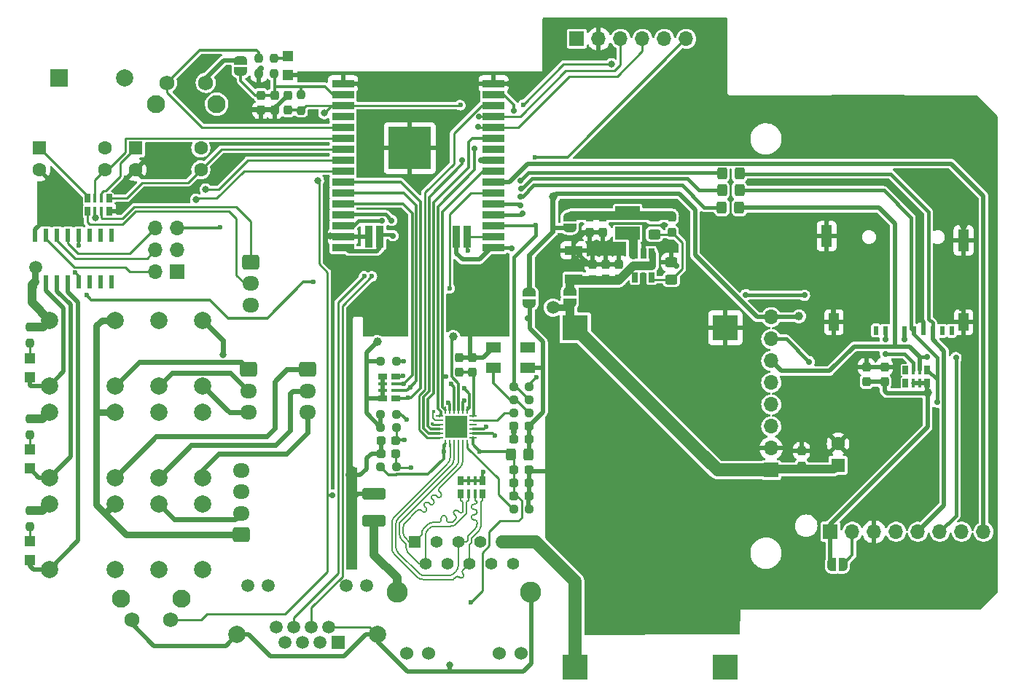
<source format=gbr>
%TF.GenerationSoftware,KiCad,Pcbnew,(6.0.5)*%
%TF.CreationDate,2022-09-05T15:54:14+03:00*%
%TF.ProjectId,KartliGecis_v1,4b617274-6c69-4476-9563-69735f76312e,v1.0*%
%TF.SameCoordinates,Original*%
%TF.FileFunction,Copper,L1,Top*%
%TF.FilePolarity,Positive*%
%FSLAX46Y46*%
G04 Gerber Fmt 4.6, Leading zero omitted, Abs format (unit mm)*
G04 Created by KiCad (PCBNEW (6.0.5)) date 2022-09-05 15:54:14*
%MOMM*%
%LPD*%
G01*
G04 APERTURE LIST*
G04 Aperture macros list*
%AMRoundRect*
0 Rectangle with rounded corners*
0 $1 Rounding radius*
0 $2 $3 $4 $5 $6 $7 $8 $9 X,Y pos of 4 corners*
0 Add a 4 corners polygon primitive as box body*
4,1,4,$2,$3,$4,$5,$6,$7,$8,$9,$2,$3,0*
0 Add four circle primitives for the rounded corners*
1,1,$1+$1,$2,$3*
1,1,$1+$1,$4,$5*
1,1,$1+$1,$6,$7*
1,1,$1+$1,$8,$9*
0 Add four rect primitives between the rounded corners*
20,1,$1+$1,$2,$3,$4,$5,0*
20,1,$1+$1,$4,$5,$6,$7,0*
20,1,$1+$1,$6,$7,$8,$9,0*
20,1,$1+$1,$8,$9,$2,$3,0*%
%AMFreePoly0*
4,1,22,0.500000,-0.750000,0.000000,-0.750000,0.000000,-0.745033,-0.079941,-0.743568,-0.215256,-0.701293,-0.333266,-0.622738,-0.424486,-0.514219,-0.481581,-0.384460,-0.499164,-0.250000,-0.500000,-0.250000,-0.500000,0.250000,-0.499164,0.250000,-0.499963,0.256109,-0.478152,0.396186,-0.417904,0.524511,-0.324060,0.630769,-0.204165,0.706417,-0.067858,0.745374,0.000000,0.744959,0.000000,0.750000,
0.500000,0.750000,0.500000,-0.750000,0.500000,-0.750000,$1*%
%AMFreePoly1*
4,1,20,0.000000,0.744959,0.073905,0.744508,0.209726,0.703889,0.328688,0.626782,0.421226,0.519385,0.479903,0.390333,0.500000,0.250000,0.500000,-0.250000,0.499851,-0.262216,0.476331,-0.402017,0.414519,-0.529596,0.319384,-0.634700,0.198574,-0.708877,0.061801,-0.746166,0.000000,-0.745033,0.000000,-0.750000,-0.500000,-0.750000,-0.500000,0.750000,0.000000,0.750000,0.000000,0.744959,
0.000000,0.744959,$1*%
G04 Aperture macros list end*
%TA.AperFunction,ComponentPad*%
%ADD10R,2.000000X2.000000*%
%TD*%
%TA.AperFunction,ComponentPad*%
%ADD11C,2.000000*%
%TD*%
%TA.AperFunction,SMDPad,CuDef*%
%ADD12RoundRect,0.237500X-0.287500X-0.237500X0.287500X-0.237500X0.287500X0.237500X-0.287500X0.237500X0*%
%TD*%
%TA.AperFunction,SMDPad,CuDef*%
%ADD13RoundRect,0.250000X1.100000X-0.412500X1.100000X0.412500X-1.100000X0.412500X-1.100000X-0.412500X0*%
%TD*%
%TA.AperFunction,SMDPad,CuDef*%
%ADD14RoundRect,0.237500X-0.237500X0.287500X-0.237500X-0.287500X0.237500X-0.287500X0.237500X0.287500X0*%
%TD*%
%TA.AperFunction,SMDPad,CuDef*%
%ADD15RoundRect,0.237500X0.237500X-0.287500X0.237500X0.287500X-0.237500X0.287500X-0.237500X-0.287500X0*%
%TD*%
%TA.AperFunction,ComponentPad*%
%ADD16R,1.500000X1.500000*%
%TD*%
%TA.AperFunction,ComponentPad*%
%ADD17C,1.500000*%
%TD*%
%TA.AperFunction,SMDPad,CuDef*%
%ADD18R,0.500000X1.000000*%
%TD*%
%TA.AperFunction,SMDPad,CuDef*%
%ADD19R,1.200000X2.000000*%
%TD*%
%TA.AperFunction,SMDPad,CuDef*%
%ADD20R,1.300000X2.500000*%
%TD*%
%TA.AperFunction,SMDPad,CuDef*%
%ADD21RoundRect,0.237500X0.250000X0.237500X-0.250000X0.237500X-0.250000X-0.237500X0.250000X-0.237500X0*%
%TD*%
%TA.AperFunction,SMDPad,CuDef*%
%ADD22RoundRect,0.237500X-0.250000X-0.237500X0.250000X-0.237500X0.250000X0.237500X-0.250000X0.237500X0*%
%TD*%
%TA.AperFunction,SMDPad,CuDef*%
%ADD23R,0.635000X1.016000*%
%TD*%
%TA.AperFunction,SMDPad,CuDef*%
%ADD24R,0.381000X1.016000*%
%TD*%
%TA.AperFunction,ComponentPad*%
%ADD25C,2.100000*%
%TD*%
%TA.AperFunction,ComponentPad*%
%ADD26C,1.750000*%
%TD*%
%TA.AperFunction,ComponentPad*%
%ADD27C,2.445000*%
%TD*%
%TA.AperFunction,ComponentPad*%
%ADD28R,1.408000X1.408000*%
%TD*%
%TA.AperFunction,ComponentPad*%
%ADD29C,1.408000*%
%TD*%
%TA.AperFunction,ComponentPad*%
%ADD30C,1.524000*%
%TD*%
%TA.AperFunction,SMDPad,CuDef*%
%ADD31RoundRect,0.062500X0.350000X0.062500X-0.350000X0.062500X-0.350000X-0.062500X0.350000X-0.062500X0*%
%TD*%
%TA.AperFunction,SMDPad,CuDef*%
%ADD32RoundRect,0.062500X0.062500X0.350000X-0.062500X0.350000X-0.062500X-0.350000X0.062500X-0.350000X0*%
%TD*%
%TA.AperFunction,SMDPad,CuDef*%
%ADD33R,2.600000X2.600000*%
%TD*%
%TA.AperFunction,ComponentPad*%
%ADD34R,1.700000X1.700000*%
%TD*%
%TA.AperFunction,ComponentPad*%
%ADD35O,1.700000X1.700000*%
%TD*%
%TA.AperFunction,SMDPad,CuDef*%
%ADD36R,1.800000X1.200000*%
%TD*%
%TA.AperFunction,SMDPad,CuDef*%
%ADD37R,0.650000X1.200000*%
%TD*%
%TA.AperFunction,SMDPad,CuDef*%
%ADD38RoundRect,0.250000X0.450000X-0.325000X0.450000X0.325000X-0.450000X0.325000X-0.450000X-0.325000X0*%
%TD*%
%TA.AperFunction,SMDPad,CuDef*%
%ADD39R,3.000000X1.600000*%
%TD*%
%TA.AperFunction,SMDPad,CuDef*%
%ADD40RoundRect,0.250000X-0.450000X0.325000X-0.450000X-0.325000X0.450000X-0.325000X0.450000X0.325000X0*%
%TD*%
%TA.AperFunction,SMDPad,CuDef*%
%ADD41R,1.998980X1.100760*%
%TD*%
%TA.AperFunction,SMDPad,CuDef*%
%ADD42RoundRect,0.237500X0.237500X-0.250000X0.237500X0.250000X-0.237500X0.250000X-0.237500X-0.250000X0*%
%TD*%
%TA.AperFunction,SMDPad,CuDef*%
%ADD43RoundRect,0.237500X0.287500X0.237500X-0.287500X0.237500X-0.287500X-0.237500X0.287500X-0.237500X0*%
%TD*%
%TA.AperFunction,SMDPad,CuDef*%
%ADD44R,2.500000X0.900000*%
%TD*%
%TA.AperFunction,SMDPad,CuDef*%
%ADD45R,0.900000X2.500000*%
%TD*%
%TA.AperFunction,SMDPad,CuDef*%
%ADD46R,5.000000X5.000000*%
%TD*%
%TA.AperFunction,ComponentPad*%
%ADD47RoundRect,0.250000X-0.725000X0.600000X-0.725000X-0.600000X0.725000X-0.600000X0.725000X0.600000X0*%
%TD*%
%TA.AperFunction,ComponentPad*%
%ADD48O,1.950000X1.700000*%
%TD*%
%TA.AperFunction,ComponentPad*%
%ADD49R,1.600000X1.600000*%
%TD*%
%TA.AperFunction,ComponentPad*%
%ADD50C,1.600000*%
%TD*%
%TA.AperFunction,SMDPad,CuDef*%
%ADD51R,0.600000X1.500000*%
%TD*%
%TA.AperFunction,SMDPad,CuDef*%
%ADD52R,1.200000X1.200000*%
%TD*%
%TA.AperFunction,SMDPad,CuDef*%
%ADD53RoundRect,0.237500X-0.237500X0.250000X-0.237500X-0.250000X0.237500X-0.250000X0.237500X0.250000X0*%
%TD*%
%TA.AperFunction,SMDPad,CuDef*%
%ADD54FreePoly0,180.000000*%
%TD*%
%TA.AperFunction,SMDPad,CuDef*%
%ADD55FreePoly1,180.000000*%
%TD*%
%TA.AperFunction,SMDPad,CuDef*%
%ADD56FreePoly0,270.000000*%
%TD*%
%TA.AperFunction,SMDPad,CuDef*%
%ADD57FreePoly1,270.000000*%
%TD*%
%TA.AperFunction,SMDPad,CuDef*%
%ADD58RoundRect,0.250000X-0.325000X-0.450000X0.325000X-0.450000X0.325000X0.450000X-0.325000X0.450000X0*%
%TD*%
%TA.AperFunction,SMDPad,CuDef*%
%ADD59RoundRect,0.250000X0.325000X0.450000X-0.325000X0.450000X-0.325000X-0.450000X0.325000X-0.450000X0*%
%TD*%
%TA.AperFunction,SMDPad,CuDef*%
%ADD60FreePoly0,90.000000*%
%TD*%
%TA.AperFunction,SMDPad,CuDef*%
%ADD61FreePoly1,90.000000*%
%TD*%
%TA.AperFunction,ComponentPad*%
%ADD62R,3.000000X3.000000*%
%TD*%
%TA.AperFunction,ComponentPad*%
%ADD63RoundRect,0.250000X0.725000X-0.600000X0.725000X0.600000X-0.725000X0.600000X-0.725000X-0.600000X0*%
%TD*%
%TA.AperFunction,SMDPad,CuDef*%
%ADD64R,1.016000X0.635000*%
%TD*%
%TA.AperFunction,SMDPad,CuDef*%
%ADD65R,1.016000X0.381000*%
%TD*%
%TA.AperFunction,ViaPad*%
%ADD66C,0.800000*%
%TD*%
%TA.AperFunction,ViaPad*%
%ADD67C,0.700000*%
%TD*%
%TA.AperFunction,ViaPad*%
%ADD68C,1.000000*%
%TD*%
%TA.AperFunction,ViaPad*%
%ADD69C,0.600000*%
%TD*%
%TA.AperFunction,ViaPad*%
%ADD70C,1.500000*%
%TD*%
%TA.AperFunction,ViaPad*%
%ADD71C,0.400000*%
%TD*%
%TA.AperFunction,Conductor*%
%ADD72C,0.500000*%
%TD*%
%TA.AperFunction,Conductor*%
%ADD73C,0.250000*%
%TD*%
%TA.AperFunction,Conductor*%
%ADD74C,0.600000*%
%TD*%
%TA.AperFunction,Conductor*%
%ADD75C,0.300000*%
%TD*%
%TA.AperFunction,Conductor*%
%ADD76C,1.000000*%
%TD*%
%TA.AperFunction,Conductor*%
%ADD77C,0.800000*%
%TD*%
%TA.AperFunction,Conductor*%
%ADD78C,1.500000*%
%TD*%
%TA.AperFunction,Conductor*%
%ADD79C,0.200000*%
%TD*%
%TA.AperFunction,Conductor*%
%ADD80C,0.400000*%
%TD*%
G04 APERTURE END LIST*
D10*
%TO.P,BZ1,1,+*%
%TO.N,+5V*%
X58166000Y-49784000D03*
D11*
%TO.P,BZ1,2*%
%TO.N,/Power_Relay_SDCard_Screen_RFID/uln_buzzer*%
X65766000Y-49784000D03*
%TD*%
D12*
%TO.P,C1,1*%
%TO.N,GND*%
X95594200Y-93421200D03*
%TO.P,C1,2*%
%TO.N,Net-(C1-Pad2)*%
X97344200Y-93421200D03*
%TD*%
%TO.P,C7,1*%
%TO.N,Net-(C7-Pad1)*%
X111037400Y-95275400D03*
%TO.P,C7,2*%
%TO.N,GND*%
X112787400Y-95275400D03*
%TD*%
%TO.P,C8,1*%
%TO.N,Net-(C7-Pad1)*%
X111037400Y-96799400D03*
%TO.P,C8,2*%
%TO.N,GND*%
X112787400Y-96799400D03*
%TD*%
%TO.P,C9,1*%
%TO.N,Net-(C7-Pad1)*%
X111036400Y-98323400D03*
%TO.P,C9,2*%
%TO.N,GND*%
X112786400Y-98323400D03*
%TD*%
D13*
%TO.P,C12,1*%
%TO.N,Net-(C12-Pad1)*%
X94792800Y-101232100D03*
%TO.P,C12,2*%
%TO.N,GND*%
X94792800Y-98107100D03*
%TD*%
D12*
%TO.P,C13,1*%
%TO.N,GND*%
X95594200Y-91897200D03*
%TO.P,C13,2*%
%TO.N,Net-(C13-Pad2)*%
X97344200Y-91897200D03*
%TD*%
D14*
%TO.P,C14,1*%
%TO.N,Net-(C14-Pad1)*%
X129390756Y-65952400D03*
%TO.P,C14,2*%
%TO.N,Net-(C14-Pad2)*%
X129390756Y-67702400D03*
%TD*%
D15*
%TO.P,C20,1*%
%TO.N,+3V3*%
X151993600Y-85099100D03*
%TO.P,C20,2*%
%TO.N,GND*%
X151993600Y-83349100D03*
%TD*%
%TO.P,C22,1*%
%TO.N,+5V*%
X144449800Y-94855000D03*
%TO.P,C22,2*%
%TO.N,GND*%
X144449800Y-93105000D03*
%TD*%
D16*
%TO.P,J2,1*%
%TO.N,+5V*%
X90576400Y-115366800D03*
D17*
%TO.P,J2,2*%
%TO.N,GND*%
X89556400Y-113586800D03*
%TO.P,J2,3*%
%TO.N,unconnected-(J2-Pad3)*%
X88536400Y-115366800D03*
%TO.P,J2,4*%
%TO.N,MASTER_RX*%
X87516400Y-113586800D03*
%TO.P,J2,5*%
%TO.N,unconnected-(J2-Pad5)*%
X86496400Y-115366800D03*
%TO.P,J2,6*%
%TO.N,MASTER_TX*%
X85476400Y-113586800D03*
%TO.P,J2,7*%
%TO.N,unconnected-(J2-Pad7)*%
X84456400Y-115366800D03*
%TO.P,J2,8*%
%TO.N,unconnected-(J2-Pad8)*%
X83436400Y-113586800D03*
%TO.P,J2,9*%
%TO.N,Net-(J2-Pad9)*%
X93876400Y-108766800D03*
%TO.P,J2,10*%
%TO.N,+5V*%
X91586400Y-108766800D03*
%TO.P,J2,11*%
%TO.N,Net-(J2-Pad11)*%
X82446400Y-108766800D03*
%TO.P,J2,12*%
%TO.N,+5V*%
X80156400Y-108766800D03*
D11*
%TO.P,J2,SH*%
%TO.N,GND*%
X95146400Y-114476800D03*
X78886400Y-114476800D03*
%TD*%
D18*
%TO.P,J4,1,DAT2*%
%TO.N,unconnected-(J4-Pad1)*%
X153071000Y-79105000D03*
%TO.P,J4,2,DAT3/CS*%
%TO.N,/ESP32_POE_ETHERNET/CS_SD\u005C15*%
X154171000Y-79155000D03*
%TO.P,J4,3,CMD*%
%TO.N,HMOSI\u005C13*%
X155271000Y-79155000D03*
%TO.P,J4,4,VDD*%
%TO.N,+3V3*%
X156371000Y-79155000D03*
%TO.P,J4,5,CLK*%
%TO.N,HSCK\u005C14*%
X157471000Y-79155000D03*
%TO.P,J4,6,GND/VSS*%
%TO.N,GND*%
X158571000Y-79155000D03*
D19*
X148221000Y-78155000D03*
D20*
X163271000Y-68655000D03*
D19*
X163271000Y-78155000D03*
D20*
X147371000Y-68155000D03*
D18*
%TO.P,J4,7,DAT0*%
%TO.N,HMISO\u005C12*%
X159671000Y-79155000D03*
%TO.P,J4,8,DAT1*%
%TO.N,unconnected-(J4-Pad8)*%
X160771000Y-79155000D03*
%TO.P,J4,9,SHIELD(Card_Detection)*%
%TO.N,unconnected-(J4-Pad9)*%
X161871000Y-79155000D03*
%TD*%
D21*
%TO.P,R1,1*%
%TO.N,Net-(R1-Pad1)*%
X97381700Y-82702400D03*
%TO.P,R1,2*%
%TO.N,/ESP32_POE_ETHERNET/3V3_VLAN*%
X95556700Y-82702400D03*
%TD*%
D22*
%TO.P,R2,1*%
%TO.N,/ESP32_POE_ETHERNET/3V3_VLAN*%
X95556700Y-88849200D03*
%TO.P,R2,2*%
%TO.N,/ESP32_POE_ETHERNET/RST_PHY*%
X97381700Y-88849200D03*
%TD*%
D21*
%TO.P,R3,1*%
%TO.N,Net-(C1-Pad2)*%
X97381700Y-94945200D03*
%TO.P,R3,2*%
%TO.N,Net-(C7-Pad1)*%
X95556700Y-94945200D03*
%TD*%
D22*
%TO.P,R8,1*%
%TO.N,Net-(R11-Pad2)*%
X110999900Y-87198200D03*
%TO.P,R8,2*%
%TO.N,/ESP32_POE_ETHERNET/IO0\u005CEMAC_RX_CLK*%
X112824900Y-87198200D03*
%TD*%
%TO.P,R11,1*%
%TO.N,Net-(R11-Pad1)*%
X110999900Y-88722200D03*
%TO.P,R11,2*%
%TO.N,Net-(R11-Pad2)*%
X112824900Y-88722200D03*
%TD*%
D21*
%TO.P,R15,1*%
%TO.N,Net-(C13-Pad2)*%
X97381700Y-90373200D03*
%TO.P,R15,2*%
%TO.N,/ESP32_POE_ETHERNET/3V3_VLAN*%
X95556700Y-90373200D03*
%TD*%
D23*
%TO.P,RM2,1.1*%
%TO.N,Net-(C7-Pad1)*%
X107416600Y-96545400D03*
%TO.P,RM2,1.2*%
%TO.N,/ESP32_POE_ETHERNET/TXN*%
X107416600Y-98069400D03*
D24*
%TO.P,RM2,2.1*%
%TO.N,Net-(C7-Pad1)*%
X106527600Y-96545400D03*
%TO.P,RM2,2.2*%
%TO.N,/ESP32_POE_ETHERNET/TXP*%
X106527600Y-98069400D03*
%TO.P,RM2,3.1*%
%TO.N,Net-(C7-Pad1)*%
X105765600Y-96545400D03*
%TO.P,RM2,3.2*%
%TO.N,/ESP32_POE_ETHERNET/RXN*%
X105765600Y-98069400D03*
D23*
%TO.P,RM2,4.1*%
%TO.N,Net-(C7-Pad1)*%
X104876600Y-96545400D03*
%TO.P,RM2,4.2*%
%TO.N,/ESP32_POE_ETHERNET/RXP*%
X104876600Y-98069400D03*
%TD*%
D25*
%TO.P,SW1,*%
%TO.N,*%
X72370000Y-110260600D03*
X65360000Y-110260600D03*
D26*
%TO.P,SW1,1*%
%TO.N,ESP_RST*%
X71120000Y-112750600D03*
%TO.P,SW1,2*%
%TO.N,GND*%
X66620000Y-112750600D03*
%TD*%
D25*
%TO.P,SW2,*%
%TO.N,*%
X69489000Y-52807400D03*
X76499000Y-52807400D03*
D26*
%TO.P,SW2,1*%
%TO.N,/ESP32_POE_ETHERNET/IN1_BTNCONFIG*%
X70739000Y-50317400D03*
%TO.P,SW2,2*%
%TO.N,+3V3*%
X75239000Y-50317400D03*
%TD*%
D27*
%TO.P,U2,GND1,GND1*%
%TO.N,Net-(C12-Pad1)*%
X97461800Y-109522800D03*
%TO.P,U2,GND2,GND2*%
%TO.N,GND*%
X112951800Y-109522800D03*
D28*
%TO.P,U2,P1,RX+*%
%TO.N,/ESP32_POE_ETHERNET/RXP*%
X99491800Y-103682800D03*
D29*
%TO.P,U2,P2,RX-*%
%TO.N,/ESP32_POE_ETHERNET/RXN*%
X100761800Y-106222800D03*
%TO.P,U2,P3,RXCT*%
%TO.N,Net-(C1-Pad2)*%
X102031800Y-103682800D03*
%TO.P,U2,P4,TXCT*%
X103301800Y-106222800D03*
%TO.P,U2,P5,TX+*%
%TO.N,/ESP32_POE_ETHERNET/TXP*%
X104571800Y-103682800D03*
%TO.P,U2,P6,TX-*%
%TO.N,/ESP32_POE_ETHERNET/TXN*%
X105841800Y-106222800D03*
%TO.P,U2,P7*%
%TO.N,N/C*%
X107111800Y-103682800D03*
%TO.P,U2,P8*%
X108381800Y-106222800D03*
%TO.P,U2,P9,V+*%
%TO.N,/ESP32_POE_ETHERNET/PoE+*%
X109651800Y-103682800D03*
%TO.P,U2,P10,V-*%
%TO.N,/ESP32_POE_ETHERNET/PoE-*%
X110921800Y-106222800D03*
D30*
%TO.P,U2,P11,Y+*%
%TO.N,/ESP32_POE_ETHERNET/REGOFF\u005Cyellow+*%
X98581800Y-116652800D03*
%TO.P,U2,P12,Y-*%
%TO.N,Net-(R14-Pad1)*%
X101121800Y-116652800D03*
%TO.P,U2,P13,G+*%
%TO.N,Net-(R6-Pad2)*%
X109291800Y-116652800D03*
%TO.P,U2,P14,G-*%
%TO.N,/ESP32_POE_ETHERNET/NINTSEL\u005CLinked*%
X111831800Y-116652800D03*
%TD*%
D31*
%TO.P,U3,1,VDD2A*%
%TO.N,Net-(C7-Pad1)*%
X106280700Y-91572400D03*
%TO.P,U3,2,LED2/NINTSEL*%
%TO.N,/ESP32_POE_ETHERNET/NINTSEL\u005CLinked*%
X106280700Y-91072400D03*
%TO.P,U3,3,LED1/REGOFF*%
%TO.N,/ESP32_POE_ETHERNET/REGOFF\u005Cyellow+*%
X106280700Y-90572400D03*
%TO.P,U3,4,XTAL2*%
%TO.N,unconnected-(U3-Pad4)*%
X106280700Y-90072400D03*
%TO.P,U3,5,XTAL1/CLKIN*%
%TO.N,Net-(R11-Pad1)*%
X106280700Y-89572400D03*
%TO.P,U3,6,VDDCR*%
%TO.N,Net-(C10-Pad1)*%
X106280700Y-89072400D03*
D32*
%TO.P,U3,7,RXD1/MODE1*%
%TO.N,/ESP32_POE_ETHERNET/EMAC_RXD1*%
X105593200Y-88384900D03*
%TO.P,U3,8,RXD0/MODE0*%
%TO.N,/ESP32_POE_ETHERNET/EMAC_RXD0*%
X105093200Y-88384900D03*
%TO.P,U3,9,VDDIO*%
%TO.N,/ESP32_POE_ETHERNET/3V3_VLAN*%
X104593200Y-88384900D03*
%TO.P,U3,10,RXER/PHYAD0*%
%TO.N,Net-(R1-Pad1)*%
X104093200Y-88384900D03*
%TO.P,U3,11,CRS_DV/MODE2*%
%TO.N,/ESP32_POE_ETHERNET/EMAC_RX_CRS_DV*%
X103593200Y-88384900D03*
%TO.P,U3,12,MDIO*%
%TO.N,/ESP32_POE_ETHERNET/EMAC_MDIO*%
X103093200Y-88384900D03*
D31*
%TO.P,U3,13,MDC*%
%TO.N,/ESP32_POE_ETHERNET/EMAC_MDC*%
X102405700Y-89072400D03*
%TO.P,U3,14,INT/REFCLKO*%
%TO.N,Net-(R7-Pad1)*%
X102405700Y-89572400D03*
%TO.P,U3,15,RST*%
%TO.N,/ESP32_POE_ETHERNET/RST_PHY*%
X102405700Y-90072400D03*
%TO.P,U3,16,TXEN*%
%TO.N,/ESP32_POE_ETHERNET/EMAC_TX_EN*%
X102405700Y-90572400D03*
%TO.P,U3,17,TXD0*%
%TO.N,/ESP32_POE_ETHERNET/EMAC_TXD0*%
X102405700Y-91072400D03*
%TO.P,U3,18,TXD1*%
%TO.N,/ESP32_POE_ETHERNET/EMAC_TXD1*%
X102405700Y-91572400D03*
D32*
%TO.P,U3,19,VDD1A*%
%TO.N,Net-(C7-Pad1)*%
X103093200Y-92259900D03*
%TO.P,U3,20,TXN*%
%TO.N,/ESP32_POE_ETHERNET/TXN*%
X103593200Y-92259900D03*
%TO.P,U3,21,TXP*%
%TO.N,/ESP32_POE_ETHERNET/TXP*%
X104093200Y-92259900D03*
%TO.P,U3,22,RXN*%
%TO.N,/ESP32_POE_ETHERNET/RXN*%
X104593200Y-92259900D03*
%TO.P,U3,23,RXP*%
%TO.N,/ESP32_POE_ETHERNET/RXP*%
X105093200Y-92259900D03*
%TO.P,U3,24,RBIAS*%
%TO.N,Net-(R13-Pad2)*%
X105593200Y-92259900D03*
D33*
%TO.P,U3,25,VSS*%
%TO.N,GND*%
X104343200Y-90322400D03*
%TD*%
D34*
%TO.P,U8,1,3.3V*%
%TO.N,+3V3*%
X147802600Y-102514400D03*
D35*
%TO.P,U8,2,RST*%
%TO.N,Net-(JP6-Pad1)*%
X150342600Y-102514400D03*
%TO.P,U8,3,GND*%
%TO.N,GND*%
X152882600Y-102514400D03*
%TO.P,U8,4,IRQ*%
%TO.N,unconnected-(U8-Pad4)*%
X155422600Y-102514400D03*
%TO.P,U8,5,MISO*%
%TO.N,HMISO\u005C12*%
X157962600Y-102514400D03*
%TO.P,U8,6,MOSI*%
%TO.N,HMOSI\u005C13*%
X160502600Y-102514400D03*
%TO.P,U8,7,SCK*%
%TO.N,HSCK\u005C14*%
X163042600Y-102514400D03*
%TO.P,U8,8,SDA*%
%TO.N,/ESP32_POE_ETHERNET/CS_RFID\u005C5*%
X165582600Y-102514400D03*
%TD*%
D36*
%TO.P,Y1,1,NC*%
%TO.N,unconnected-(Y1-Pad1)*%
X112649000Y-81089800D03*
%TO.P,Y1,2,GND*%
%TO.N,GND*%
X108649000Y-81089800D03*
%TO.P,Y1,3,OUT*%
%TO.N,Net-(R11-Pad2)*%
X108649000Y-83489800D03*
%TO.P,Y1,4,VCC*%
%TO.N,/ESP32_POE_ETHERNET/3V3_VLAN*%
X112649000Y-83489800D03*
%TD*%
D37*
%TO.P,U4,1,EN*%
%TO.N,Net-(C15-Pad1)*%
X127001256Y-70143900D03*
%TO.P,U4,2,GND*%
%TO.N,GND*%
X126051256Y-70143900D03*
%TO.P,U4,3,LX*%
%TO.N,Net-(L1-Pad1)*%
X125101256Y-70143900D03*
%TO.P,U4,4,IN*%
%TO.N,Net-(C15-Pad1)*%
X125101256Y-72943900D03*
%TO.P,U4,5,FB*%
%TO.N,Net-(C14-Pad2)*%
X127001256Y-72943900D03*
%TD*%
D38*
%TO.P,R16,1*%
%TO.N,Net-(C14-Pad2)*%
X127358756Y-67927400D03*
%TO.P,R16,2*%
%TO.N,Net-(C14-Pad1)*%
X127358756Y-65877400D03*
%TD*%
D39*
%TO.P,L1,1*%
%TO.N,Net-(L1-Pad1)*%
X124256800Y-67830400D03*
%TO.P,L1,2*%
%TO.N,Net-(C14-Pad1)*%
X124256800Y-65430400D03*
%TD*%
D40*
%TO.P,R17,1*%
%TO.N,GND*%
X129314556Y-71144900D03*
%TO.P,R17,2*%
%TO.N,Net-(C14-Pad2)*%
X129314556Y-73194900D03*
%TD*%
D14*
%TO.P,C19,1*%
%TO.N,Net-(C14-Pad1)*%
X121384200Y-65952400D03*
%TO.P,C19,2*%
%TO.N,GND*%
X121384200Y-67702400D03*
%TD*%
D41*
%TO.P,D2,1,K*%
%TO.N,Net-(C15-Pad1)*%
X117977898Y-73144372D03*
%TO.P,D2,2,A*%
%TO.N,GND*%
X117977898Y-69785700D03*
%TD*%
D14*
%TO.P,C18,1*%
%TO.N,Net-(C14-Pad1)*%
X119837200Y-65927000D03*
%TO.P,C18,2*%
%TO.N,GND*%
X119837200Y-67677000D03*
%TD*%
D15*
%TO.P,C17,1*%
%TO.N,Net-(C15-Pad1)*%
X120192800Y-73188800D03*
%TO.P,C17,2*%
%TO.N,GND*%
X120192800Y-71438800D03*
%TD*%
%TO.P,C16,1*%
%TO.N,Net-(C15-Pad1)*%
X121716800Y-73163400D03*
%TO.P,C16,2*%
%TO.N,GND*%
X121716800Y-71413400D03*
%TD*%
%TO.P,C15,1*%
%TO.N,Net-(C15-Pad1)*%
X123240800Y-73163400D03*
%TO.P,C15,2*%
%TO.N,GND*%
X123240800Y-71413400D03*
%TD*%
D42*
%TO.P,R5,1*%
%TO.N,ESP_RST*%
X86309200Y-53541300D03*
%TO.P,R5,2*%
%TO.N,Net-(C2-Pad1)*%
X86309200Y-51716300D03*
%TD*%
D15*
%TO.P,C4,1*%
%TO.N,ESP_RST*%
X84785200Y-53503800D03*
%TO.P,C4,2*%
%TO.N,GND*%
X84785200Y-51753800D03*
%TD*%
D14*
%TO.P,C3,1*%
%TO.N,Net-(C2-Pad1)*%
X81635600Y-51753800D03*
%TO.P,C3,2*%
%TO.N,GND*%
X81635600Y-53503800D03*
%TD*%
%TO.P,C2,1*%
%TO.N,Net-(C2-Pad1)*%
X83210400Y-51753800D03*
%TO.P,C2,2*%
%TO.N,GND*%
X83210400Y-53503800D03*
%TD*%
D43*
%TO.P,C6,1*%
%TO.N,/ESP32_POE_ETHERNET/3V3_VLAN*%
X112787400Y-90220800D03*
%TO.P,C6,2*%
%TO.N,GND*%
X111037400Y-90220800D03*
%TD*%
%TO.P,C5,1*%
%TO.N,/ESP32_POE_ETHERNET/3V3_VLAN*%
X112787400Y-91770200D03*
%TO.P,C5,2*%
%TO.N,GND*%
X111037400Y-91770200D03*
%TD*%
D44*
%TO.P,U1,1,GND*%
%TO.N,GND*%
X91173600Y-50419000D03*
%TO.P,U1,2,3V3*%
%TO.N,Net-(C2-Pad1)*%
X91173600Y-51689000D03*
%TO.P,U1,3,EN*%
%TO.N,ESP_RST*%
X91173600Y-52959000D03*
%TO.P,U1,4,I36/SENSOR_VP*%
%TO.N,unconnected-(U1-Pad4)*%
X91173600Y-54229000D03*
%TO.P,U1,5,I39/SENSOR_VN*%
%TO.N,/ESP32_POE_ETHERNET/IN1_BTNCONFIG*%
X91173600Y-55499000D03*
%TO.P,U1,6,I34*%
%TO.N,/ESP32_POE_ETHERNET/INA*%
X91173600Y-56769000D03*
%TO.P,U1,7,I35*%
%TO.N,/ESP32_POE_ETHERNET/INB*%
X91173600Y-58039000D03*
%TO.P,U1,8,IO32*%
%TO.N,/ESP32_POE_ETHERNET/Role1*%
X91173600Y-59309000D03*
%TO.P,U1,9,IO33*%
%TO.N,/ESP32_POE_ETHERNET/Role2*%
X91173600Y-60579000D03*
%TO.P,U1,10,IO25/DAC1*%
%TO.N,/ESP32_POE_ETHERNET/EMAC_RXD0*%
X91173600Y-61849000D03*
%TO.P,U1,11,IO26/DAC2*%
%TO.N,/ESP32_POE_ETHERNET/EMAC_RXD1*%
X91173600Y-63119000D03*
%TO.P,U1,12,IO27*%
%TO.N,/ESP32_POE_ETHERNET/EMAC_RX_CRS_DV*%
X91173600Y-64389000D03*
%TO.P,U1,13,IO14/HSCK*%
%TO.N,Net-(R9-Pad1)*%
X91173600Y-65659000D03*
%TO.P,U1,14,IO12/HMISO*%
%TO.N,Net-(R10-Pad1)*%
X91173600Y-66929000D03*
D45*
%TO.P,U1,15,GND*%
%TO.N,GND*%
X94208600Y-68179000D03*
D44*
X91173600Y-68199000D03*
D45*
%TO.P,U1,16,IO13/HMOSI*%
%TO.N,Net-(R12-Pad1)*%
X95478600Y-68179000D03*
D44*
X91173600Y-69469000D03*
D45*
%TO.P,U1,23,IO15*%
%TO.N,/ESP32_POE_ETHERNET/CS_SD\u005C15*%
X104368600Y-68179000D03*
D44*
X108673600Y-69469000D03*
%TO.P,U1,24,IO2*%
%TO.N,/ESP32_POE_ETHERNET/BUZZER\u005C2*%
X108673600Y-68199000D03*
D45*
X105638600Y-68179000D03*
D44*
%TO.P,U1,25,IO0*%
%TO.N,/ESP32_POE_ETHERNET/IO0\u005CEMAC_RX_CLK*%
X108673600Y-66929000D03*
%TO.P,U1,26,IO4*%
%TO.N,/ESP32_POE_ETHERNET/EKRAN_DC_RS*%
X108673600Y-65659000D03*
%TO.P,U1,27,RX2/IO16*%
%TO.N,/ESP32_POE_ETHERNET/CS_EKRAN*%
X108673600Y-64389000D03*
%TO.P,U1,28,TX2/IO17*%
%TO.N,/ESP32_POE_ETHERNET/IO17\u005CRST_RFID*%
X108673600Y-63119000D03*
%TO.P,U1,29,IO5*%
%TO.N,/ESP32_POE_ETHERNET/CS_RFID\u005C5*%
X108673600Y-61849000D03*
%TO.P,U1,30,IO18*%
%TO.N,/ESP32_POE_ETHERNET/EMAC_MDIO*%
X108673600Y-60579000D03*
%TO.P,U1,31,IO19*%
%TO.N,/ESP32_POE_ETHERNET/EMAC_TXD0*%
X108673600Y-59309000D03*
%TO.P,U1,32,NC*%
%TO.N,unconnected-(U1-Pad32)*%
X108673600Y-58039000D03*
%TO.P,U1,33,SDA/IO21*%
%TO.N,/ESP32_POE_ETHERNET/EMAC_TX_EN*%
X108673600Y-56769000D03*
%TO.P,U1,34,RX0/IO3*%
%TO.N,MASTER_RX*%
X108673600Y-55499000D03*
%TO.P,U1,35,TX0/IO1*%
%TO.N,MASTER_TX*%
X108673600Y-54229000D03*
%TO.P,U1,36,SCL/IO22*%
%TO.N,/ESP32_POE_ETHERNET/EMAC_TXD1*%
X108673600Y-52959000D03*
%TO.P,U1,37,IO23*%
%TO.N,/ESP32_POE_ETHERNET/EMAC_MDC*%
X108673600Y-51689000D03*
%TO.P,U1,38,GND*%
%TO.N,GND*%
X108673600Y-50419000D03*
D46*
%TO.P,U1,39,GND-PAD*%
X98923600Y-57919000D03*
%TD*%
D15*
%TO.P,C21,1*%
%TO.N,+3V3*%
X154076400Y-85099100D03*
%TO.P,C21,2*%
%TO.N,GND*%
X154076400Y-83349100D03*
%TD*%
D21*
%TO.P,R13,1*%
%TO.N,GND*%
X112823900Y-99872800D03*
%TO.P,R13,2*%
%TO.N,Net-(R13-Pad2)*%
X110998900Y-99872800D03*
%TD*%
D47*
%TO.P,J7,1,Pin_1*%
%TO.N,Net-(J7-Pad1)*%
X87020400Y-83656800D03*
D48*
%TO.P,J7,2,Pin_2*%
%TO.N,Net-(J7-Pad2)*%
X87020400Y-86156800D03*
%TO.P,J7,3,Pin_3*%
%TO.N,Net-(J7-Pad3)*%
X87020400Y-88656800D03*
%TD*%
D49*
%TO.P,U7,1*%
%TO.N,Net-(RM3-Pad3.2)*%
X67046000Y-57902000D03*
D50*
%TO.P,U7,2*%
%TO.N,GND*%
X67046000Y-60442000D03*
%TO.P,U7,3*%
%TO.N,/ESP32_POE_ETHERNET/INB*%
X74666000Y-60442000D03*
%TO.P,U7,4*%
%TO.N,+3V3*%
X74666000Y-57902000D03*
%TD*%
D47*
%TO.P,J5,1,Pin_1*%
%TO.N,Net-(J5-Pad1)*%
X80230200Y-83656800D03*
D48*
%TO.P,J5,2,Pin_2*%
%TO.N,Net-(J5-Pad2)*%
X80230200Y-86156800D03*
%TO.P,J5,3,Pin_3*%
%TO.N,Net-(J5-Pad3)*%
X80230200Y-88656800D03*
%TD*%
D21*
%TO.P,R7,1*%
%TO.N,Net-(R7-Pad1)*%
X112824900Y-85674200D03*
%TO.P,R7,2*%
%TO.N,/ESP32_POE_ETHERNET/IO0\u005CEMAC_RX_CLK*%
X110999900Y-85674200D03*
%TD*%
D23*
%TO.P,RM4,1.1*%
%TO.N,HSCK\u005C14*%
X159054800Y-83718400D03*
%TO.P,RM4,1.2*%
%TO.N,+3V3*%
X159054800Y-85242400D03*
D24*
%TO.P,RM4,2.1*%
%TO.N,HMOSI\u005C13*%
X158165800Y-83718400D03*
%TO.P,RM4,2.2*%
%TO.N,+3V3*%
X158165800Y-85242400D03*
%TO.P,RM4,3.1*%
%TO.N,/ESP32_POE_ETHERNET/CS_SD\u005C15*%
X157403800Y-83718400D03*
%TO.P,RM4,3.2*%
%TO.N,+3V3*%
X157403800Y-85242400D03*
D23*
%TO.P,RM4,4.1*%
%TO.N,N/C*%
X156514800Y-83718400D03*
%TO.P,RM4,4.2*%
X156514800Y-85242400D03*
%TD*%
D51*
%TO.P,U9,1,I1*%
%TO.N,unconnected-(U9-Pad1)*%
X64312800Y-68064400D03*
%TO.P,U9,2,I2*%
%TO.N,unconnected-(U9-Pad2)*%
X63042800Y-68064400D03*
%TO.P,U9,3,I3*%
%TO.N,unconnected-(U9-Pad3)*%
X61772800Y-68064400D03*
%TO.P,U9,4,I4*%
%TO.N,/ESP32_POE_ETHERNET/BUZZER\u005C2*%
X60502800Y-68064400D03*
%TO.P,U9,5,I5*%
%TO.N,Net-(J6-Pad6)*%
X59232800Y-68064400D03*
%TO.P,U9,6,I6*%
%TO.N,Net-(J6-Pad4)*%
X57962800Y-68064400D03*
%TO.P,U9,7,I7*%
%TO.N,Net-(J6-Pad2)*%
X56692800Y-68064400D03*
%TO.P,U9,8,GND*%
%TO.N,GND*%
X55422800Y-68064400D03*
%TO.P,U9,9,COM*%
%TO.N,+5V*%
X55422800Y-73464400D03*
%TO.P,U9,10,O7*%
%TO.N,Net-(D3-Pad1)*%
X56692800Y-73464400D03*
%TO.P,U9,11,O6*%
%TO.N,Net-(D4-Pad1)*%
X57962800Y-73464400D03*
%TO.P,U9,12,O5*%
%TO.N,Net-(D5-Pad1)*%
X59232800Y-73464400D03*
%TO.P,U9,13,O4*%
%TO.N,/Power_Relay_SDCard_Screen_RFID/uln_buzzer*%
X60502800Y-73464400D03*
%TO.P,U9,14,O3*%
%TO.N,unconnected-(U9-Pad14)*%
X61772800Y-73464400D03*
%TO.P,U9,15,O2*%
%TO.N,unconnected-(U9-Pad15)*%
X63042800Y-73464400D03*
%TO.P,U9,16,O1*%
%TO.N,unconnected-(U9-Pad16)*%
X64312800Y-73464400D03*
%TD*%
D52*
%TO.P,D1,1,K*%
%TO.N,GND*%
X84785200Y-49457700D03*
%TO.P,D1,2,A*%
%TO.N,Net-(D1-Pad2)*%
X84785200Y-47257700D03*
%TD*%
D49*
%TO.P,U6,1*%
%TO.N,Net-(RM3-Pad1.2)*%
X55890000Y-57912000D03*
D50*
%TO.P,U6,2*%
%TO.N,GND*%
X55890000Y-60452000D03*
%TO.P,U6,3*%
%TO.N,/ESP32_POE_ETHERNET/INA*%
X63510000Y-60452000D03*
%TO.P,U6,4*%
%TO.N,+3V3*%
X63510000Y-57912000D03*
%TD*%
D52*
%TO.P,D4,1,K*%
%TO.N,Net-(D4-Pad1)*%
X54787800Y-95173800D03*
%TO.P,D4,2,A*%
%TO.N,Net-(D4-Pad2)*%
X54787800Y-92973800D03*
%TD*%
D53*
%TO.P,R22,1*%
%TO.N,+5V*%
X54787800Y-100054400D03*
%TO.P,R22,2*%
%TO.N,Net-(D5-Pad2)*%
X54787800Y-101879400D03*
%TD*%
D15*
%TO.P,C10,1*%
%TO.N,Net-(C10-Pad1)*%
X104648000Y-83983800D03*
%TO.P,C10,2*%
%TO.N,GND*%
X104648000Y-82233800D03*
%TD*%
D54*
%TO.P,JP6,1,A*%
%TO.N,Net-(JP6-Pad1)*%
X149265400Y-106324400D03*
D55*
%TO.P,JP6,2,B*%
%TO.N,+3V3*%
X147965400Y-106324400D03*
%TD*%
D11*
%TO.P,K2,1*%
%TO.N,+5V*%
X57074100Y-88599900D03*
%TO.P,K2,4*%
%TO.N,/Power_Relay_SDCard_Screen_RFID/COM*%
X64694100Y-88599900D03*
%TO.P,K2,6*%
%TO.N,unconnected-(K2-Pad6)*%
X69774100Y-88599900D03*
%TO.P,K2,8*%
%TO.N,/Power_Relay_SDCard_Screen_RFID/Role_Cikis*%
X74854100Y-88599900D03*
%TO.P,K2,9*%
%TO.N,Net-(J7-Pad3)*%
X74854100Y-96219900D03*
%TO.P,K2,11*%
%TO.N,Net-(J7-Pad2)*%
X69774100Y-96219900D03*
%TO.P,K2,13*%
%TO.N,Net-(J7-Pad1)*%
X64694100Y-96219900D03*
%TO.P,K2,16*%
%TO.N,Net-(D4-Pad1)*%
X57074100Y-96219900D03*
%TD*%
D56*
%TO.P,JP4,1,A*%
%TO.N,Net-(C14-Pad1)*%
X117525800Y-65898000D03*
D57*
%TO.P,JP4,2,B*%
%TO.N,+3V3*%
X117525800Y-67198000D03*
%TD*%
D58*
%TO.P,R12,1*%
%TO.N,Net-(R12-Pad1)*%
X135169800Y-64820800D03*
%TO.P,R12,2*%
%TO.N,HMOSI\u005C13*%
X137219800Y-64820800D03*
%TD*%
D53*
%TO.P,R4,1*%
%TO.N,Net-(D1-Pad2)*%
X83149400Y-47445200D03*
%TO.P,R4,2*%
%TO.N,Net-(C2-Pad1)*%
X83149400Y-49270200D03*
%TD*%
D59*
%TO.P,FB1,1*%
%TO.N,/ESP32_POE_ETHERNET/3V3_VLAN*%
X112734200Y-93497400D03*
%TO.P,FB1,2*%
%TO.N,Net-(C7-Pad1)*%
X110684200Y-93497400D03*
%TD*%
D53*
%TO.P,R23,1*%
%TO.N,/ESP32_POE_ETHERNET/IN1_BTNCONFIG*%
X81407000Y-47445200D03*
%TO.P,R23,2*%
%TO.N,GND*%
X81407000Y-49270200D03*
%TD*%
D52*
%TO.P,D5,1,K*%
%TO.N,Net-(D5-Pad1)*%
X54787800Y-105833900D03*
%TO.P,D5,2,A*%
%TO.N,Net-(D5-Pad2)*%
X54787800Y-103633900D03*
%TD*%
D60*
%TO.P,JP2,1,A*%
%TO.N,Net-(C2-Pad1)*%
X79298800Y-49011600D03*
D61*
%TO.P,JP2,2,B*%
%TO.N,+3V3*%
X79298800Y-47711600D03*
%TD*%
D56*
%TO.P,JP5,1,A*%
%TO.N,Net-(C15-Pad1)*%
X117525800Y-74584800D03*
D57*
%TO.P,JP5,2,B*%
%TO.N,+5V*%
X117525800Y-75884800D03*
%TD*%
D15*
%TO.P,C11,1*%
%TO.N,Net-(C10-Pad1)*%
X106172000Y-83983800D03*
%TO.P,C11,2*%
%TO.N,GND*%
X106172000Y-82233800D03*
%TD*%
D34*
%TO.P,J1,1,Pin_1*%
%TO.N,+3V3*%
X118338600Y-45212000D03*
D35*
%TO.P,J1,2,Pin_2*%
%TO.N,GND*%
X120878600Y-45212000D03*
%TO.P,J1,3,Pin_3*%
%TO.N,MASTER_TX*%
X123418600Y-45212000D03*
%TO.P,J1,4,Pin_4*%
%TO.N,MASTER_RX*%
X125958600Y-45212000D03*
%TO.P,J1,5,Pin_5*%
%TO.N,ESP_RST*%
X128498600Y-45212000D03*
%TO.P,J1,6,Pin_6*%
%TO.N,/ESP32_POE_ETHERNET/IO0\u005CEMAC_RX_CLK*%
X131038600Y-45212000D03*
%TD*%
D47*
%TO.P,J3,1,Pin_1*%
%TO.N,Net-(J3-Pad1)*%
X80416600Y-71170800D03*
D48*
%TO.P,J3,2,Pin_2*%
%TO.N,Net-(J3-Pad2)*%
X80416600Y-73670800D03*
%TO.P,J3,3,Pin_3*%
%TO.N,+3V3*%
X80416600Y-76170800D03*
%TD*%
D62*
%TO.P,U5,1,IN+*%
%TO.N,/ESP32_POE_ETHERNET/PoE+*%
X118148000Y-118297000D03*
%TO.P,U5,2,IN-*%
%TO.N,/ESP32_POE_ETHERNET/PoE-*%
X135598000Y-118297000D03*
%TO.P,U5,3,OUT-*%
%TO.N,GND*%
X135598000Y-78807000D03*
%TO.P,U5,4,OUT+*%
%TO.N,+5V*%
X118148000Y-78807000D03*
%TD*%
D63*
%TO.P,J8,1,Pin_1*%
%TO.N,/Power_Relay_SDCard_Screen_RFID/COM*%
X79366600Y-102859200D03*
D48*
%TO.P,J8,2,Pin_2*%
%TO.N,/Power_Relay_SDCard_Screen_RFID/Role_Acil_Cikis*%
X79366600Y-100359200D03*
%TO.P,J8,3,Pin_3*%
%TO.N,/Power_Relay_SDCard_Screen_RFID/Role_Cikis*%
X79366600Y-97859200D03*
%TO.P,J8,4,Pin_4*%
%TO.N,/Power_Relay_SDCard_Screen_RFID/Role_Giris*%
X79366600Y-95359200D03*
%TD*%
D64*
%TO.P,RM1,1.1*%
%TO.N,/ESP32_POE_ETHERNET/3V3_VLAN*%
X95808800Y-84455000D03*
%TO.P,RM1,1.2*%
%TO.N,/ESP32_POE_ETHERNET/EMAC_MDIO*%
X97332800Y-84455000D03*
D65*
%TO.P,RM1,2.1*%
%TO.N,/ESP32_POE_ETHERNET/3V3_VLAN*%
X95808800Y-85344000D03*
%TO.P,RM1,2.2*%
%TO.N,/ESP32_POE_ETHERNET/EMAC_RX_CRS_DV*%
X97332800Y-85344000D03*
%TO.P,RM1,3.1*%
%TO.N,/ESP32_POE_ETHERNET/3V3_VLAN*%
X95808800Y-86106000D03*
%TO.P,RM1,3.2*%
%TO.N,/ESP32_POE_ETHERNET/EMAC_RXD1*%
X97332800Y-86106000D03*
D64*
%TO.P,RM1,4.1*%
%TO.N,/ESP32_POE_ETHERNET/3V3_VLAN*%
X95808800Y-86995000D03*
%TO.P,RM1,4.2*%
%TO.N,/ESP32_POE_ETHERNET/EMAC_RXD0*%
X97332800Y-86995000D03*
%TD*%
D11*
%TO.P,K3,1*%
%TO.N,+5V*%
X57069100Y-99267900D03*
%TO.P,K3,4*%
%TO.N,/Power_Relay_SDCard_Screen_RFID/COM*%
X64689100Y-99267900D03*
%TO.P,K3,6*%
%TO.N,/Power_Relay_SDCard_Screen_RFID/Role_Acil_Cikis*%
X69769100Y-99267900D03*
%TO.P,K3,8*%
%TO.N,unconnected-(K3-Pad8)*%
X74849100Y-99267900D03*
%TO.P,K3,9*%
%TO.N,unconnected-(K3-Pad9)*%
X74849100Y-106887900D03*
%TO.P,K3,11*%
%TO.N,unconnected-(K3-Pad11)*%
X69769100Y-106887900D03*
%TO.P,K3,13*%
%TO.N,unconnected-(K3-Pad13)*%
X64689100Y-106887900D03*
%TO.P,K3,16*%
%TO.N,Net-(D5-Pad1)*%
X57069100Y-106887900D03*
%TD*%
%TO.P,K1,1*%
%TO.N,+5V*%
X57094500Y-77931900D03*
%TO.P,K1,4*%
%TO.N,/Power_Relay_SDCard_Screen_RFID/COM*%
X64714500Y-77931900D03*
%TO.P,K1,6*%
%TO.N,unconnected-(K1-Pad6)*%
X69794500Y-77931900D03*
%TO.P,K1,8*%
%TO.N,/Power_Relay_SDCard_Screen_RFID/Role_Giris*%
X74874500Y-77931900D03*
%TO.P,K1,9*%
%TO.N,Net-(J5-Pad3)*%
X74874500Y-85551900D03*
%TO.P,K1,11*%
%TO.N,Net-(J5-Pad2)*%
X69794500Y-85551900D03*
%TO.P,K1,13*%
%TO.N,Net-(J5-Pad1)*%
X64714500Y-85551900D03*
%TO.P,K1,16*%
%TO.N,Net-(D3-Pad1)*%
X57094500Y-85551900D03*
%TD*%
D52*
%TO.P,D3,1,K*%
%TO.N,Net-(D3-Pad1)*%
X54762400Y-84572200D03*
%TO.P,D3,2,A*%
%TO.N,Net-(D3-Pad2)*%
X54762400Y-82372200D03*
%TD*%
D53*
%TO.P,R20,1*%
%TO.N,+5V*%
X54762400Y-78716500D03*
%TO.P,R20,2*%
%TO.N,Net-(D3-Pad2)*%
X54762400Y-80541500D03*
%TD*%
D58*
%TO.P,R9,1*%
%TO.N,Net-(R9-Pad1)*%
X135195200Y-62839600D03*
%TO.P,R9,2*%
%TO.N,HSCK\u005C14*%
X137245200Y-62839600D03*
%TD*%
D34*
%TO.P,U10,1,VCC*%
%TO.N,+5V*%
X140919200Y-95353600D03*
D35*
%TO.P,U10,2,GND*%
%TO.N,GND*%
X140919200Y-92813600D03*
%TO.P,U10,3,CS*%
%TO.N,/ESP32_POE_ETHERNET/CS_EKRAN*%
X140919200Y-90273600D03*
%TO.P,U10,4,RESET*%
%TO.N,ESP_RST*%
X140919200Y-87733600D03*
%TO.P,U10,5,DC/RS*%
%TO.N,/ESP32_POE_ETHERNET/EKRAN_DC_RS*%
X140919200Y-85193600D03*
%TO.P,U10,6,MOSI/SDI*%
%TO.N,HMOSI\u005C13*%
X140919200Y-82653600D03*
%TO.P,U10,7,SCK*%
%TO.N,HSCK\u005C14*%
X140919200Y-80113600D03*
%TO.P,U10,8,LED*%
%TO.N,+3V3*%
X140919200Y-77573600D03*
%TD*%
D23*
%TO.P,RM3,1.1*%
%TO.N,Net-(J3-Pad2)*%
X61468000Y-65278000D03*
%TO.P,RM3,1.2*%
%TO.N,Net-(RM3-Pad1.2)*%
X61468000Y-63754000D03*
D24*
%TO.P,RM3,2.1*%
%TO.N,GND*%
X62357000Y-65278000D03*
%TO.P,RM3,2.2*%
%TO.N,/ESP32_POE_ETHERNET/INA*%
X62357000Y-63754000D03*
%TO.P,RM3,3.1*%
%TO.N,Net-(J3-Pad1)*%
X63119000Y-65278000D03*
%TO.P,RM3,3.2*%
%TO.N,Net-(RM3-Pad3.2)*%
X63119000Y-63754000D03*
D23*
%TO.P,RM3,4.1*%
%TO.N,GND*%
X64008000Y-65278000D03*
%TO.P,RM3,4.2*%
%TO.N,/ESP32_POE_ETHERNET/INB*%
X64008000Y-63754000D03*
%TD*%
D53*
%TO.P,R21,1*%
%TO.N,+5V*%
X54762400Y-89417700D03*
%TO.P,R21,2*%
%TO.N,Net-(D4-Pad2)*%
X54762400Y-91242700D03*
%TD*%
D58*
%TO.P,R10,1*%
%TO.N,Net-(R10-Pad1)*%
X135195200Y-60883800D03*
%TO.P,R10,2*%
%TO.N,HMISO\u005C12*%
X137245200Y-60883800D03*
%TD*%
D49*
%TO.P,C23,1*%
%TO.N,+5V*%
X148691600Y-94778713D03*
D50*
%TO.P,C23,2*%
%TO.N,GND*%
X148691600Y-92278713D03*
%TD*%
D34*
%TO.P,J6,1,Pin_1*%
%TO.N,/ESP32_POE_ETHERNET/Role1*%
X71937800Y-72273400D03*
D35*
%TO.P,J6,2,Pin_2*%
%TO.N,Net-(J6-Pad2)*%
X69397800Y-72273400D03*
%TO.P,J6,3,Pin_3*%
%TO.N,/ESP32_POE_ETHERNET/Role2*%
X71937800Y-69733400D03*
%TO.P,J6,4,Pin_4*%
%TO.N,Net-(J6-Pad4)*%
X69397800Y-69733400D03*
%TO.P,J6,5,Pin_5*%
%TO.N,/ESP32_POE_ETHERNET/IO17\u005CRST_RFID*%
X71937800Y-67193400D03*
%TO.P,J6,6,Pin_6*%
%TO.N,Net-(J6-Pad6)*%
X69397800Y-67193400D03*
%TD*%
D60*
%TO.P,JP1,1,A*%
%TO.N,/ESP32_POE_ETHERNET/3V3_VLAN*%
X112826800Y-75986400D03*
D61*
%TO.P,JP1,2,B*%
%TO.N,+3V3*%
X112826800Y-74686400D03*
%TD*%
D66*
%TO.N,GND*%
X62387346Y-66043981D03*
D67*
X91795600Y-95935800D03*
D66*
X103759000Y-90830400D03*
D67*
X106026132Y-78949732D03*
D66*
X103759000Y-89814400D03*
X103581200Y-118008400D03*
X105003600Y-89814400D03*
D68*
X115544600Y-95478600D03*
X118160800Y-70815200D03*
D67*
X129904226Y-71640500D03*
X129246918Y-70986164D03*
X115595400Y-91033600D03*
X111048800Y-90932000D03*
D68*
X123012200Y-109524800D03*
D67*
X80467200Y-53441600D03*
D66*
X158216600Y-77774800D03*
D68*
X163220400Y-66878200D03*
X163118800Y-76428600D03*
D66*
X110490000Y-50444400D03*
D67*
X81610200Y-48641000D03*
D66*
X65049400Y-65278000D03*
X89712800Y-68173600D03*
D67*
X91871800Y-99136200D03*
X115544600Y-89560400D03*
D66*
X93167200Y-50596800D03*
D68*
X57150000Y-66167000D03*
D69*
%TO.N,Net-(C1-Pad2)*%
X99110800Y-95046800D03*
D68*
%TO.N,+3V3*%
X115570000Y-63601600D03*
X144145000Y-77470000D03*
D67*
X156413200Y-80190500D03*
D68*
X159080200Y-86360000D03*
D66*
%TO.N,ESP_RST*%
X122351800Y-48158400D03*
X88265000Y-61671200D03*
D69*
X112115600Y-52857400D03*
D66*
X89001600Y-53848000D03*
D67*
X89966800Y-98247200D03*
D69*
X104800400Y-52933600D03*
%TO.N,Net-(C7-Pad1)*%
X102886277Y-93218000D03*
X106045000Y-110693200D03*
X107061000Y-93167200D03*
X107442000Y-95529400D03*
%TO.N,Net-(C13-Pad2)*%
X98348800Y-91846400D03*
D70*
%TO.N,+5V*%
X55499000Y-71755000D03*
X115570000Y-76454000D03*
D67*
%TO.N,HMOSI\u005C13*%
X159004000Y-82194400D03*
X162382200Y-82270600D03*
%TO.N,HSCK\u005C14*%
X160185700Y-87452200D03*
X145338800Y-82753200D03*
D71*
%TO.N,/ESP32_POE_ETHERNET/RST_PHY*%
X101549200Y-89966800D03*
D69*
X98552000Y-89509600D03*
%TO.N,Net-(R1-Pad1)*%
X98221800Y-82727800D03*
X103733600Y-85344000D03*
%TO.N,/ESP32_POE_ETHERNET/EMAC_MDIO*%
X98145600Y-84429600D03*
X103124000Y-84480400D03*
%TO.N,/ESP32_POE_ETHERNET/EMAC_RX_CRS_DV*%
X103367100Y-87492100D03*
X98196400Y-85318600D03*
%TO.N,/ESP32_POE_ETHERNET/EMAC_RXD1*%
X98958400Y-85725000D03*
X105242700Y-85852000D03*
%TO.N,/ESP32_POE_ETHERNET/EMAC_RXD0*%
X98704400Y-86944200D03*
X105242700Y-87279192D03*
D67*
%TO.N,Net-(R10-Pad1)*%
X95707200Y-66379498D03*
X111805606Y-61682294D03*
D69*
%TO.N,/ESP32_POE_ETHERNET/IO0\u005CEMAC_RX_CLK*%
X113538000Y-66903600D03*
X113487200Y-58978800D03*
D67*
%TO.N,Net-(R12-Pad1)*%
X96977200Y-68097400D03*
X111810800Y-63550800D03*
D69*
%TO.N,/ESP32_POE_ETHERNET/REGOFF\u005Cyellow+*%
X107797600Y-90348380D03*
%TO.N,/ESP32_POE_ETHERNET/NINTSEL\u005CLinked*%
X108839000Y-91338400D03*
D67*
%TO.N,/ESP32_POE_ETHERNET/EMAC_MDC*%
X106481620Y-57988989D03*
X110998000Y-53554500D03*
%TO.N,/ESP32_POE_ETHERNET/EMAC_TXD0*%
X105032609Y-59359800D03*
X107238800Y-59334400D03*
D69*
%TO.N,/ESP32_POE_ETHERNET/BUZZER\u005C2*%
X61391800Y-75006200D03*
X60452000Y-69215000D03*
X105664000Y-69850000D03*
X87731600Y-73507600D03*
D67*
%TO.N,/ESP32_POE_ETHERNET/CS_SD\u005C15*%
X154203400Y-81838800D03*
X144780000Y-75031600D03*
X137969377Y-74958211D03*
X110755305Y-69584695D03*
X154203400Y-80189799D03*
D69*
%TO.N,MASTER_TX*%
X93634561Y-72811639D03*
D67*
X106934000Y-54254400D03*
D69*
%TO.N,MASTER_RX*%
X94538800Y-72832700D03*
D67*
X106857800Y-55422800D03*
D69*
%TO.N,/ESP32_POE_ETHERNET/IO17\u005CRST_RFID*%
X76860400Y-67106800D03*
X103581200Y-74218800D03*
D67*
%TO.N,/ESP32_POE_ETHERNET/CS_EKRAN*%
X111810800Y-64566800D03*
%TO.N,/ESP32_POE_ETHERNET/EKRAN_DC_RS*%
X112014000Y-65481200D03*
D66*
%TO.N,/ESP32_POE_ETHERNET/Role2*%
X74117200Y-63906400D03*
%TO.N,/ESP32_POE_ETHERNET/Role1*%
X75209400Y-62738000D03*
%TO.N,/Power_Relay_SDCard_Screen_RFID/Role_Giris*%
X77216000Y-81904500D03*
D69*
%TO.N,/Power_Relay_SDCard_Screen_RFID/uln_buzzer*%
X60071000Y-72390000D03*
%TO.N,Net-(R7-Pad1)*%
X113652100Y-84582000D03*
D71*
X101701600Y-88544400D03*
D67*
%TO.N,Net-(R9-Pad1)*%
X111845524Y-62624307D03*
X96824800Y-66319400D03*
D68*
%TO.N,/ESP32_POE_ETHERNET/3V3_VLAN*%
X103987600Y-79857600D03*
X95148400Y-80441800D03*
D67*
X112623600Y-77724000D03*
%TD*%
D72*
%TO.N,GND*%
X163220400Y-66878200D02*
X163220400Y-68604400D01*
X95146400Y-115263200D02*
X98628200Y-118745000D01*
X93791873Y-114476800D02*
X95146400Y-114476800D01*
X153912300Y-83349100D02*
X152233900Y-83349100D01*
X92989400Y-50419000D02*
X93167200Y-50596800D01*
X111048800Y-91758800D02*
X111048800Y-90932000D01*
X104648000Y-82233800D02*
X105704400Y-82233800D01*
X94792800Y-98107100D02*
X92900900Y-98107100D01*
D73*
X129246918Y-69536862D02*
X129246918Y-70986164D01*
D72*
X113046321Y-117839679D02*
X113046321Y-109617321D01*
X158571000Y-78129200D02*
X158216600Y-77774800D01*
X112734200Y-100076000D02*
X112734200Y-98359000D01*
X112795200Y-98298000D02*
X112795200Y-95283200D01*
X158571000Y-79155000D02*
X158571000Y-78129200D01*
X84785200Y-51753800D02*
X84785200Y-51765200D01*
X77564600Y-115798600D02*
X78886400Y-114476800D01*
D73*
X91423600Y-68199000D02*
X93938600Y-68199000D01*
D72*
X94488000Y-93421200D02*
X93929200Y-93980000D01*
D73*
X65049400Y-65278000D02*
X64008000Y-65278000D01*
D72*
X112990600Y-95478600D02*
X115544600Y-95478600D01*
X107505000Y-82233800D02*
X108649000Y-81089800D01*
X119633198Y-71391000D02*
X120088800Y-71391000D01*
X69210800Y-115798600D02*
X77564600Y-115798600D01*
X117977898Y-70632298D02*
X118160800Y-70815200D01*
X93929200Y-95199200D02*
X93192600Y-95935800D01*
X117977898Y-68968122D02*
X117977898Y-69735700D01*
X106197400Y-82233800D02*
X107505000Y-82233800D01*
D73*
X94256400Y-113586800D02*
X95146400Y-114476800D01*
D72*
X95594200Y-91897200D02*
X95594200Y-93421200D01*
X110490000Y-50444400D02*
X108449000Y-50444400D01*
X111048800Y-90232200D02*
X111048800Y-90932000D01*
X82781927Y-117017800D02*
X91250873Y-117017800D01*
X117977898Y-69735700D02*
X119633198Y-71391000D01*
X84785200Y-51765200D02*
X83108800Y-53441600D01*
X93192600Y-95935800D02*
X91795600Y-95935800D01*
X91250873Y-117017800D02*
X93791873Y-114476800D01*
X83108800Y-53441600D02*
X80467200Y-53441600D01*
X95146400Y-114476800D02*
X95146400Y-115263200D01*
X148107400Y-76454000D02*
X148107400Y-78041400D01*
X103581200Y-118618000D02*
X103581200Y-118008400D01*
D73*
X128875445Y-69165389D02*
X129246918Y-69536862D01*
D72*
X111037400Y-91770200D02*
X111048800Y-91758800D01*
X55422800Y-67385378D02*
X55422800Y-68064400D01*
X120088800Y-71391000D02*
X120097800Y-71400000D01*
X81546406Y-115782279D02*
X82781927Y-117017800D01*
X57150000Y-66167000D02*
X56641178Y-66167000D01*
X112141000Y-118745000D02*
X113046321Y-117839679D01*
X112795200Y-95283200D02*
X112787400Y-95275400D01*
X112787400Y-95275400D02*
X112990600Y-95478600D01*
X120097800Y-71400000D02*
X123227400Y-71400000D01*
D73*
X89556400Y-113586800D02*
X94256400Y-113586800D01*
D72*
X56641178Y-66167000D02*
X55422800Y-67385378D01*
X98628200Y-118745000D02*
X112141000Y-118745000D01*
X78886400Y-114476800D02*
X80237981Y-114476800D01*
D73*
X129314556Y-71053802D02*
X129246918Y-70986164D01*
D72*
X163271000Y-76580800D02*
X163118800Y-76428600D01*
D73*
X89712800Y-68173600D02*
X89738200Y-68199000D01*
D72*
X123227400Y-71400000D02*
X123240800Y-71413400D01*
X80237981Y-114476800D02*
X81543460Y-115782279D01*
X147345400Y-68180600D02*
X147371000Y-68155000D01*
X108449000Y-50444400D02*
X108423600Y-50419000D01*
D73*
X126051256Y-70143900D02*
X126051256Y-69293900D01*
D72*
X66620000Y-113207800D02*
X69210800Y-115798600D01*
X95594200Y-93421200D02*
X94488000Y-93421200D01*
X148107400Y-78041400D02*
X148221000Y-78155000D01*
X117977898Y-69735700D02*
X117977898Y-70632298D01*
X147345400Y-69875400D02*
X147345400Y-68180600D01*
X113046321Y-109617321D02*
X112951800Y-109522800D01*
D73*
X93938600Y-68199000D02*
X94208600Y-67929000D01*
X62357000Y-65278000D02*
X62357000Y-66013635D01*
D72*
X163271000Y-78155000D02*
X163271000Y-76580800D01*
X111037400Y-90220800D02*
X111048800Y-90232200D01*
X81543460Y-115782279D02*
X81546406Y-115782279D01*
X81407000Y-49270200D02*
X81407000Y-48844200D01*
X105918000Y-79057864D02*
X106026132Y-78949732D01*
D73*
X126179767Y-69165389D02*
X128875445Y-69165389D01*
D72*
X91423600Y-50419000D02*
X92989400Y-50419000D01*
X105918000Y-81979800D02*
X105918000Y-79057864D01*
X121384200Y-67676700D02*
X119269320Y-67676700D01*
X66620000Y-112750600D02*
X66620000Y-113207800D01*
X93929200Y-93980000D02*
X93929200Y-95199200D01*
X119269320Y-67676700D02*
X117977898Y-68968122D01*
X92900900Y-98107100D02*
X91871800Y-99136200D01*
D73*
X126051256Y-69293900D02*
X126179767Y-69165389D01*
X129314556Y-71144900D02*
X129314556Y-71053802D01*
D72*
X81407000Y-48844200D02*
X81610200Y-48641000D01*
X106172000Y-82233800D02*
X105918000Y-81979800D01*
X163220400Y-68604400D02*
X163271000Y-68655000D01*
D73*
X62357000Y-66013635D02*
X62387346Y-66043981D01*
X89738200Y-68199000D02*
X91423600Y-68199000D01*
%TO.N,Net-(C1-Pad2)*%
X97344200Y-94907700D02*
X97344200Y-93421200D01*
X97483300Y-95046800D02*
X99110800Y-95046800D01*
X97381700Y-94945200D02*
X97344200Y-94907700D01*
X97381700Y-94945200D02*
X97483300Y-95046800D01*
D72*
%TO.N,+3V3*%
X159029400Y-86410800D02*
X159080200Y-86360000D01*
X132080000Y-65049400D02*
X130276600Y-63246000D01*
X140919200Y-77573600D02*
X139282534Y-77573600D01*
X144145000Y-77470000D02*
X144041400Y-77573600D01*
D74*
X115544600Y-67056000D02*
X115544600Y-63627000D01*
D72*
X157403800Y-85242400D02*
X158165800Y-85242400D01*
X156413200Y-79197200D02*
X156371000Y-79155000D01*
X147802600Y-106161600D02*
X147965400Y-106324400D01*
D74*
X115544600Y-63627000D02*
X115570000Y-63601600D01*
D72*
X147802600Y-102514400D02*
X147802600Y-101625400D01*
X117525800Y-67198000D02*
X115686600Y-67198000D01*
X159080200Y-90347800D02*
X159080200Y-86360000D01*
X154076400Y-86131400D02*
X154355800Y-86410800D01*
D74*
X115544600Y-67640200D02*
X115544600Y-67056000D01*
D72*
X159054800Y-85242400D02*
X158165800Y-85242400D01*
X156413200Y-80190500D02*
X156413200Y-79197200D01*
D74*
X112826800Y-70358000D02*
X115544600Y-67640200D01*
D72*
X77332600Y-47711600D02*
X79298800Y-47711600D01*
X147802600Y-102514400D02*
X147802600Y-106161600D01*
X130276600Y-63246000D02*
X115925600Y-63246000D01*
X139282534Y-77573600D02*
X132080000Y-70371066D01*
X115925600Y-63246000D02*
X115570000Y-63601600D01*
X159054800Y-85242400D02*
X159054800Y-86334600D01*
X75239000Y-49805200D02*
X77332600Y-47711600D01*
X152002700Y-85090000D02*
X151993600Y-85099100D01*
X154076400Y-85099100D02*
X154076400Y-86131400D01*
X154355800Y-86410800D02*
X159029400Y-86410800D01*
X115686600Y-67198000D02*
X115544600Y-67056000D01*
X159054800Y-86334600D02*
X159080200Y-86360000D01*
X132080000Y-70371066D02*
X132080000Y-65049400D01*
X75239000Y-50317400D02*
X75239000Y-49805200D01*
X75556400Y-50000000D02*
X75239000Y-50317400D01*
X144041400Y-77573600D02*
X140919200Y-77573600D01*
X153879100Y-85090000D02*
X152002700Y-85090000D01*
X147802600Y-101625400D02*
X159080200Y-90347800D01*
D74*
X112826800Y-74686400D02*
X112826800Y-70358000D01*
D73*
%TO.N,ESP_RST*%
X88265000Y-61671200D02*
X88392000Y-61798200D01*
X88392000Y-71374000D02*
X89357200Y-72339200D01*
D75*
X84785200Y-53503800D02*
X86271700Y-53503800D01*
D73*
X74701400Y-112750600D02*
X71120000Y-112750600D01*
X89357200Y-107137200D02*
X84404200Y-112090200D01*
X89357200Y-72339200D02*
X89357200Y-107137200D01*
X116814600Y-48158400D02*
X122351800Y-48158400D01*
D75*
X86271700Y-53503800D02*
X86309200Y-53541300D01*
D73*
X88392000Y-61798200D02*
X88392000Y-71374000D01*
X86891500Y-52959000D02*
X91423600Y-52959000D01*
X104775000Y-52959000D02*
X91423600Y-52959000D01*
X86309200Y-53541300D02*
X86891500Y-52959000D01*
X75361800Y-112090200D02*
X74701400Y-112750600D01*
X89890600Y-52959000D02*
X91423600Y-52959000D01*
X104800400Y-52933600D02*
X104775000Y-52959000D01*
X112115600Y-52857400D02*
X116814600Y-48158400D01*
D75*
X89408000Y-98247200D02*
X89966800Y-98247200D01*
D73*
X84404200Y-112090200D02*
X75361800Y-112090200D01*
X89001600Y-53848000D02*
X89890600Y-52959000D01*
%TO.N,Net-(C7-Pad1)*%
X111912400Y-98907600D02*
X111912400Y-100863400D01*
D75*
X107416600Y-96545400D02*
X106527600Y-96545400D01*
X107086400Y-93192600D02*
X110912800Y-93192600D01*
D73*
X111036400Y-98323400D02*
X111328200Y-98323400D01*
X107340400Y-104927400D02*
X107340400Y-109397800D01*
X107340400Y-109397800D02*
X106045000Y-110693200D01*
X111045200Y-93060200D02*
X111045200Y-98298000D01*
D75*
X106280700Y-92386900D02*
X106280700Y-91572400D01*
D73*
X111328200Y-98323400D02*
X111912400Y-98907600D01*
D75*
X97429371Y-95859600D02*
X97417651Y-95871320D01*
D73*
X108140311Y-102501889D02*
X108140311Y-104127489D01*
D75*
X107061000Y-93167200D02*
X107086400Y-93192600D01*
X101066600Y-95859600D02*
X97429371Y-95859600D01*
X105765600Y-96545400D02*
X106527600Y-96545400D01*
X102886277Y-93218000D02*
X102886277Y-94039923D01*
X107416600Y-95554800D02*
X107442000Y-95529400D01*
X104876600Y-96545400D02*
X105765600Y-96545400D01*
D73*
X109397800Y-101244400D02*
X108140311Y-102501889D01*
X111912400Y-100863400D02*
X111531400Y-101244400D01*
D75*
X97417651Y-95871320D02*
X96482820Y-95871320D01*
X102886277Y-93218000D02*
X102886277Y-92466823D01*
X107416600Y-96545400D02*
X107416600Y-95554800D01*
X102886277Y-94039923D02*
X101066600Y-95859600D01*
D73*
X108140311Y-104127489D02*
X107340400Y-104927400D01*
D75*
X96482820Y-95871320D02*
X95556700Y-94945200D01*
X107061000Y-93167200D02*
X106280700Y-92386900D01*
X102886277Y-92466823D02*
X103093200Y-92259900D01*
D73*
X111531400Y-101244400D02*
X109397800Y-101244400D01*
D75*
%TO.N,Net-(C10-Pad1)*%
X106391731Y-88961369D02*
X106391731Y-84061531D01*
X106280700Y-89072400D02*
X106391731Y-88961369D01*
X106391731Y-84061531D02*
X106314000Y-83983800D01*
X106314000Y-83983800D02*
X104648000Y-83983800D01*
D76*
%TO.N,Net-(C12-Pad1)*%
X97461800Y-107875800D02*
X97461800Y-109522800D01*
X94792800Y-101232100D02*
X94792800Y-105206800D01*
X94792800Y-105206800D02*
X97461800Y-107875800D01*
D73*
%TO.N,Net-(C13-Pad2)*%
X97381700Y-90373200D02*
X97383600Y-90375100D01*
X97383600Y-90375100D02*
X97383600Y-91869500D01*
D75*
X97406700Y-91846400D02*
X98348800Y-91846400D01*
D73*
%TO.N,Net-(C14-Pad2)*%
X129314556Y-73194900D02*
X130578727Y-71930729D01*
X129615756Y-67927400D02*
X127358756Y-67927400D01*
X129314556Y-73194900D02*
X127252256Y-73194900D01*
X130578727Y-68890371D02*
X129615756Y-67927400D01*
X127252256Y-73194900D02*
X127001256Y-72943900D01*
X130578727Y-71930729D02*
X130578727Y-68890371D01*
D76*
%TO.N,+5V*%
X118148000Y-78807000D02*
X117576600Y-78235600D01*
D77*
X55422800Y-71831200D02*
X55499000Y-71755000D01*
D76*
X55041800Y-75879200D02*
X57094500Y-77931900D01*
X55041800Y-73845400D02*
X55041800Y-75879200D01*
D78*
X140919200Y-95353600D02*
X134694600Y-95353600D01*
D76*
X55422800Y-73464400D02*
X55041800Y-73845400D01*
D72*
X144449800Y-95043200D02*
X144163200Y-95329800D01*
D76*
X54762400Y-78716500D02*
X56309900Y-78716500D01*
D77*
X55422800Y-73464400D02*
X55422800Y-71831200D01*
D76*
X54762400Y-89417700D02*
X56256300Y-89417700D01*
X117576600Y-78235600D02*
X117576600Y-76132400D01*
X117576600Y-76132400D02*
X117729000Y-75980000D01*
X56309900Y-78716500D02*
X57094500Y-77931900D01*
X54787800Y-100054400D02*
X56282600Y-100054400D01*
X140970000Y-95250000D02*
X148220313Y-95250000D01*
X56282600Y-100054400D02*
X57069100Y-99267900D01*
X148220313Y-95250000D02*
X148691600Y-94778713D01*
D77*
X117729000Y-75980000D02*
X117255000Y-76454000D01*
X117255000Y-76454000D02*
X115570000Y-76454000D01*
D72*
X141144200Y-95329800D02*
X140919200Y-95554800D01*
D78*
X134694600Y-95353600D02*
X132383000Y-93042000D01*
D76*
X56256300Y-89417700D02*
X57074100Y-88599900D01*
D78*
X132383000Y-93042000D02*
X118148000Y-78807000D01*
D79*
%TO.N,/ESP32_POE_ETHERNET/RXN*%
X97747498Y-101454484D02*
X97747498Y-102794284D01*
X101054693Y-102260307D02*
X101146307Y-102168693D01*
X101853414Y-101875800D02*
X103666586Y-101875800D01*
X104325306Y-94876676D02*
X97747498Y-101454484D01*
X100761800Y-106222800D02*
X100761800Y-102967414D01*
X105765600Y-98831401D02*
X105765600Y-98069400D01*
X100024778Y-106222800D02*
X100761800Y-106222800D01*
X98040391Y-103501391D02*
X98488289Y-103949289D01*
X105546100Y-99050901D02*
X105765600Y-98831401D01*
X104593200Y-92259900D02*
X104618199Y-92284899D01*
X98488289Y-103949289D02*
X98488289Y-104386342D01*
X104373693Y-101582907D02*
X105546100Y-100410500D01*
X98700399Y-104898421D02*
X100024778Y-106222800D01*
X105546100Y-100410500D02*
X105546100Y-99050901D01*
X104618199Y-92284899D02*
X104618199Y-94169569D01*
X104373700Y-101582914D02*
G75*
G02*
X103666586Y-101875800I-707100J707114D01*
G01*
X104325321Y-94876691D02*
G75*
G03*
X104618199Y-94169569I-707121J707091D01*
G01*
X98488266Y-104386342D02*
G75*
G03*
X98700399Y-104898421I724234J42D01*
G01*
X97747510Y-102794284D02*
G75*
G03*
X98040391Y-103501391I999990J-16D01*
G01*
X101146300Y-102168686D02*
G75*
G02*
X101853414Y-101875800I707100J-707114D01*
G01*
X100761810Y-102967414D02*
G75*
G02*
X101054693Y-102260307I999990J14D01*
G01*
%TO.N,/ESP32_POE_ETHERNET/RXP*%
X103894400Y-101425800D02*
X103494400Y-101425800D01*
X98858197Y-103682800D02*
X99491800Y-103682800D01*
X104247571Y-101072628D02*
X104141506Y-101178694D01*
X98449793Y-103274396D02*
X98858197Y-103682800D01*
X105096100Y-99050901D02*
X105096100Y-100224100D01*
X104671834Y-100224100D02*
X104671835Y-100224100D01*
X99823112Y-100012091D02*
X99823111Y-100012090D01*
X104100767Y-100501560D02*
X104247570Y-100648363D01*
X100671642Y-99163561D02*
X100671641Y-99163560D01*
X103194400Y-101125800D02*
X103194400Y-100918188D01*
X104141506Y-101178694D02*
X103894400Y-101425800D01*
X104876600Y-98831401D02*
X105096100Y-99050901D01*
X100959907Y-101718693D02*
X100604692Y-102073908D01*
X105093200Y-92259900D02*
X105068201Y-92284899D01*
X101520171Y-98315030D02*
X101520170Y-98315030D01*
X102095734Y-98466329D02*
X101944436Y-98315031D01*
X104671835Y-100224100D02*
X104525031Y-100077296D01*
X104247570Y-101072627D02*
X104247571Y-101072628D01*
X105068201Y-92284899D02*
X105068201Y-94352785D01*
X104876600Y-98069400D02*
X104876600Y-98831401D01*
X102368699Y-97890766D02*
X102519998Y-98042065D01*
X102368700Y-97890766D02*
X102368699Y-97890766D01*
X102294400Y-101425800D02*
X102244400Y-101425800D01*
X101520169Y-98739296D02*
X101671468Y-98890595D01*
X101520172Y-98315031D02*
X101520171Y-98315030D01*
X99823111Y-100012090D02*
X99717045Y-100118155D01*
X101520170Y-98739296D02*
X101520169Y-98739296D01*
X100311799Y-102781015D02*
X100311799Y-102862801D01*
X98156900Y-102092514D02*
X98156900Y-102567289D01*
X100398674Y-100163389D02*
X100247376Y-100012091D01*
X100671639Y-99587826D02*
X100822938Y-99739125D01*
X100671640Y-99587826D02*
X100671639Y-99587826D01*
X102594400Y-100918188D02*
X102594400Y-101125800D01*
X104775308Y-95059892D02*
X102368700Y-97466500D01*
X99717045Y-100118155D02*
X98449793Y-101385407D01*
X100671641Y-99163560D02*
X100671640Y-99163560D01*
X101247204Y-99314859D02*
X101095906Y-99163561D01*
X100311799Y-102862801D02*
X99491800Y-103682800D01*
X102244400Y-101425800D02*
X101667014Y-101425800D01*
X104247575Y-101072632D02*
G75*
G03*
X104247570Y-100648363I-212175J212132D01*
G01*
X102095735Y-98466328D02*
G75*
G03*
X102519997Y-98466328I212131J212131D01*
G01*
X101667014Y-101425810D02*
G75*
G03*
X100959907Y-101718693I-14J-999990D01*
G01*
X100398675Y-100163388D02*
G75*
G03*
X100822937Y-100163388I212131J212131D01*
G01*
X100671643Y-99163562D02*
G75*
G02*
X101095905Y-99163562I212131J-212131D01*
G01*
X101520133Y-98739333D02*
G75*
G02*
X101520170Y-98315030I212167J212133D01*
G01*
X102894400Y-100618200D02*
G75*
G02*
X103194400Y-100918188I0J-300000D01*
G01*
X103194400Y-101125800D02*
G75*
G03*
X103494400Y-101425800I300000J0D01*
G01*
X102368733Y-97890732D02*
G75*
G02*
X102368700Y-97466500I212067J212132D01*
G01*
X99823113Y-100012092D02*
G75*
G02*
X100247375Y-100012092I212131J-212131D01*
G01*
X104100796Y-100501531D02*
G75*
G02*
X104100768Y-100077297I212104J212131D01*
G01*
X101247205Y-99314858D02*
G75*
G03*
X101671467Y-99314858I212131J212131D01*
G01*
X105068190Y-94352785D02*
G75*
G02*
X104775308Y-95059892I-999990J-15D01*
G01*
X100671633Y-99587833D02*
G75*
G02*
X100671640Y-99163560I212167J212133D01*
G01*
X102294400Y-101425800D02*
G75*
G03*
X102594400Y-101125800I0J300000D01*
G01*
X101520173Y-98315032D02*
G75*
G02*
X101944435Y-98315032I212131J-212131D01*
G01*
X102520001Y-98466332D02*
G75*
G03*
X102519998Y-98042065I-212101J212132D01*
G01*
X104671834Y-100224100D02*
G75*
G03*
X105096100Y-100224100I212133J212134D01*
G01*
X98449786Y-101385400D02*
G75*
G03*
X98156900Y-102092514I707114J-707100D01*
G01*
X100311810Y-102781015D02*
G75*
G02*
X100604692Y-102073908I999990J15D01*
G01*
X98449788Y-103274401D02*
G75*
G02*
X98156900Y-102567289I707112J707101D01*
G01*
X101671441Y-99314832D02*
G75*
G03*
X101671468Y-98890595I-212141J212132D01*
G01*
X102594388Y-100918188D02*
G75*
G02*
X102894400Y-100618188I300012J-12D01*
G01*
X104100768Y-100077297D02*
G75*
G02*
X104525030Y-100077297I212131J-212131D01*
G01*
X100822981Y-100163432D02*
G75*
G03*
X100822938Y-99739125I-212181J212132D01*
G01*
%TO.N,/ESP32_POE_ETHERNET/TXN*%
X107156585Y-102055162D02*
X107081366Y-102236755D01*
X106070400Y-103305020D02*
X106070400Y-103772399D01*
X104286398Y-107778205D02*
X104243971Y-107820630D01*
X106904207Y-102471213D02*
X106070400Y-103305020D01*
X106972165Y-102400185D02*
X106904207Y-102471213D01*
X97146693Y-100782107D02*
X103325306Y-94603494D01*
X99791507Y-107780507D02*
X97146693Y-105135693D01*
X103618199Y-93896387D02*
X103618199Y-92284899D01*
X107081366Y-102236755D02*
X106972165Y-102400185D01*
X104243971Y-107820630D02*
X104010627Y-108053973D01*
X105125284Y-107768560D02*
X105082857Y-107810988D01*
X106070400Y-103772399D02*
X105841800Y-104000999D01*
X105841800Y-106222800D02*
X105092500Y-106972100D01*
X103618199Y-92284899D02*
X103593200Y-92259900D01*
X107194932Y-101862384D02*
X107156585Y-102055162D01*
X107197100Y-99050901D02*
X107197100Y-101764106D01*
X96853800Y-104428586D02*
X96853800Y-101489214D01*
X104701019Y-107810988D02*
X104668236Y-107778205D01*
X105092500Y-107353938D02*
X105125284Y-107386722D01*
X107197100Y-101764106D02*
X107194932Y-101862384D01*
X105841800Y-104000999D02*
X105841800Y-106222800D01*
X107416600Y-98069400D02*
X107416600Y-98831401D01*
X104010627Y-108053973D02*
X103991200Y-108073400D01*
X103991200Y-108073400D02*
X100498614Y-108073400D01*
X107416600Y-98831401D02*
X107197100Y-99050901D01*
X104701020Y-107810987D02*
G75*
G03*
X105082856Y-107810987I190918J190919D01*
G01*
X103618190Y-93896387D02*
G75*
G02*
X103325306Y-94603494I-999990J-13D01*
G01*
X105092519Y-107353919D02*
G75*
G02*
X105092500Y-106972100I190881J190919D01*
G01*
X96853810Y-104428586D02*
G75*
G03*
X97146693Y-105135693I999990J-14D01*
G01*
X100498614Y-108073390D02*
G75*
G02*
X99791507Y-107780507I-14J999990D01*
G01*
X105125243Y-107768519D02*
G75*
G03*
X105125284Y-107386722I-190843J190919D01*
G01*
X104286399Y-107778206D02*
G75*
G02*
X104668235Y-107778206I190918J-190919D01*
G01*
X96853810Y-101489214D02*
G75*
G02*
X97146693Y-100782107I999990J14D01*
G01*
%TO.N,/ESP32_POE_ETHERNET/TXP*%
X106104629Y-99590901D02*
X106104629Y-99650901D01*
X97596693Y-104949293D02*
X99977907Y-107330507D01*
X106527600Y-98831401D02*
X106747100Y-99050901D01*
X104068201Y-92284899D02*
X104068201Y-94082785D01*
X106747100Y-101390901D02*
X106747100Y-101450901D01*
X104571800Y-106442189D02*
X104571800Y-103682800D01*
X106374629Y-99920901D02*
X106477100Y-99920901D01*
X105658298Y-103548103D02*
X105523601Y-103682800D01*
X106747100Y-100190901D02*
X106747100Y-100250901D01*
X104097696Y-107330507D02*
X104278907Y-107149296D01*
X106104629Y-100790901D02*
X106104629Y-100850901D01*
X103775308Y-94789892D02*
X97596693Y-100968507D01*
X106454207Y-102284830D02*
X105697963Y-103041074D01*
X106374629Y-101120901D02*
X106477100Y-101120901D01*
X97303800Y-101675614D02*
X97303800Y-104242186D01*
X105658298Y-103136834D02*
X105658298Y-103548103D01*
X106477100Y-99320901D02*
X106374629Y-99320901D01*
X104093200Y-92259900D02*
X104068201Y-92284899D01*
X106747100Y-101450901D02*
X106747100Y-101577723D01*
X105523601Y-103682800D02*
X104571800Y-103682800D01*
X106477100Y-100520901D02*
X106374629Y-100520901D01*
X106527600Y-98069400D02*
X106527600Y-98831401D01*
X100685014Y-107623400D02*
X103390589Y-107623400D01*
X106374629Y-101120871D02*
G75*
G02*
X106104629Y-100850901I-29J269971D01*
G01*
X103390589Y-107623392D02*
G75*
G03*
X104097696Y-107330507I11J999992D01*
G01*
X106374629Y-99920871D02*
G75*
G02*
X106104629Y-99650901I-29J269971D01*
G01*
X97303810Y-101675614D02*
G75*
G02*
X97596693Y-100968507I999990J14D01*
G01*
X105697951Y-103041062D02*
G75*
G03*
X105658298Y-103136834I95749J-95738D01*
G01*
X106477100Y-99320900D02*
G75*
G03*
X106747100Y-99050901I0J270000D01*
G01*
X106477100Y-100520900D02*
G75*
G03*
X106747100Y-100250901I0J270000D01*
G01*
X106747099Y-101390901D02*
G75*
G03*
X106477100Y-101120901I-269999J1D01*
G01*
X100685014Y-107623390D02*
G75*
G02*
X99977907Y-107330507I-14J999990D01*
G01*
X104571792Y-106442189D02*
G75*
G02*
X104278907Y-107149296I-999992J-11D01*
G01*
X106104601Y-99590901D02*
G75*
G02*
X106374629Y-99320901I269999J1D01*
G01*
X106454195Y-102284818D02*
G75*
G03*
X106747100Y-101577723I-707095J707118D01*
G01*
X106747099Y-100190901D02*
G75*
G03*
X106477100Y-99920901I-269999J1D01*
G01*
X97303810Y-104242186D02*
G75*
G03*
X97596693Y-104949293I999990J-14D01*
G01*
X104068190Y-94082785D02*
G75*
G02*
X103775308Y-94789892I-999990J-15D01*
G01*
X106104601Y-100790901D02*
G75*
G02*
X106374629Y-100520901I269999J1D01*
G01*
D78*
%TO.N,/ESP32_POE_ETHERNET/PoE+*%
X113563400Y-103682800D02*
X118148000Y-108267400D01*
X109651800Y-103682800D02*
X113563400Y-103682800D01*
X118148000Y-108267400D02*
X118148000Y-118297000D01*
D72*
%TO.N,HMOSI\u005C13*%
X137219800Y-64820800D02*
X137245200Y-64846200D01*
X142085600Y-83820000D02*
X140919200Y-82653600D01*
D80*
X158165800Y-82169000D02*
X158978600Y-82169000D01*
X158978600Y-82169000D02*
X159004000Y-82194400D01*
D72*
X147701000Y-83820000D02*
X142085600Y-83820000D01*
X158165800Y-83718400D02*
X158165800Y-82169000D01*
D80*
X160502600Y-102514400D02*
X162382200Y-100634800D01*
D72*
X137245200Y-64846200D02*
X153416000Y-64846200D01*
X155271000Y-80989299D02*
X150531701Y-80989299D01*
D80*
X162382200Y-100634800D02*
X162382200Y-82270600D01*
D72*
X156986800Y-80990000D02*
X153660000Y-80990000D01*
X153416000Y-64846200D02*
X155271000Y-66701200D01*
X150531701Y-80989299D02*
X147701000Y-83820000D01*
X158165800Y-82169000D02*
X156986800Y-80990000D01*
X155271000Y-66701200D02*
X155271000Y-80975200D01*
D80*
%TO.N,HSCK\u005C14*%
X160185700Y-84849300D02*
X159054800Y-83718400D01*
X154000200Y-62839600D02*
X157175200Y-66014600D01*
X157471000Y-79569200D02*
X157471000Y-79155000D01*
X137245200Y-62839600D02*
X154000200Y-62839600D01*
X160185700Y-87452200D02*
X160185700Y-84849300D01*
X160185700Y-82283900D02*
X157471000Y-79569200D01*
X157175200Y-66014600D02*
X157175200Y-78859200D01*
X142699200Y-80113600D02*
X140919200Y-80113600D01*
X157175200Y-78859200D02*
X157471000Y-79155000D01*
X160185700Y-87452200D02*
X160185700Y-82283900D01*
X145338800Y-82753200D02*
X142699200Y-80113600D01*
%TO.N,HMISO\u005C12*%
X159181800Y-65303400D02*
X159181800Y-77761720D01*
X159671000Y-78250920D02*
X159671000Y-79155000D01*
X154813000Y-60934600D02*
X159181800Y-65303400D01*
X159181800Y-77761720D02*
X159671000Y-78250920D01*
D72*
X160985200Y-81469200D02*
X160985200Y-99450700D01*
X160985200Y-99450700D02*
X157962600Y-102473300D01*
D80*
X137296000Y-60934600D02*
X154813000Y-60934600D01*
D72*
X159671000Y-79155000D02*
X159671000Y-80155000D01*
D80*
X137245200Y-60883800D02*
X137296000Y-60934600D01*
D72*
X159671000Y-80155000D02*
X160985200Y-81469200D01*
X157962600Y-102473300D02*
X157962600Y-102514400D01*
%TO.N,Net-(D3-Pad1)*%
X54762400Y-84572200D02*
X54762400Y-85394800D01*
X54919500Y-85551900D02*
X57094500Y-85551900D01*
X54762400Y-85394800D02*
X54919500Y-85551900D01*
X58724800Y-83921600D02*
X58724800Y-76530200D01*
X58724800Y-76530200D02*
X56692800Y-74498200D01*
X57094500Y-85551900D02*
X58724800Y-83921600D01*
X56692800Y-74498200D02*
X56692800Y-73464400D01*
D73*
%TO.N,Net-(D3-Pad2)*%
X54762400Y-82372200D02*
X54762400Y-80541500D01*
D72*
%TO.N,Net-(D5-Pad1)*%
X59232800Y-74650600D02*
X59232800Y-73464400D01*
X55198900Y-106887900D02*
X57069100Y-106887900D01*
X54787800Y-106476800D02*
X55198900Y-106887900D01*
X60401200Y-103555800D02*
X60401200Y-75819000D01*
X60401200Y-75819000D02*
X59232800Y-74650600D01*
X54787800Y-105833900D02*
X54787800Y-106476800D01*
X57069100Y-106887900D02*
X60401200Y-103555800D01*
D73*
%TO.N,/ESP32_POE_ETHERNET/RST_PHY*%
X101654800Y-90072400D02*
X101549200Y-89966800D01*
D75*
X97381700Y-88849200D02*
X97891600Y-88849200D01*
D73*
X102405700Y-90072400D02*
X101654800Y-90072400D01*
D75*
X97891600Y-88849200D02*
X98552000Y-89509600D01*
D76*
%TO.N,Net-(L1-Pad1)*%
X124883245Y-68456845D02*
X124883245Y-70310400D01*
X124256800Y-67830400D02*
X124883245Y-68456845D01*
D75*
%TO.N,Net-(R1-Pad1)*%
X97381700Y-82702400D02*
X98196400Y-82702400D01*
X104093200Y-85703600D02*
X103733600Y-85344000D01*
X98196400Y-82702400D02*
X98221800Y-82727800D01*
X104093200Y-88384900D02*
X104093200Y-85703600D01*
%TO.N,/ESP32_POE_ETHERNET/EMAC_MDIO*%
X102768400Y-84480400D02*
X102717600Y-84429600D01*
X103093200Y-88384900D02*
X102717600Y-88009300D01*
X102717600Y-65354200D02*
X107492800Y-60579000D01*
X103124000Y-84480400D02*
X102768400Y-84480400D01*
X97332800Y-84455000D02*
X98120200Y-84455000D01*
X98120200Y-84455000D02*
X98145600Y-84429600D01*
X107492800Y-60579000D02*
X108423600Y-60579000D01*
X102717600Y-84429600D02*
X102717600Y-65354200D01*
X102717600Y-88009300D02*
X102717600Y-84429600D01*
%TO.N,/ESP32_POE_ETHERNET/EMAC_RX_CRS_DV*%
X99212400Y-84302600D02*
X98196400Y-85318600D01*
X98120200Y-64389000D02*
X99212400Y-65481200D01*
X97332800Y-85344000D02*
X98171000Y-85344000D01*
X98171000Y-85344000D02*
X98196400Y-85318600D01*
X91423600Y-64389000D02*
X98120200Y-64389000D01*
X103593200Y-88384900D02*
X103593200Y-87718200D01*
X103593200Y-87718200D02*
X103367100Y-87492100D01*
X99212400Y-65481200D02*
X99212400Y-84302600D01*
%TO.N,/ESP32_POE_ETHERNET/EMAC_RXD1*%
X99711911Y-64583711D02*
X99711911Y-84971489D01*
X99711911Y-84971489D02*
X98958400Y-85725000D01*
X98577400Y-86106000D02*
X98958400Y-85725000D01*
X98247200Y-63119000D02*
X99711911Y-64583711D01*
X105242700Y-85852000D02*
X105892211Y-86501511D01*
X97332800Y-86106000D02*
X98577400Y-86106000D01*
X91423600Y-63119000D02*
X98247200Y-63119000D01*
X105892211Y-86501511D02*
X105892211Y-88085889D01*
X105892211Y-88085889D02*
X105613200Y-88364900D01*
%TO.N,/ESP32_POE_ETHERNET/EMAC_RXD0*%
X97332800Y-86995000D02*
X98653600Y-86995000D01*
X98653600Y-86995000D02*
X98704400Y-86944200D01*
X105093200Y-87428692D02*
X105093200Y-88384900D01*
X99089534Y-86944200D02*
X98704400Y-86944200D01*
X100217501Y-85816233D02*
X99089534Y-86944200D01*
X97891600Y-61849000D02*
X100217501Y-64174901D01*
X105242700Y-87279192D02*
X105093200Y-87428692D01*
X91423600Y-61849000D02*
X97891600Y-61849000D01*
X100217501Y-64174901D02*
X100217501Y-85816233D01*
D80*
%TO.N,Net-(R10-Pad1)*%
X135068200Y-60756800D02*
X112731100Y-60756800D01*
X93007800Y-66344800D02*
X92423600Y-66929000D01*
X95707200Y-66379498D02*
X95672502Y-66344800D01*
X112731100Y-60756800D02*
X111805606Y-61682294D01*
X135195200Y-60883800D02*
X135068200Y-60756800D01*
X95672502Y-66344800D02*
X93007800Y-66344800D01*
X92423600Y-66929000D02*
X91423600Y-66929000D01*
%TO.N,/ESP32_POE_ETHERNET/IO0\u005CEMAC_RX_CLK*%
X110999900Y-70611442D02*
X113538000Y-68073342D01*
D75*
X117271800Y-58978800D02*
X113487200Y-58978800D01*
X111300900Y-85674200D02*
X112824900Y-87198200D01*
X108423600Y-66929000D02*
X113512600Y-66929000D01*
D80*
X113538000Y-68073342D02*
X113538000Y-66903600D01*
D75*
X110999900Y-85674200D02*
X111300900Y-85674200D01*
D80*
X110999900Y-85674200D02*
X110999900Y-70611442D01*
D75*
X131038600Y-45212000D02*
X117271800Y-58978800D01*
X113512600Y-66929000D02*
X113538000Y-66903600D01*
D80*
%TO.N,Net-(R12-Pad1)*%
X135169800Y-64820800D02*
X133146800Y-64820800D01*
D72*
X95478600Y-69508022D02*
X95085822Y-69900800D01*
X91855400Y-69900800D02*
X91423600Y-69469000D01*
D80*
X130556000Y-62230000D02*
X113339931Y-62230000D01*
X133146800Y-64820800D02*
X130556000Y-62230000D01*
X96808800Y-67929000D02*
X96977200Y-68097400D01*
D72*
X95478600Y-67929000D02*
X95478600Y-69508022D01*
X95085822Y-69900800D02*
X91855400Y-69900800D01*
D80*
X113339931Y-62230000D02*
X112019131Y-63550800D01*
X95478600Y-67929000D02*
X96808800Y-67929000D01*
X112019131Y-63550800D02*
X111810800Y-63550800D01*
D73*
%TO.N,Net-(R13-Pad2)*%
X105593200Y-92740800D02*
X105593200Y-92259900D01*
X111073000Y-100050600D02*
X109220000Y-98197600D01*
X109220000Y-98197600D02*
X109220000Y-96367600D01*
X109220000Y-96367600D02*
X105593200Y-92740800D01*
D75*
%TO.N,/ESP32_POE_ETHERNET/REGOFF\u005Cyellow+*%
X107573580Y-90572400D02*
X107797600Y-90348380D01*
X106280700Y-90572400D02*
X107573580Y-90572400D01*
%TO.N,/ESP32_POE_ETHERNET/NINTSEL\u005CLinked*%
X108573000Y-91072400D02*
X108839000Y-91338400D01*
X106280700Y-91072400D02*
X108573000Y-91072400D01*
%TO.N,/ESP32_POE_ETHERNET/EMAC_MDC*%
X106481620Y-60447180D02*
X102218089Y-64710711D01*
X102218089Y-88216205D02*
X102554301Y-88552417D01*
X109777222Y-51663600D02*
X108449000Y-51663600D01*
X106481620Y-57988989D02*
X106481620Y-60447180D01*
X102218089Y-64710711D02*
X102218089Y-88216205D01*
X102554301Y-88923799D02*
X102405700Y-89072400D01*
X110998000Y-52884378D02*
X109777222Y-51663600D01*
X110998000Y-53554500D02*
X110998000Y-52884378D01*
X102554301Y-88552417D02*
X102554301Y-88923799D01*
%TO.N,/ESP32_POE_ETHERNET/EMAC_TX_EN*%
X100999699Y-90245212D02*
X100999699Y-87082568D01*
X101666033Y-64221367D02*
X105732109Y-60155291D01*
X101666033Y-86416234D02*
X101666033Y-64221367D01*
X106197400Y-56769000D02*
X108423600Y-56769000D01*
X101847431Y-90572400D02*
X101827612Y-90592219D01*
X101346706Y-90592219D02*
X100999699Y-90245212D01*
X102405700Y-90572400D02*
X101847431Y-90572400D01*
X105732109Y-57234291D02*
X106197400Y-56769000D01*
X105732109Y-60155291D02*
X105732109Y-57234291D01*
X101827612Y-90592219D02*
X101346706Y-90592219D01*
X100999699Y-87082568D02*
X101666033Y-86416234D01*
%TO.N,/ESP32_POE_ETHERNET/EMAC_TXD0*%
X100500188Y-90452117D02*
X101139801Y-91091730D01*
X101139801Y-91091730D02*
X102386370Y-91091730D01*
X101166522Y-86209330D02*
X100500188Y-86875664D01*
X105032609Y-59359800D02*
X105032609Y-59787991D01*
X102386370Y-91091730D02*
X102405700Y-91072400D01*
X105032609Y-59787991D02*
X101166522Y-63654078D01*
X100500188Y-86875664D02*
X100500188Y-90452117D01*
X101166522Y-63654078D02*
X101166522Y-86209330D01*
D73*
%TO.N,/ESP32_POE_ETHERNET/EMAC_TXD1*%
X100957264Y-91580252D02*
X100025677Y-90648665D01*
X104038400Y-59740800D02*
X104038400Y-56196096D01*
X100025677Y-90648665D02*
X100025677Y-86679116D01*
X100025677Y-86679116D02*
X100692011Y-86012782D01*
X100692011Y-86012782D02*
X100692012Y-63087188D01*
X107275496Y-52959000D02*
X108423600Y-52959000D01*
X104038400Y-56196096D02*
X107275496Y-52959000D01*
X102397848Y-91580252D02*
X100957264Y-91580252D01*
X100692012Y-63087188D02*
X104038400Y-59740800D01*
D75*
%TO.N,/ESP32_POE_ETHERNET/BUZZER\u005C2*%
X60452000Y-69215000D02*
X60502800Y-69164200D01*
X60502800Y-69164200D02*
X60502800Y-68064400D01*
X105638600Y-69824600D02*
X105664000Y-69850000D01*
X61950600Y-75565000D02*
X61391800Y-75006200D01*
X87731600Y-73507600D02*
X86588600Y-73507600D01*
X105638600Y-67929000D02*
X105638600Y-69824600D01*
X82372200Y-77724000D02*
X77851000Y-77724000D01*
X86588600Y-73507600D02*
X82372200Y-77724000D01*
X75692000Y-75565000D02*
X61950600Y-75565000D01*
X77851000Y-77724000D02*
X75692000Y-75565000D01*
D73*
X105908600Y-68199000D02*
X105638600Y-67929000D01*
X108423600Y-68199000D02*
X105908600Y-68199000D01*
D80*
%TO.N,/ESP32_POE_ETHERNET/CS_SD\u005C15*%
X144780000Y-75031600D02*
X138042766Y-75031600D01*
D72*
X105054400Y-70866000D02*
X107026600Y-70866000D01*
D80*
X157403800Y-82837400D02*
X157403800Y-83718400D01*
D72*
X104368600Y-67929000D02*
X104368600Y-70180200D01*
D80*
X110639610Y-69469000D02*
X110755305Y-69584695D01*
D72*
X107026600Y-70866000D02*
X108423600Y-69469000D01*
D80*
X154203400Y-79187400D02*
X154171000Y-79155000D01*
X154203400Y-80189799D02*
X154203400Y-79187400D01*
X154203400Y-81838800D02*
X156405200Y-81838800D01*
D72*
X104368600Y-70180200D02*
X105054400Y-70866000D01*
D80*
X138042766Y-75031600D02*
X137969377Y-74958211D01*
X156405200Y-81838800D02*
X157403800Y-82837400D01*
X108423600Y-69469000D02*
X110639610Y-69469000D01*
D73*
%TO.N,MASTER_TX*%
X85476400Y-112526140D02*
X85476400Y-113586800D01*
X90641301Y-107361239D02*
X85476400Y-112526140D01*
X117068600Y-48945800D02*
X122707400Y-48945800D01*
X123418600Y-48234600D02*
X123418600Y-45212000D01*
X90641301Y-75804899D02*
X90641301Y-107361239D01*
X108423600Y-54229000D02*
X106959400Y-54229000D01*
X111785400Y-54229000D02*
X117068600Y-48945800D01*
X108423600Y-54229000D02*
X111785400Y-54229000D01*
X106959400Y-54229000D02*
X106934000Y-54254400D01*
X93634561Y-72811639D02*
X90641301Y-75804899D01*
X122707400Y-48945800D02*
X123418600Y-48234600D01*
%TO.N,MASTER_RX*%
X106857800Y-55422800D02*
X106934000Y-55499000D01*
X91090811Y-76280689D02*
X91090811Y-107742800D01*
X125958600Y-46634400D02*
X125958600Y-45212000D01*
X123012200Y-49580800D02*
X125958600Y-46634400D01*
X87516400Y-111317211D02*
X87516400Y-113586800D01*
X108423600Y-55499000D02*
X111531400Y-55499000D01*
X94538800Y-72832700D02*
X91090811Y-76280689D01*
X91090811Y-107742800D02*
X87516400Y-111317211D01*
X117449600Y-49580800D02*
X123012200Y-49580800D01*
X106934000Y-55499000D02*
X108423600Y-55499000D01*
X111531400Y-55499000D02*
X117449600Y-49580800D01*
%TO.N,/ESP32_POE_ETHERNET/IO17\u005CRST_RFID*%
X106045000Y-63119000D02*
X103581200Y-65582800D01*
X103581200Y-65582800D02*
X103581200Y-74218800D01*
D75*
X76773800Y-67193400D02*
X71937800Y-67193400D01*
X76860400Y-67106800D02*
X76773800Y-67193400D01*
D73*
X108423600Y-63119000D02*
X106045000Y-63119000D01*
%TO.N,/ESP32_POE_ETHERNET/IN1_BTNCONFIG*%
X70739000Y-51460400D02*
X70739000Y-50317400D01*
D75*
X70739000Y-50317400D02*
X74549000Y-46507400D01*
D73*
X91423600Y-55499000D02*
X74777600Y-55499000D01*
X74777600Y-55499000D02*
X70739000Y-51460400D01*
D75*
X81102200Y-46507400D02*
X81407000Y-46812200D01*
X81407000Y-46812200D02*
X81407000Y-47445200D01*
X74549000Y-46507400D02*
X81102200Y-46507400D01*
D72*
%TO.N,/ESP32_POE_ETHERNET/CS_RFID\u005C5*%
X161816880Y-59734280D02*
X165582600Y-63500000D01*
X108423600Y-61849000D02*
X110508234Y-61849000D01*
X165582600Y-63500000D02*
X165582600Y-102514400D01*
X110508234Y-61849000D02*
X112622954Y-59734280D01*
X112622954Y-59734280D02*
X161816880Y-59734280D01*
D80*
%TO.N,/ESP32_POE_ETHERNET/CS_EKRAN*%
X111633000Y-64389000D02*
X111810800Y-64566800D01*
X108423600Y-64389000D02*
X111633000Y-64389000D01*
%TO.N,/ESP32_POE_ETHERNET/EKRAN_DC_RS*%
X111836200Y-65659000D02*
X112014000Y-65481200D01*
X108423600Y-65659000D02*
X111836200Y-65659000D01*
D73*
%TO.N,/ESP32_POE_ETHERNET/Role2*%
X74117200Y-63906400D02*
X74269600Y-63754000D01*
X74269600Y-63754000D02*
X76504800Y-63754000D01*
X79679800Y-60579000D02*
X91423600Y-60579000D01*
X76504800Y-63754000D02*
X79679800Y-60579000D01*
%TO.N,/ESP32_POE_ETHERNET/Role1*%
X75209400Y-62738000D02*
X76708000Y-62738000D01*
X80137000Y-59309000D02*
X91423600Y-59309000D01*
X76708000Y-62738000D02*
X80137000Y-59309000D01*
%TO.N,Net-(J3-Pad1)*%
X65587771Y-66110511D02*
X66928282Y-64770000D01*
X63193511Y-66110511D02*
X65587771Y-66110511D01*
X63119000Y-66036000D02*
X63193511Y-66110511D01*
X80416600Y-66421200D02*
X80416600Y-71170800D01*
X66928282Y-64770000D02*
X78765400Y-64770000D01*
X78765400Y-64770000D02*
X80416600Y-66421200D01*
X63119000Y-65278000D02*
X63119000Y-66036000D01*
%TO.N,Net-(J3-Pad2)*%
X79766800Y-73670800D02*
X80416600Y-73670800D01*
X78765400Y-66141600D02*
X78765400Y-72669400D01*
X77901800Y-65278000D02*
X78765400Y-66141600D01*
X61722000Y-66802000D02*
X65532000Y-66802000D01*
X67056000Y-65278000D02*
X77901800Y-65278000D01*
X61468000Y-65278000D02*
X61468000Y-66548000D01*
X61468000Y-66548000D02*
X61722000Y-66802000D01*
X78765400Y-72669400D02*
X79766800Y-73670800D01*
X65532000Y-66802000D02*
X67056000Y-65278000D01*
%TO.N,Net-(R11-Pad1)*%
X109106400Y-89572400D02*
X106280700Y-89572400D01*
X110999900Y-88722200D02*
X109956600Y-88722200D01*
X109956600Y-88722200D02*
X109106400Y-89572400D01*
D77*
%TO.N,/Power_Relay_SDCard_Screen_RFID/COM*%
X62534800Y-78562200D02*
X63165100Y-77931900D01*
X66003800Y-102859200D02*
X79366600Y-102859200D01*
X62534800Y-88366600D02*
X62534800Y-78562200D01*
X62768100Y-88599900D02*
X64694100Y-88599900D01*
X62534800Y-99390200D02*
X66003800Y-102859200D01*
X62534800Y-88366600D02*
X62768100Y-88599900D01*
X63474600Y-100330000D02*
X63627000Y-100330000D01*
X62534800Y-99390200D02*
X63474600Y-100330000D01*
X63627000Y-100330000D02*
X64689100Y-99267900D01*
X62534800Y-99390200D02*
X62534800Y-88366600D01*
X63165100Y-77931900D02*
X64714500Y-77931900D01*
D74*
%TO.N,/Power_Relay_SDCard_Screen_RFID/Role_Acil_Cikis*%
X79366600Y-100359200D02*
X78633800Y-101092000D01*
X71593200Y-101092000D02*
X69769100Y-99267900D01*
X78633800Y-101092000D02*
X71593200Y-101092000D01*
%TO.N,/Power_Relay_SDCard_Screen_RFID/Role_Giris*%
X77216000Y-80273400D02*
X74874500Y-77931900D01*
X77216000Y-81904500D02*
X77216000Y-80273400D01*
D73*
%TO.N,Net-(J6-Pad2)*%
X59954378Y-71755000D02*
X56692800Y-68493422D01*
X65903000Y-71755000D02*
X59954378Y-71755000D01*
X69397800Y-72273400D02*
X66421400Y-72273400D01*
X56692800Y-68493422D02*
X56692800Y-68064400D01*
X66421400Y-72273400D02*
X65903000Y-71755000D01*
%TO.N,/ESP32_POE_ETHERNET/INA*%
X90043000Y-56769000D02*
X65921489Y-56769000D01*
X91423600Y-56769000D02*
X90043000Y-56769000D01*
X63860282Y-60452000D02*
X63510000Y-60452000D01*
X62357000Y-63754000D02*
X62357000Y-61605000D01*
X90432622Y-56769000D02*
X90043000Y-56769000D01*
X65921489Y-56769000D02*
X65921489Y-58390793D01*
X90441111Y-56777489D02*
X90432622Y-56769000D01*
X65921489Y-58390793D02*
X63860282Y-60452000D01*
X62357000Y-61605000D02*
X63510000Y-60452000D01*
D74*
%TO.N,Net-(J5-Pad1)*%
X80230200Y-83656800D02*
X79377400Y-82804000D01*
X67462400Y-82804000D02*
X64714500Y-85551900D01*
X79377400Y-82804000D02*
X67462400Y-82804000D01*
%TO.N,Net-(J5-Pad2)*%
X78125789Y-84052389D02*
X71294011Y-84052389D01*
X71294011Y-84052389D02*
X69794500Y-85551900D01*
X80230200Y-86156800D02*
X78125789Y-84052389D01*
%TO.N,Net-(J5-Pad3)*%
X77979400Y-88656800D02*
X74874500Y-85551900D01*
X80230200Y-88656800D02*
X77979400Y-88656800D01*
D75*
%TO.N,/Power_Relay_SDCard_Screen_RFID/uln_buzzer*%
X60502800Y-73464400D02*
X60502800Y-72821800D01*
X60502800Y-72821800D02*
X60071000Y-72390000D01*
D73*
%TO.N,Net-(J6-Pad4)*%
X68392200Y-70739000D02*
X69397800Y-69733400D01*
X57962800Y-68630800D02*
X60071000Y-70739000D01*
X57962800Y-68064400D02*
X57962800Y-68630800D01*
X60071000Y-70739000D02*
X68392200Y-70739000D01*
%TO.N,Net-(J6-Pad6)*%
X60401200Y-70154800D02*
X66436400Y-70154800D01*
X59232800Y-68986400D02*
X60401200Y-70154800D01*
X59232800Y-68064400D02*
X59232800Y-68986400D01*
X66436400Y-70154800D02*
X69397800Y-67193400D01*
D74*
%TO.N,Net-(J7-Pad1)*%
X82296000Y-91440000D02*
X69474000Y-91440000D01*
X83210400Y-90525600D02*
X82296000Y-91440000D01*
X87020400Y-83656800D02*
X84592800Y-83656800D01*
X83210400Y-85039200D02*
X83210400Y-90525600D01*
X84592800Y-83656800D02*
X83210400Y-85039200D01*
X69474000Y-91440000D02*
X64694100Y-96219900D01*
%TO.N,Net-(J7-Pad2)*%
X85039200Y-86461600D02*
X85039200Y-90728800D01*
X83312000Y-92456000D02*
X73538000Y-92456000D01*
X87020400Y-86156800D02*
X85344000Y-86156800D01*
X85344000Y-86156800D02*
X85039200Y-86461600D01*
X85039200Y-90728800D02*
X83312000Y-92456000D01*
X73538000Y-92456000D02*
X69774100Y-96219900D01*
%TO.N,Net-(J7-Pad3)*%
X74854100Y-95325900D02*
X74854100Y-96219900D01*
X87020400Y-91033600D02*
X84582000Y-93472000D01*
X76708000Y-93472000D02*
X74854100Y-95325900D01*
X87020400Y-88656800D02*
X87020400Y-91033600D01*
X84582000Y-93472000D02*
X76708000Y-93472000D01*
D76*
%TO.N,Net-(C14-Pad1)*%
X117668400Y-65755400D02*
X129390756Y-65755400D01*
X117525800Y-65898000D02*
X117668400Y-65755400D01*
D72*
%TO.N,Net-(D4-Pad1)*%
X54787800Y-95173800D02*
X55833900Y-96219900D01*
X59537600Y-93756400D02*
X57074100Y-96219900D01*
X55833900Y-96219900D02*
X57074100Y-96219900D01*
X59537600Y-76123800D02*
X59537600Y-93756400D01*
X57962800Y-74549000D02*
X59537600Y-76123800D01*
X57962800Y-73464400D02*
X57962800Y-74549000D01*
D73*
%TO.N,/ESP32_POE_ETHERNET/INB*%
X66040000Y-63754000D02*
X67818000Y-61976000D01*
X67818000Y-61976000D02*
X73132000Y-61976000D01*
X64008000Y-63754000D02*
X66040000Y-63754000D01*
X73132000Y-61976000D02*
X74666000Y-60442000D01*
X74666000Y-60442000D02*
X77069000Y-58039000D01*
X77069000Y-58039000D02*
X91423600Y-58039000D01*
D75*
%TO.N,Net-(D1-Pad2)*%
X84597700Y-47445200D02*
X84785200Y-47257700D01*
X83149400Y-47445200D02*
X84597700Y-47445200D01*
D73*
%TO.N,Net-(D4-Pad2)*%
X54787800Y-92973800D02*
X54787800Y-91268100D01*
X54787800Y-91268100D02*
X54762400Y-91242700D01*
D75*
%TO.N,Net-(C2-Pad1)*%
X79298800Y-50088800D02*
X80963800Y-51753800D01*
X86309200Y-50850800D02*
X86410600Y-50749400D01*
X90044578Y-51689000D02*
X91423600Y-51689000D01*
X80963800Y-51753800D02*
X83210400Y-51753800D01*
X79298800Y-49011600D02*
X79298800Y-50088800D01*
X87250600Y-50749400D02*
X89104978Y-50749400D01*
X83261400Y-50749400D02*
X87250600Y-50749400D01*
X86309200Y-51716300D02*
X86309200Y-50850800D01*
X83210400Y-51753800D02*
X83210400Y-49331200D01*
X83210400Y-49331200D02*
X83149400Y-49270200D01*
X89104978Y-50749400D02*
X90044578Y-51689000D01*
D79*
%TO.N,Net-(R7-Pad1)*%
X101912002Y-89572400D02*
X101650800Y-89311198D01*
X101650800Y-88595200D02*
X101701600Y-88544400D01*
D75*
X112824900Y-85674200D02*
X112824900Y-85409200D01*
D79*
X101650800Y-89311198D02*
X101650800Y-88595200D01*
D75*
X112824900Y-85409200D02*
X113652100Y-84582000D01*
D79*
X102405700Y-89572400D02*
X101912002Y-89572400D01*
D75*
%TO.N,Net-(R11-Pad2)*%
X111300900Y-87198200D02*
X110999900Y-87198200D01*
X112824900Y-88722200D02*
X111300900Y-87198200D01*
X110617000Y-87198200D02*
X110999900Y-87198200D01*
X108649000Y-85230200D02*
X110617000Y-87198200D01*
X108649000Y-83489800D02*
X108649000Y-85230200D01*
D80*
%TO.N,Net-(R9-Pad1)*%
X91452613Y-65629987D02*
X91423600Y-65659000D01*
X96824800Y-66319400D02*
X96135387Y-65629987D01*
X96135387Y-65629987D02*
X91452613Y-65629987D01*
X111972489Y-62624307D02*
X111845524Y-62624307D01*
X135195200Y-62839600D02*
X132537200Y-62839600D01*
X113128796Y-61468000D02*
X111972489Y-62624307D01*
X132537200Y-62839600D02*
X131165600Y-61468000D01*
X131165600Y-61468000D02*
X113128796Y-61468000D01*
D73*
%TO.N,Net-(RM3-Pad1.2)*%
X61468000Y-63490000D02*
X55890000Y-57912000D01*
X61468000Y-63754000D02*
X61468000Y-63490000D01*
%TO.N,Net-(RM3-Pad3.2)*%
X63570511Y-62921489D02*
X65278000Y-61214000D01*
X65278000Y-59670000D02*
X67046000Y-57902000D01*
X65278000Y-61214000D02*
X65278000Y-59670000D01*
X63119000Y-63168478D02*
X63365989Y-62921489D01*
X63365989Y-62921489D02*
X63570511Y-62921489D01*
X63119000Y-63754000D02*
X63119000Y-63168478D01*
D76*
%TO.N,Net-(C15-Pad1)*%
X117525800Y-73646470D02*
X117977898Y-73194372D01*
X124913957Y-71590389D02*
X127036789Y-71590389D01*
X117525800Y-74584800D02*
X117525800Y-73646470D01*
X118104898Y-73321372D02*
X123182974Y-73321372D01*
X123182974Y-73321372D02*
X124913957Y-71590389D01*
X117977898Y-73194372D02*
X118104898Y-73321372D01*
D77*
X127129767Y-71497411D02*
X127129767Y-70143900D01*
D73*
%TO.N,Net-(D5-Pad2)*%
X54787800Y-103633900D02*
X54787800Y-101879400D01*
D75*
%TO.N,Net-(JP6-Pad1)*%
X150342600Y-102514400D02*
X150342600Y-105247200D01*
X150342600Y-105247200D02*
X149265400Y-106324400D01*
D72*
%TO.N,/ESP32_POE_ETHERNET/3V3_VLAN*%
X93878400Y-86868000D02*
X93878400Y-88694900D01*
X114401611Y-80443389D02*
X114401611Y-88606589D01*
X112877600Y-77774800D02*
X112877600Y-78919378D01*
X95808800Y-86106000D02*
X95808800Y-86995000D01*
X95808800Y-86995000D02*
X94005400Y-86995000D01*
X112787400Y-93444200D02*
X112787400Y-90220800D01*
D75*
X104593200Y-88384900D02*
X104593200Y-85284171D01*
D72*
X112734200Y-93497400D02*
X112787400Y-93444200D01*
X114401611Y-88606589D02*
X112787400Y-90220800D01*
X93878400Y-82854800D02*
X93878400Y-86868000D01*
X93878400Y-88694900D02*
X95556700Y-90373200D01*
D75*
X103823480Y-80021720D02*
X103987600Y-79857600D01*
D72*
X112877600Y-78919378D02*
X114401611Y-80443389D01*
X112826800Y-75986400D02*
X112877600Y-76037200D01*
X112649000Y-83489800D02*
X114401600Y-83489800D01*
D75*
X112623600Y-77724000D02*
X112674400Y-77774800D01*
D72*
X95808800Y-84455000D02*
X95808800Y-85344000D01*
D75*
X103823480Y-84514451D02*
X103823480Y-80021720D01*
X104593200Y-85284171D02*
X103823480Y-84514451D01*
D72*
X95556700Y-90373200D02*
X95556700Y-88849200D01*
X112877600Y-76037200D02*
X112877600Y-77774800D01*
X94005400Y-86995000D02*
X93878400Y-86868000D01*
X94030800Y-82702400D02*
X93878400Y-82854800D01*
X95148400Y-80441800D02*
X93878400Y-81711800D01*
X93878400Y-81711800D02*
X93878400Y-82854800D01*
X95556700Y-82702400D02*
X94030800Y-82702400D01*
X95808800Y-85344000D02*
X95808800Y-86106000D01*
D75*
X112674400Y-77774800D02*
X112877600Y-77774800D01*
%TD*%
%TA.AperFunction,Conductor*%
%TO.N,GND*%
G36*
X135777558Y-42746720D02*
G01*
X135824082Y-42800348D01*
X135835500Y-42852759D01*
X135835500Y-51406218D01*
X135834899Y-51418515D01*
X135834891Y-51418596D01*
X135831654Y-51429774D01*
X135832658Y-51441367D01*
X135835030Y-51468756D01*
X135835500Y-51479627D01*
X135835500Y-51489094D01*
X135836562Y-51494794D01*
X135836562Y-51494798D01*
X135836786Y-51496000D01*
X135838446Y-51508199D01*
X135841570Y-51544271D01*
X135846681Y-51554726D01*
X135847698Y-51558395D01*
X135849068Y-51561944D01*
X135851198Y-51573383D01*
X135857303Y-51583287D01*
X135870198Y-51604206D01*
X135876139Y-51614990D01*
X135892041Y-51647522D01*
X135900570Y-51655433D01*
X135902836Y-51658485D01*
X135905398Y-51661310D01*
X135911503Y-51671215D01*
X135920763Y-51678257D01*
X135923157Y-51680897D01*
X135935658Y-51703191D01*
X135940800Y-51707647D01*
X135940800Y-51714400D01*
X135949936Y-51714400D01*
X135975378Y-51724827D01*
X135976297Y-51725680D01*
X135987109Y-51729993D01*
X135990332Y-51732031D01*
X135993724Y-51733737D01*
X136002984Y-51740779D01*
X136014162Y-51744016D01*
X136014164Y-51744017D01*
X136037765Y-51750852D01*
X136049407Y-51754849D01*
X136074780Y-51764972D01*
X136074785Y-51764973D01*
X136083041Y-51768267D01*
X136089497Y-51768900D01*
X136092577Y-51768900D01*
X136095649Y-51769050D01*
X136095642Y-51769185D01*
X136102115Y-51769501D01*
X136102196Y-51769509D01*
X136113374Y-51772746D01*
X136124967Y-51771742D01*
X136152356Y-51769370D01*
X136163227Y-51768900D01*
X147723018Y-51768900D01*
X147735315Y-51769501D01*
X147735396Y-51769509D01*
X147746574Y-51772746D01*
X147758167Y-51771742D01*
X147785556Y-51769370D01*
X147796427Y-51768900D01*
X147805894Y-51768900D01*
X147811594Y-51767838D01*
X147811598Y-51767838D01*
X147812800Y-51767614D01*
X147824999Y-51765954D01*
X147838687Y-51764769D01*
X147861071Y-51762830D01*
X147871526Y-51757719D01*
X147875195Y-51756702D01*
X147878744Y-51755332D01*
X147890183Y-51753202D01*
X147905084Y-51744017D01*
X147921006Y-51734202D01*
X147931798Y-51728257D01*
X147933969Y-51727196D01*
X147989294Y-51714400D01*
X156296628Y-51714400D01*
X156345848Y-51728852D01*
X156347112Y-51725686D01*
X156348851Y-51726380D01*
X156354032Y-51728711D01*
X156354132Y-51728511D01*
X156355629Y-51729264D01*
X156357057Y-51730072D01*
X156358764Y-51730840D01*
X156364524Y-51733737D01*
X156373784Y-51740779D01*
X156384962Y-51744016D01*
X156384964Y-51744017D01*
X156408565Y-51750852D01*
X156420207Y-51754849D01*
X156445580Y-51764972D01*
X156445585Y-51764973D01*
X156453841Y-51768267D01*
X156460297Y-51768900D01*
X156463377Y-51768900D01*
X156466449Y-51769050D01*
X156466442Y-51769185D01*
X156472915Y-51769501D01*
X156472996Y-51769509D01*
X156484174Y-51772746D01*
X156495767Y-51771742D01*
X156523156Y-51769370D01*
X156534027Y-51768900D01*
X164746710Y-51768900D01*
X164814831Y-51788902D01*
X164835805Y-51805805D01*
X167139497Y-54109497D01*
X167172311Y-54166744D01*
X167206787Y-54298714D01*
X167209293Y-54310637D01*
X167230951Y-54445871D01*
X167254573Y-54593367D01*
X167259360Y-54623260D01*
X167260702Y-54635367D01*
X167263631Y-54682502D01*
X167278529Y-54922263D01*
X167277646Y-54940131D01*
X167277735Y-54946626D01*
X167275970Y-54957505D01*
X167278033Y-54968333D01*
X167278474Y-54970649D01*
X167280700Y-54994227D01*
X167280700Y-109476310D01*
X167260698Y-109544431D01*
X167243795Y-109565405D01*
X165289217Y-111519983D01*
X165226905Y-111554009D01*
X165200336Y-111556888D01*
X137365207Y-111604096D01*
X137365206Y-111604096D01*
X137347093Y-111604127D01*
X137346894Y-111617134D01*
X137305653Y-114314068D01*
X137284612Y-114381874D01*
X137230252Y-114427542D01*
X137180272Y-114438140D01*
X133158183Y-114457381D01*
X119333103Y-114523519D01*
X119264887Y-114503843D01*
X119218138Y-114450410D01*
X119206500Y-114397520D01*
X119206500Y-108331967D01*
X119207237Y-108318359D01*
X119210898Y-108284663D01*
X119210898Y-108284659D01*
X119211563Y-108278538D01*
X119209714Y-108257403D01*
X119206979Y-108226139D01*
X119206650Y-108221311D01*
X119206500Y-108218240D01*
X119206500Y-108215163D01*
X119206201Y-108212109D01*
X119206200Y-108212098D01*
X119202094Y-108170228D01*
X119201972Y-108168913D01*
X119194008Y-108077878D01*
X119194007Y-108077873D01*
X119193471Y-108071745D01*
X119191911Y-108066375D01*
X119191365Y-108060808D01*
X119186805Y-108045702D01*
X119163146Y-107967338D01*
X119162772Y-107966074D01*
X119137277Y-107878320D01*
X119137276Y-107878318D01*
X119135558Y-107872404D01*
X119132985Y-107867439D01*
X119131368Y-107862085D01*
X119085564Y-107775942D01*
X119084958Y-107774788D01*
X119042866Y-107693583D01*
X119042863Y-107693579D01*
X119040028Y-107688109D01*
X119036537Y-107683736D01*
X119033913Y-107678801D01*
X118972254Y-107603200D01*
X118971425Y-107602172D01*
X118940811Y-107563821D01*
X118940804Y-107563813D01*
X118938607Y-107561061D01*
X118936106Y-107558560D01*
X118935065Y-107557396D01*
X118931359Y-107553057D01*
X118902715Y-107517936D01*
X118865412Y-107487076D01*
X118856633Y-107479087D01*
X116799906Y-105422360D01*
X116491862Y-105114316D01*
X138499412Y-105114316D01*
X138535660Y-105380663D01*
X138536968Y-105385149D01*
X138536968Y-105385151D01*
X138553599Y-105442210D01*
X138610878Y-105638726D01*
X138723415Y-105882837D01*
X138725978Y-105886746D01*
X138868231Y-106103719D01*
X138868235Y-106103724D01*
X138870797Y-106107632D01*
X139049788Y-106308174D01*
X139256454Y-106480056D01*
X139260447Y-106482479D01*
X139481250Y-106616466D01*
X139486256Y-106619504D01*
X139490570Y-106621313D01*
X139490574Y-106621315D01*
X139661184Y-106692857D01*
X139734145Y-106723452D01*
X139994677Y-106789619D01*
X140217934Y-106812100D01*
X140377837Y-106812100D01*
X140380162Y-106811927D01*
X140380168Y-106811927D01*
X140573008Y-106797596D01*
X140573009Y-106797596D01*
X140577663Y-106797250D01*
X140582216Y-106796220D01*
X140582221Y-106796219D01*
X140835269Y-106738961D01*
X140835274Y-106738960D01*
X140839837Y-106737927D01*
X141090362Y-106640502D01*
X141323736Y-106507118D01*
X141335733Y-106497661D01*
X141410579Y-106438657D01*
X141534831Y-106340705D01*
X141719009Y-106144917D01*
X141872226Y-105924057D01*
X141890626Y-105886746D01*
X141989049Y-105687164D01*
X141989050Y-105687161D01*
X141991114Y-105682976D01*
X142019811Y-105593328D01*
X142045773Y-105512221D01*
X142073062Y-105426970D01*
X142075447Y-105412329D01*
X142115519Y-105166274D01*
X142116270Y-105161663D01*
X142118319Y-105005093D01*
X142119727Y-104897561D01*
X142119727Y-104897558D01*
X142119788Y-104892884D01*
X142083540Y-104626537D01*
X142080209Y-104615107D01*
X142025374Y-104426977D01*
X142008322Y-104368474D01*
X141895785Y-104124363D01*
X141825854Y-104017700D01*
X141750969Y-103903481D01*
X141750965Y-103903476D01*
X141748403Y-103899568D01*
X141603230Y-103736916D01*
X141572529Y-103702518D01*
X141572527Y-103702516D01*
X141569412Y-103699026D01*
X141378498Y-103540245D01*
X141366340Y-103530133D01*
X141366339Y-103530132D01*
X141362746Y-103527144D01*
X141198934Y-103427740D01*
X141136942Y-103390122D01*
X141136941Y-103390122D01*
X141132944Y-103387696D01*
X141128630Y-103385887D01*
X141128626Y-103385885D01*
X140889369Y-103285557D01*
X140885055Y-103283748D01*
X140624523Y-103217581D01*
X140401266Y-103195100D01*
X140241363Y-103195100D01*
X140239038Y-103195273D01*
X140239032Y-103195273D01*
X140046192Y-103209604D01*
X140046191Y-103209604D01*
X140041537Y-103209950D01*
X140036984Y-103210980D01*
X140036979Y-103210981D01*
X139783931Y-103268239D01*
X139783926Y-103268240D01*
X139779363Y-103269273D01*
X139528838Y-103366698D01*
X139295464Y-103500082D01*
X139291798Y-103502972D01*
X139291795Y-103502974D01*
X139230191Y-103551539D01*
X139084369Y-103666495D01*
X138900191Y-103862283D01*
X138746974Y-104083143D01*
X138744907Y-104087333D01*
X138744906Y-104087336D01*
X138637024Y-104306100D01*
X138628086Y-104324224D01*
X138546138Y-104580230D01*
X138502930Y-104845537D01*
X138501843Y-104928600D01*
X138500168Y-105056588D01*
X138499412Y-105114316D01*
X116491862Y-105114316D01*
X114739314Y-103361769D01*
X114705288Y-103299457D01*
X114702409Y-103272733D01*
X114701732Y-101821400D01*
X143669702Y-101821400D01*
X143689657Y-102049487D01*
X143691081Y-102054800D01*
X143691081Y-102054802D01*
X143743332Y-102249802D01*
X143748916Y-102270643D01*
X143751239Y-102275624D01*
X143751239Y-102275625D01*
X143843351Y-102473162D01*
X143843354Y-102473167D01*
X143845677Y-102478149D01*
X143879479Y-102526423D01*
X143972563Y-102659360D01*
X143977002Y-102665700D01*
X144138900Y-102827598D01*
X144143408Y-102830755D01*
X144143411Y-102830757D01*
X144179658Y-102856137D01*
X144326451Y-102958923D01*
X144331433Y-102961246D01*
X144331438Y-102961249D01*
X144528975Y-103053361D01*
X144533957Y-103055684D01*
X144539265Y-103057106D01*
X144539267Y-103057107D01*
X144749798Y-103113519D01*
X144749800Y-103113519D01*
X144755113Y-103114943D01*
X144854680Y-103123654D01*
X144923349Y-103129662D01*
X144923356Y-103129662D01*
X144926073Y-103129900D01*
X145040327Y-103129900D01*
X145043044Y-103129662D01*
X145043051Y-103129662D01*
X145111720Y-103123654D01*
X145211287Y-103114943D01*
X145216600Y-103113519D01*
X145216602Y-103113519D01*
X145427133Y-103057107D01*
X145427135Y-103057106D01*
X145432443Y-103055684D01*
X145437425Y-103053361D01*
X145634962Y-102961249D01*
X145634967Y-102961246D01*
X145639949Y-102958923D01*
X145786742Y-102856137D01*
X145822989Y-102830757D01*
X145822992Y-102830755D01*
X145827500Y-102827598D01*
X145989398Y-102665700D01*
X145993838Y-102659360D01*
X146086921Y-102526423D01*
X146120723Y-102478149D01*
X146123046Y-102473167D01*
X146123049Y-102473162D01*
X146215161Y-102275625D01*
X146215161Y-102275624D01*
X146217484Y-102270643D01*
X146223069Y-102249802D01*
X146275319Y-102054802D01*
X146275319Y-102054800D01*
X146276743Y-102049487D01*
X146296698Y-101821400D01*
X146276743Y-101593313D01*
X146272358Y-101576949D01*
X146218907Y-101377467D01*
X146218906Y-101377465D01*
X146217484Y-101372157D01*
X146213186Y-101362940D01*
X146123049Y-101169638D01*
X146123046Y-101169633D01*
X146120723Y-101164651D01*
X146023655Y-101026024D01*
X145992557Y-100981611D01*
X145992555Y-100981608D01*
X145989398Y-100977100D01*
X145827500Y-100815202D01*
X145822992Y-100812045D01*
X145822989Y-100812043D01*
X145652772Y-100692856D01*
X145639949Y-100683877D01*
X145634967Y-100681554D01*
X145634962Y-100681551D01*
X145437425Y-100589439D01*
X145437424Y-100589439D01*
X145432443Y-100587116D01*
X145427135Y-100585694D01*
X145427133Y-100585693D01*
X145216602Y-100529281D01*
X145216600Y-100529281D01*
X145211287Y-100527857D01*
X145111720Y-100519146D01*
X145043051Y-100513138D01*
X145043044Y-100513138D01*
X145040327Y-100512900D01*
X144926073Y-100512900D01*
X144923356Y-100513138D01*
X144923349Y-100513138D01*
X144854680Y-100519146D01*
X144755113Y-100527857D01*
X144749800Y-100529281D01*
X144749798Y-100529281D01*
X144539267Y-100585693D01*
X144539265Y-100585694D01*
X144533957Y-100587116D01*
X144528976Y-100589439D01*
X144528975Y-100589439D01*
X144331438Y-100681551D01*
X144331433Y-100681554D01*
X144326451Y-100683877D01*
X144313628Y-100692856D01*
X144143411Y-100812043D01*
X144143408Y-100812045D01*
X144138900Y-100815202D01*
X143977002Y-100977100D01*
X143973845Y-100981608D01*
X143973843Y-100981611D01*
X143942745Y-101026024D01*
X143845677Y-101164651D01*
X143843354Y-101169633D01*
X143843351Y-101169638D01*
X143753214Y-101362940D01*
X143748916Y-101372157D01*
X143747494Y-101377465D01*
X143747493Y-101377467D01*
X143694042Y-101576949D01*
X143689657Y-101593313D01*
X143669702Y-101821400D01*
X114701732Y-101821400D01*
X114695821Y-89154466D01*
X114715791Y-89086336D01*
X114732726Y-89065312D01*
X114785792Y-89012246D01*
X114789601Y-89008593D01*
X114812821Y-88987241D01*
X114835989Y-88965937D01*
X114859292Y-88928353D01*
X114866017Y-88918569D01*
X114887561Y-88890186D01*
X114887563Y-88890182D01*
X114892759Y-88883337D01*
X114898436Y-88869000D01*
X114908500Y-88848990D01*
X114912097Y-88843189D01*
X114912100Y-88843182D01*
X114916623Y-88835887D01*
X114928965Y-88793409D01*
X114932809Y-88782181D01*
X114945925Y-88749052D01*
X114945925Y-88749050D01*
X114949088Y-88741062D01*
X114949985Y-88732524D01*
X114949988Y-88732514D01*
X114950701Y-88725727D01*
X114955011Y-88703755D01*
X114959314Y-88688943D01*
X114960111Y-88678090D01*
X114960111Y-88642799D01*
X114960801Y-88629627D01*
X114964186Y-88597424D01*
X114965084Y-88588881D01*
X114961874Y-88569903D01*
X114960111Y-88548901D01*
X114960111Y-83515239D01*
X114960449Y-83506011D01*
X114963610Y-83462965D01*
X114964239Y-83454402D01*
X114962542Y-83445984D01*
X114962494Y-83445227D01*
X114960111Y-83421353D01*
X114960111Y-80458551D01*
X114960222Y-80453275D01*
X114962500Y-80398921D01*
X114962860Y-80390335D01*
X114952759Y-80347267D01*
X114950597Y-80335602D01*
X114945761Y-80300296D01*
X114945761Y-80300295D01*
X114944595Y-80291785D01*
X114938472Y-80277635D01*
X114931437Y-80256363D01*
X114929880Y-80249722D01*
X114929879Y-80249718D01*
X114927918Y-80241359D01*
X114906608Y-80202596D01*
X114901386Y-80191936D01*
X114887234Y-80159233D01*
X114887234Y-80159232D01*
X114883823Y-80151351D01*
X114878420Y-80144678D01*
X114878417Y-80144674D01*
X114874122Y-80139370D01*
X114861630Y-80120780D01*
X114857384Y-80113057D01*
X114857382Y-80113054D01*
X114854200Y-80107266D01*
X114849888Y-80102271D01*
X114849885Y-80102267D01*
X114848602Y-80100781D01*
X114848595Y-80100773D01*
X114847089Y-80099029D01*
X114822140Y-80074080D01*
X114813314Y-80064279D01*
X114792931Y-80039108D01*
X114787525Y-80032432D01*
X114771841Y-80021286D01*
X114755735Y-80007675D01*
X114728404Y-79980344D01*
X114694378Y-79918032D01*
X114691499Y-79891310D01*
X114691497Y-79886811D01*
X114691496Y-79886809D01*
X114691488Y-79868695D01*
X114668599Y-79868642D01*
X114600526Y-79848482D01*
X114579797Y-79831737D01*
X113473005Y-78724945D01*
X113438979Y-78662633D01*
X113436100Y-78635850D01*
X113436100Y-76793688D01*
X113456102Y-76725567D01*
X113495518Y-76686717D01*
X113541877Y-76657862D01*
X113541885Y-76657856D01*
X113545680Y-76655494D01*
X113549101Y-76652618D01*
X113549107Y-76652614D01*
X113651883Y-76566222D01*
X113651884Y-76566221D01*
X113655315Y-76563337D01*
X113714627Y-76497001D01*
X113727628Y-76477470D01*
X113791505Y-76381510D01*
X113791508Y-76381504D01*
X113793990Y-76377776D01*
X113832298Y-76297460D01*
X113875008Y-76160754D01*
X113889235Y-76072915D01*
X113891860Y-75929716D01*
X113891307Y-75925273D01*
X113891070Y-75920795D01*
X113891180Y-75920789D01*
X113890644Y-75912137D01*
X113890644Y-75486400D01*
X113890568Y-75484740D01*
X113890047Y-75473486D01*
X113889305Y-75457442D01*
X113884396Y-75440187D01*
X113865617Y-75374183D01*
X113866199Y-75305027D01*
X113869451Y-75299774D01*
X113890644Y-75186400D01*
X113890644Y-74697214D01*
X113890665Y-74694905D01*
X113891778Y-74634189D01*
X113891860Y-74629716D01*
X113880861Y-74541412D01*
X113843188Y-74403232D01*
X113838203Y-74391712D01*
X113809634Y-74325692D01*
X113809632Y-74325687D01*
X113807849Y-74321568D01*
X113732909Y-74199516D01*
X113730045Y-74196066D01*
X113678932Y-74134499D01*
X113678930Y-74134497D01*
X113676070Y-74131052D01*
X113569886Y-74034938D01*
X113496112Y-73985177D01*
X113496401Y-73984748D01*
X113449386Y-73935575D01*
X113435300Y-73877685D01*
X113435300Y-70662239D01*
X113455302Y-70594118D01*
X113472205Y-70573144D01*
X113664600Y-70380749D01*
X116470409Y-70380749D01*
X116470779Y-70387570D01*
X116476303Y-70438432D01*
X116479929Y-70453684D01*
X116525084Y-70574134D01*
X116533622Y-70589729D01*
X116610123Y-70691804D01*
X116622684Y-70704365D01*
X116724759Y-70780866D01*
X116740354Y-70789404D01*
X116860802Y-70834558D01*
X116876057Y-70838185D01*
X116926922Y-70843711D01*
X116933736Y-70844080D01*
X117705783Y-70844080D01*
X117721022Y-70839605D01*
X117722227Y-70838215D01*
X117723898Y-70830532D01*
X117723898Y-70825964D01*
X118231898Y-70825964D01*
X118236373Y-70841203D01*
X118237763Y-70842408D01*
X118245446Y-70844079D01*
X119022057Y-70844079D01*
X119028876Y-70843710D01*
X119086414Y-70837460D01*
X119156297Y-70849989D01*
X119208311Y-70898311D01*
X119225945Y-70967083D01*
X119223220Y-70989136D01*
X119219619Y-71005930D01*
X119210128Y-71098570D01*
X119209800Y-71104985D01*
X119209800Y-71166685D01*
X119214275Y-71181924D01*
X119215665Y-71183129D01*
X119223348Y-71184800D01*
X119920685Y-71184800D01*
X119935924Y-71180325D01*
X119937129Y-71178935D01*
X119938800Y-71171252D01*
X119938800Y-71166685D01*
X120446800Y-71166685D01*
X120451275Y-71181924D01*
X120452665Y-71183129D01*
X120460348Y-71184800D01*
X120675685Y-71184800D01*
X120719565Y-71171916D01*
X120731095Y-71164505D01*
X120766598Y-71159400D01*
X121444685Y-71159400D01*
X121459924Y-71154925D01*
X121461129Y-71153535D01*
X121462800Y-71145852D01*
X121462800Y-71141285D01*
X121970800Y-71141285D01*
X121975275Y-71156524D01*
X121976665Y-71157729D01*
X121984348Y-71159400D01*
X122968685Y-71159400D01*
X122983924Y-71154925D01*
X122985129Y-71153535D01*
X122986800Y-71145852D01*
X122986800Y-70398515D01*
X122982325Y-70383276D01*
X122980935Y-70382071D01*
X122973252Y-70380400D01*
X122957034Y-70380400D01*
X122950518Y-70380737D01*
X122856668Y-70390475D01*
X122843272Y-70393368D01*
X122691847Y-70443888D01*
X122678685Y-70450053D01*
X122545232Y-70532635D01*
X122476780Y-70551472D01*
X122412815Y-70532750D01*
X122277741Y-70449490D01*
X122264559Y-70443344D01*
X122113034Y-70393085D01*
X122099668Y-70390219D01*
X122007030Y-70380728D01*
X122000615Y-70380400D01*
X121988915Y-70380400D01*
X121973676Y-70384875D01*
X121972471Y-70386265D01*
X121970800Y-70393948D01*
X121970800Y-71141285D01*
X121462800Y-71141285D01*
X121462800Y-70398515D01*
X121458325Y-70383276D01*
X121456935Y-70382071D01*
X121449252Y-70380400D01*
X121433034Y-70380400D01*
X121426518Y-70380737D01*
X121332668Y-70390475D01*
X121319272Y-70393368D01*
X121167847Y-70443888D01*
X121154685Y-70450053D01*
X121019307Y-70533827D01*
X121014163Y-70537904D01*
X120948353Y-70564542D01*
X120878589Y-70551371D01*
X120869782Y-70546419D01*
X120753737Y-70474888D01*
X120740559Y-70468744D01*
X120589034Y-70418485D01*
X120575668Y-70415619D01*
X120483030Y-70406128D01*
X120476615Y-70405800D01*
X120464915Y-70405800D01*
X120449676Y-70410275D01*
X120448471Y-70411665D01*
X120446800Y-70419348D01*
X120446800Y-71166685D01*
X119938800Y-71166685D01*
X119938800Y-70423915D01*
X119934325Y-70408676D01*
X119932935Y-70407471D01*
X119925252Y-70405800D01*
X119909034Y-70405800D01*
X119902518Y-70406137D01*
X119808668Y-70415875D01*
X119795272Y-70418768D01*
X119651264Y-70466813D01*
X119580315Y-70469397D01*
X119519231Y-70433214D01*
X119487406Y-70369749D01*
X119485388Y-70347289D01*
X119485388Y-70057815D01*
X119480913Y-70042576D01*
X119479523Y-70041371D01*
X119471840Y-70039700D01*
X118250013Y-70039700D01*
X118234774Y-70044175D01*
X118233569Y-70045565D01*
X118231898Y-70053248D01*
X118231898Y-70825964D01*
X117723898Y-70825964D01*
X117723898Y-70057815D01*
X117719423Y-70042576D01*
X117718033Y-70041371D01*
X117710350Y-70039700D01*
X116488524Y-70039700D01*
X116473285Y-70044175D01*
X116472080Y-70045565D01*
X116470409Y-70053248D01*
X116470409Y-70380749D01*
X113664600Y-70380749D01*
X114531764Y-69513585D01*
X116470408Y-69513585D01*
X116474883Y-69528824D01*
X116476273Y-69530029D01*
X116483956Y-69531700D01*
X117705783Y-69531700D01*
X117721022Y-69527225D01*
X117722227Y-69525835D01*
X117723898Y-69518152D01*
X117723898Y-69513585D01*
X118231898Y-69513585D01*
X118236373Y-69528824D01*
X118237763Y-69530029D01*
X118245446Y-69531700D01*
X119467272Y-69531700D01*
X119482511Y-69527225D01*
X119483716Y-69525835D01*
X119485387Y-69518152D01*
X119485387Y-69190651D01*
X119485017Y-69183830D01*
X119479493Y-69132968D01*
X119475867Y-69117716D01*
X119430712Y-68997266D01*
X119422174Y-68981671D01*
X119363538Y-68903433D01*
X119338690Y-68836926D01*
X119353743Y-68767544D01*
X119403918Y-68717314D01*
X119477207Y-68702524D01*
X119546970Y-68709672D01*
X119553385Y-68710000D01*
X119565085Y-68710000D01*
X119580324Y-68705525D01*
X119581529Y-68704135D01*
X119583200Y-68696452D01*
X119583200Y-68691885D01*
X120091200Y-68691885D01*
X120095675Y-68707124D01*
X120097065Y-68708329D01*
X120104748Y-68710000D01*
X120120966Y-68710000D01*
X120127482Y-68709663D01*
X120221332Y-68699925D01*
X120234728Y-68697032D01*
X120386153Y-68646512D01*
X120399315Y-68640347D01*
X120526809Y-68561452D01*
X120595261Y-68542615D01*
X120663030Y-68563777D01*
X120671202Y-68569715D01*
X120687735Y-68582772D01*
X120823263Y-68666312D01*
X120836441Y-68672456D01*
X120987966Y-68722715D01*
X121001332Y-68725581D01*
X121093970Y-68735072D01*
X121100385Y-68735400D01*
X121112085Y-68735400D01*
X121127324Y-68730925D01*
X121128529Y-68729535D01*
X121130200Y-68721852D01*
X121130200Y-67974515D01*
X121125725Y-67959276D01*
X121124335Y-67958071D01*
X121116652Y-67956400D01*
X120429715Y-67956400D01*
X120361594Y-67936398D01*
X120357140Y-67933064D01*
X120347652Y-67931000D01*
X120109315Y-67931000D01*
X120094076Y-67935475D01*
X120092871Y-67936865D01*
X120091200Y-67944548D01*
X120091200Y-68691885D01*
X119583200Y-68691885D01*
X119583200Y-67949115D01*
X119578725Y-67933876D01*
X119577335Y-67932671D01*
X119569652Y-67931000D01*
X118872315Y-67931000D01*
X118857076Y-67935475D01*
X118855871Y-67936865D01*
X118854200Y-67944548D01*
X118854200Y-68010766D01*
X118854537Y-68017282D01*
X118864275Y-68111132D01*
X118867168Y-68124528D01*
X118917688Y-68275953D01*
X118923853Y-68289115D01*
X119007626Y-68424492D01*
X119016660Y-68435890D01*
X119093050Y-68512147D01*
X119127129Y-68574430D01*
X119122126Y-68645250D01*
X119079629Y-68702122D01*
X119013130Y-68726991D01*
X119004032Y-68727320D01*
X118250013Y-68727320D01*
X118234774Y-68731795D01*
X118233569Y-68733185D01*
X118231898Y-68740868D01*
X118231898Y-69513585D01*
X117723898Y-69513585D01*
X117723898Y-68745436D01*
X117719423Y-68730197D01*
X117718033Y-68728992D01*
X117710350Y-68727321D01*
X116933739Y-68727321D01*
X116926918Y-68727691D01*
X116876056Y-68733215D01*
X116860804Y-68736841D01*
X116740354Y-68781996D01*
X116724759Y-68790534D01*
X116622684Y-68867035D01*
X116610123Y-68879596D01*
X116533622Y-68981671D01*
X116525084Y-68997266D01*
X116479930Y-69117714D01*
X116476303Y-69132969D01*
X116470777Y-69183834D01*
X116470408Y-69190648D01*
X116470408Y-69513585D01*
X114531764Y-69513585D01*
X115940834Y-68104515D01*
X115953225Y-68093648D01*
X115972037Y-68079213D01*
X115978587Y-68074187D01*
X116003074Y-68042275D01*
X116003078Y-68042271D01*
X116076124Y-67947076D01*
X116122845Y-67834282D01*
X116167394Y-67779001D01*
X116239254Y-67756500D01*
X116631455Y-67756500D01*
X116699576Y-67776502D01*
X116716011Y-67789085D01*
X116782714Y-67849462D01*
X116786430Y-67851969D01*
X116786432Y-67851970D01*
X116852769Y-67896715D01*
X116852774Y-67896718D01*
X116856488Y-67899223D01*
X116860525Y-67901179D01*
X116860527Y-67901180D01*
X116875799Y-67908579D01*
X116985380Y-67961670D01*
X117006898Y-67968537D01*
X117065887Y-67987363D01*
X117065893Y-67987364D01*
X117070150Y-67988723D01*
X117160229Y-68003878D01*
X117209003Y-68012084D01*
X117209009Y-68012085D01*
X117211388Y-68012485D01*
X117233560Y-68014474D01*
X117257195Y-68016595D01*
X117257207Y-68016596D01*
X117259619Y-68016812D01*
X117262041Y-68016842D01*
X117262048Y-68016842D01*
X117265300Y-68016882D01*
X117271961Y-68016963D01*
X117314588Y-68014187D01*
X117317866Y-68013974D01*
X117317867Y-68013974D01*
X117320292Y-68013816D01*
X117325173Y-68013117D01*
X117343035Y-68011844D01*
X117699061Y-68011844D01*
X117711376Y-68012633D01*
X117711389Y-68012486D01*
X117757188Y-68016594D01*
X117757189Y-68016594D01*
X117759619Y-68016812D01*
X117762046Y-68016842D01*
X117762052Y-68016842D01*
X117764957Y-68016877D01*
X117771961Y-68016963D01*
X117814588Y-68014187D01*
X117817866Y-68013974D01*
X117817867Y-68013974D01*
X117820292Y-68013816D01*
X117834062Y-68011844D01*
X117957624Y-67994149D01*
X117957630Y-67994148D01*
X117962069Y-67993512D01*
X117966375Y-67992253D01*
X117966379Y-67992252D01*
X118043176Y-67969795D01*
X118043180Y-67969794D01*
X118047477Y-67968537D01*
X118177856Y-67909257D01*
X118252820Y-67861316D01*
X118319718Y-67803673D01*
X118357928Y-67770750D01*
X118357931Y-67770747D01*
X118361321Y-67767826D01*
X118364260Y-67764457D01*
X118364264Y-67764453D01*
X118413557Y-67707947D01*
X118419818Y-67700770D01*
X118454898Y-67646649D01*
X118495279Y-67584348D01*
X118495279Y-67584347D01*
X118497718Y-67580585D01*
X118535043Y-67499805D01*
X118553720Y-67437353D01*
X118574794Y-67366885D01*
X118574795Y-67366880D01*
X118576079Y-67362587D01*
X118580406Y-67333637D01*
X118588569Y-67279013D01*
X118588569Y-67279010D01*
X118589231Y-67274582D01*
X118589889Y-67166946D01*
X118590079Y-67135847D01*
X118590079Y-67135841D01*
X118590106Y-67131361D01*
X118589768Y-67128896D01*
X118589644Y-67125069D01*
X118589644Y-66698000D01*
X118589576Y-66696529D01*
X118589538Y-66695696D01*
X118589556Y-66695624D01*
X118589543Y-66695080D01*
X118589689Y-66695077D01*
X118606385Y-66626728D01*
X118657845Y-66577816D01*
X118715405Y-66563900D01*
X119074022Y-66563900D01*
X119142143Y-66583902D01*
X119188636Y-66637558D01*
X119198740Y-66707832D01*
X119169246Y-66772412D01*
X119145351Y-66792763D01*
X119145444Y-66792880D01*
X119142131Y-66795505D01*
X119140325Y-66797044D01*
X119139710Y-66797424D01*
X119128310Y-66806460D01*
X119015837Y-66919129D01*
X119006825Y-66930540D01*
X118923288Y-67066063D01*
X118917144Y-67079241D01*
X118866885Y-67230766D01*
X118864019Y-67244132D01*
X118854528Y-67336770D01*
X118854200Y-67343185D01*
X118854200Y-67404885D01*
X118858675Y-67420124D01*
X118860065Y-67421329D01*
X118867748Y-67423000D01*
X120791685Y-67423000D01*
X120859806Y-67443002D01*
X120864260Y-67446336D01*
X120873748Y-67448400D01*
X121512200Y-67448400D01*
X121580321Y-67468402D01*
X121626814Y-67522058D01*
X121638200Y-67574400D01*
X121638200Y-68717285D01*
X121642675Y-68732524D01*
X121644065Y-68733729D01*
X121651748Y-68735400D01*
X121667966Y-68735400D01*
X121674482Y-68735063D01*
X121768332Y-68725325D01*
X121781728Y-68722432D01*
X121933153Y-68671912D01*
X121946315Y-68665747D01*
X122081692Y-68581974D01*
X122093090Y-68572940D01*
X122205563Y-68460271D01*
X122214575Y-68448860D01*
X122298112Y-68313337D01*
X122304256Y-68300160D01*
X122310707Y-68280711D01*
X122351137Y-68222351D01*
X122416701Y-68195114D01*
X122486583Y-68207647D01*
X122538595Y-68255971D01*
X122556300Y-68320378D01*
X122556300Y-68650148D01*
X122557507Y-68656216D01*
X122565189Y-68694834D01*
X122567933Y-68708631D01*
X122612248Y-68774952D01*
X122678569Y-68819267D01*
X122690738Y-68821688D01*
X122690739Y-68821688D01*
X122730984Y-68829693D01*
X122737052Y-68830900D01*
X123948745Y-68830900D01*
X124016866Y-68850902D01*
X124063359Y-68904558D01*
X124074745Y-68956900D01*
X124074745Y-70356010D01*
X124077459Y-70380202D01*
X124065176Y-70450126D01*
X124017038Y-70502311D01*
X123948328Y-70520186D01*
X123886129Y-70501507D01*
X123801741Y-70449490D01*
X123788559Y-70443344D01*
X123637034Y-70393085D01*
X123623668Y-70390219D01*
X123531030Y-70380728D01*
X123524615Y-70380400D01*
X123512915Y-70380400D01*
X123497676Y-70384875D01*
X123496471Y-70386265D01*
X123494800Y-70393948D01*
X123494800Y-71541400D01*
X123474798Y-71609521D01*
X123421142Y-71656014D01*
X123368800Y-71667400D01*
X121233915Y-71667400D01*
X121190035Y-71680284D01*
X121178505Y-71687695D01*
X121143002Y-71692800D01*
X119227915Y-71692800D01*
X119212676Y-71697275D01*
X119211471Y-71698665D01*
X119209800Y-71706348D01*
X119209800Y-71772566D01*
X119210137Y-71779082D01*
X119219875Y-71872932D01*
X119222768Y-71886328D01*
X119273288Y-72037753D01*
X119279453Y-72050915D01*
X119363229Y-72186296D01*
X119370941Y-72196027D01*
X119397577Y-72261837D01*
X119384405Y-72331601D01*
X119335607Y-72383169D01*
X119266675Y-72400168D01*
X119199496Y-72377201D01*
X119183175Y-72363461D01*
X119162932Y-72343252D01*
X119162930Y-72343250D01*
X119154700Y-72335035D01*
X119049588Y-72288566D01*
X119032552Y-72286580D01*
X119026862Y-72285916D01*
X119026857Y-72285916D01*
X119023223Y-72285492D01*
X117987094Y-72285492D01*
X116932574Y-72285493D01*
X116928877Y-72285933D01*
X116928871Y-72285933D01*
X116917328Y-72287306D01*
X116905675Y-72288692D01*
X116800645Y-72335345D01*
X116719451Y-72416680D01*
X116672982Y-72521792D01*
X116669908Y-72548157D01*
X116669909Y-73740586D01*
X116670349Y-73744283D01*
X116670349Y-73744289D01*
X116671722Y-73755832D01*
X116673108Y-73767485D01*
X116676947Y-73776127D01*
X116676948Y-73776132D01*
X116706451Y-73842552D01*
X116717300Y-73893700D01*
X116717300Y-73937363D01*
X116697298Y-74005484D01*
X116685230Y-74021345D01*
X116677487Y-74030006D01*
X116640964Y-74070853D01*
X116640959Y-74070859D01*
X116637973Y-74074199D01*
X116635487Y-74077934D01*
X116635486Y-74077935D01*
X116561095Y-74189690D01*
X116561092Y-74189696D01*
X116558610Y-74193424D01*
X116520302Y-74273740D01*
X116518964Y-74278022D01*
X116518963Y-74278025D01*
X116511772Y-74301043D01*
X116477592Y-74410446D01*
X116476875Y-74414870D01*
X116476875Y-74414872D01*
X116476277Y-74418566D01*
X116463365Y-74498285D01*
X116460740Y-74641484D01*
X116461293Y-74645927D01*
X116461530Y-74650405D01*
X116461420Y-74650411D01*
X116461956Y-74659063D01*
X116461956Y-75084800D01*
X116463295Y-75113758D01*
X116465288Y-75120764D01*
X116465289Y-75120768D01*
X116486983Y-75197017D01*
X116486401Y-75266173D01*
X116483149Y-75271426D01*
X116461956Y-75384800D01*
X116461956Y-75550308D01*
X116441954Y-75618429D01*
X116388298Y-75664922D01*
X116318024Y-75675026D01*
X116255640Y-75647392D01*
X116252424Y-75644731D01*
X116164770Y-75572217D01*
X116159353Y-75569288D01*
X116159350Y-75569286D01*
X115987590Y-75476416D01*
X115987585Y-75476414D01*
X115982170Y-75473486D01*
X115783871Y-75412102D01*
X115777746Y-75411458D01*
X115777745Y-75411458D01*
X115583554Y-75391048D01*
X115583552Y-75391048D01*
X115577425Y-75390404D01*
X115491515Y-75398223D01*
X115376836Y-75408659D01*
X115376833Y-75408660D01*
X115370697Y-75409218D01*
X115364791Y-75410956D01*
X115364787Y-75410957D01*
X115265473Y-75440187D01*
X115171560Y-75467827D01*
X114987600Y-75563999D01*
X114982800Y-75567859D01*
X114982799Y-75567859D01*
X114972493Y-75576145D01*
X114825823Y-75694071D01*
X114821865Y-75698788D01*
X114821863Y-75698790D01*
X114782669Y-75745500D01*
X114692391Y-75853089D01*
X114689427Y-75858481D01*
X114689424Y-75858485D01*
X114598998Y-76022970D01*
X114592387Y-76034995D01*
X114529621Y-76232861D01*
X114528935Y-76238978D01*
X114528934Y-76238982D01*
X114509353Y-76413557D01*
X114506482Y-76439150D01*
X114506998Y-76445294D01*
X114522705Y-76632339D01*
X114523852Y-76646004D01*
X114581069Y-76845545D01*
X114583887Y-76851027D01*
X114583888Y-76851031D01*
X114673135Y-77024686D01*
X114675955Y-77030173D01*
X114679786Y-77035007D01*
X114679787Y-77035008D01*
X114696632Y-77056261D01*
X114804894Y-77192854D01*
X114809581Y-77196843D01*
X114809584Y-77196846D01*
X114942590Y-77310042D01*
X114962976Y-77327392D01*
X115144180Y-77428664D01*
X115341603Y-77492810D01*
X115547725Y-77517389D01*
X115553860Y-77516917D01*
X115553862Y-77516917D01*
X115748555Y-77501936D01*
X115748560Y-77501935D01*
X115754696Y-77501463D01*
X115760626Y-77499807D01*
X115760628Y-77499807D01*
X115881488Y-77466062D01*
X115954632Y-77445640D01*
X116010103Y-77417620D01*
X116134410Y-77354828D01*
X116134412Y-77354827D01*
X116139917Y-77352046D01*
X116144781Y-77348246D01*
X116145983Y-77347483D01*
X116214217Y-77327869D01*
X116282223Y-77348258D01*
X116328410Y-77402178D01*
X116339500Y-77453867D01*
X116339501Y-78904216D01*
X116339501Y-80352834D01*
X116339941Y-80356531D01*
X116339941Y-80356537D01*
X116340457Y-80360876D01*
X116342700Y-80379733D01*
X116389353Y-80484763D01*
X116470688Y-80565957D01*
X116575800Y-80612426D01*
X116592836Y-80614412D01*
X116598526Y-80615076D01*
X116598531Y-80615076D01*
X116602165Y-80615500D01*
X116723947Y-80615500D01*
X118407364Y-80615499D01*
X118475485Y-80635501D01*
X118496459Y-80652404D01*
X133900466Y-96056411D01*
X133909567Y-96066554D01*
X133934671Y-96097777D01*
X133939389Y-96101735D01*
X133939391Y-96101738D01*
X133974981Y-96131601D01*
X133978630Y-96134785D01*
X133980884Y-96136829D01*
X133983065Y-96139010D01*
X134017893Y-96167617D01*
X134018908Y-96168460D01*
X134025265Y-96173794D01*
X134093689Y-96231209D01*
X134098592Y-96233904D01*
X134102912Y-96237453D01*
X134108336Y-96240362D01*
X134108340Y-96240364D01*
X134156875Y-96266388D01*
X134188858Y-96283537D01*
X134188880Y-96283549D01*
X134190009Y-96284162D01*
X134275595Y-96331213D01*
X134280926Y-96332904D01*
X134285855Y-96335547D01*
X134291743Y-96337347D01*
X134291745Y-96337348D01*
X134379213Y-96364089D01*
X134380460Y-96364478D01*
X134473461Y-96393979D01*
X134479021Y-96394603D01*
X134484367Y-96396237D01*
X134490492Y-96396859D01*
X134490496Y-96396860D01*
X134549453Y-96402848D01*
X134581444Y-96406098D01*
X134582650Y-96406226D01*
X134635013Y-96412100D01*
X134638518Y-96412100D01*
X134640127Y-96412190D01*
X134645823Y-96412638D01*
X134684758Y-96416593D01*
X134684764Y-96416593D01*
X134690887Y-96417215D01*
X134739088Y-96412659D01*
X134750945Y-96412100D01*
X139789216Y-96412100D01*
X139857337Y-96432102D01*
X139878233Y-96448926D01*
X139891888Y-96462557D01*
X139997000Y-96509026D01*
X140014036Y-96511012D01*
X140019726Y-96511676D01*
X140019731Y-96511676D01*
X140023365Y-96512100D01*
X140911319Y-96512100D01*
X141815034Y-96512099D01*
X141818731Y-96511659D01*
X141818737Y-96511659D01*
X141831649Y-96510123D01*
X141841933Y-96508900D01*
X141946963Y-96462247D01*
X142028157Y-96380912D01*
X142074626Y-96275800D01*
X142077700Y-96249435D01*
X142077700Y-96184500D01*
X142097702Y-96116379D01*
X142151358Y-96069886D01*
X142203700Y-96058500D01*
X148211099Y-96058500D01*
X148212419Y-96058507D01*
X148302534Y-96059451D01*
X148344910Y-96050289D01*
X148357476Y-96048231D01*
X148400568Y-96043397D01*
X148407219Y-96041081D01*
X148407223Y-96041080D01*
X148432243Y-96032367D01*
X148447055Y-96028204D01*
X148472932Y-96022609D01*
X148479823Y-96021119D01*
X148519126Y-96002792D01*
X148530902Y-95998010D01*
X148571865Y-95983745D01*
X148577840Y-95980011D01*
X148577843Y-95980010D01*
X148600308Y-95965973D01*
X148613825Y-95958634D01*
X148637827Y-95947441D01*
X148637828Y-95947440D01*
X148644215Y-95944462D01*
X148678466Y-95917894D01*
X148688923Y-95910599D01*
X148695710Y-95906358D01*
X148762480Y-95887212D01*
X149537434Y-95887212D01*
X149541131Y-95886772D01*
X149541137Y-95886772D01*
X149552680Y-95885399D01*
X149564333Y-95884013D01*
X149669363Y-95837360D01*
X149750557Y-95756025D01*
X149797026Y-95650913D01*
X149800100Y-95624548D01*
X149800099Y-93932879D01*
X149799343Y-93926516D01*
X149798017Y-93915373D01*
X149796900Y-93905980D01*
X149750247Y-93800950D01*
X149668912Y-93719756D01*
X149563800Y-93673287D01*
X149546764Y-93671301D01*
X149541074Y-93670637D01*
X149541069Y-93670637D01*
X149537435Y-93670213D01*
X149370859Y-93670213D01*
X149302738Y-93650211D01*
X149256245Y-93596555D01*
X149246141Y-93526281D01*
X149275635Y-93461701D01*
X149317610Y-93430018D01*
X149343107Y-93418129D01*
X149352606Y-93412644D01*
X149404648Y-93376204D01*
X149413024Y-93365725D01*
X149405956Y-93352279D01*
X148704412Y-92650735D01*
X148690468Y-92643121D01*
X148688635Y-92643252D01*
X148682020Y-92647503D01*
X147976523Y-93353000D01*
X147970093Y-93364775D01*
X147979389Y-93376790D01*
X148030594Y-93412644D01*
X148040094Y-93418130D01*
X148065593Y-93430020D01*
X148118878Y-93476937D01*
X148138338Y-93545215D01*
X148117796Y-93613174D01*
X148063773Y-93659240D01*
X148012342Y-93670214D01*
X147845766Y-93670214D01*
X147842069Y-93670654D01*
X147842063Y-93670654D01*
X147830520Y-93672027D01*
X147818867Y-93673413D01*
X147713837Y-93720066D01*
X147632643Y-93801401D01*
X147586174Y-93906513D01*
X147585077Y-93915925D01*
X147583532Y-93929176D01*
X147583100Y-93932878D01*
X147583100Y-94315500D01*
X147563098Y-94383621D01*
X147509442Y-94430114D01*
X147457100Y-94441500D01*
X145310317Y-94441500D01*
X145242196Y-94421498D01*
X145193165Y-94361883D01*
X145170617Y-94304932D01*
X145170615Y-94304929D01*
X145167455Y-94296947D01*
X145083477Y-94186310D01*
X145058224Y-94119957D01*
X145072853Y-94050484D01*
X145117537Y-94002986D01*
X145147296Y-93984571D01*
X145158690Y-93975540D01*
X145271163Y-93862871D01*
X145280175Y-93851460D01*
X145363712Y-93715937D01*
X145369856Y-93702759D01*
X145420115Y-93551234D01*
X145422981Y-93537868D01*
X145432472Y-93445230D01*
X145432800Y-93438815D01*
X145432800Y-93377115D01*
X145428325Y-93361876D01*
X145426935Y-93360671D01*
X145419252Y-93359000D01*
X143484915Y-93359000D01*
X143469676Y-93363475D01*
X143468471Y-93364865D01*
X143466800Y-93372548D01*
X143466800Y-93438766D01*
X143467137Y-93445282D01*
X143476875Y-93539132D01*
X143479768Y-93552528D01*
X143530288Y-93703953D01*
X143536453Y-93717115D01*
X143620226Y-93852492D01*
X143629260Y-93863890D01*
X143741929Y-93976363D01*
X143753340Y-93985375D01*
X143781828Y-94002935D01*
X143829321Y-94055707D01*
X143840745Y-94125779D01*
X143816077Y-94186371D01*
X143732145Y-94296947D01*
X143728985Y-94304929D01*
X143728983Y-94304932D01*
X143706435Y-94361883D01*
X143662761Y-94417857D01*
X143589283Y-94441500D01*
X142161126Y-94441500D01*
X142093005Y-94421498D01*
X142045975Y-94366648D01*
X142032570Y-94336470D01*
X142027847Y-94325837D01*
X141946512Y-94244643D01*
X141841400Y-94198174D01*
X141824364Y-94196188D01*
X141818674Y-94195524D01*
X141818669Y-94195524D01*
X141815035Y-94195100D01*
X141714701Y-94195100D01*
X141646580Y-94175098D01*
X141600087Y-94121442D01*
X141589983Y-94051168D01*
X141619477Y-93986588D01*
X141641533Y-93966521D01*
X141794528Y-93857392D01*
X141802400Y-93850739D01*
X141953252Y-93700412D01*
X141959930Y-93692565D01*
X142084203Y-93519620D01*
X142089513Y-93510783D01*
X142183870Y-93319867D01*
X142187669Y-93310272D01*
X142249577Y-93106510D01*
X142251755Y-93096437D01*
X142253186Y-93085562D01*
X142250975Y-93071378D01*
X142237817Y-93067600D01*
X139602425Y-93067600D01*
X139588894Y-93071573D01*
X139587457Y-93081566D01*
X139617765Y-93216046D01*
X139620845Y-93225875D01*
X139700970Y-93423203D01*
X139705613Y-93432394D01*
X139816894Y-93613988D01*
X139822977Y-93622299D01*
X139962413Y-93783267D01*
X139969780Y-93790483D01*
X140133634Y-93926516D01*
X140142081Y-93932431D01*
X140189795Y-93960313D01*
X140238519Y-94011951D01*
X140251590Y-94081734D01*
X140224859Y-94147506D01*
X140166812Y-94188385D01*
X140126225Y-94195101D01*
X140023366Y-94195101D01*
X140019669Y-94195541D01*
X140019663Y-94195541D01*
X140008120Y-94196914D01*
X139996467Y-94198300D01*
X139891437Y-94244953D01*
X139883220Y-94253184D01*
X139883219Y-94253185D01*
X139878295Y-94258118D01*
X139816013Y-94292197D01*
X139789122Y-94295100D01*
X135185235Y-94295100D01*
X135117114Y-94275098D01*
X135096140Y-94258195D01*
X133670830Y-92832885D01*
X143466800Y-92832885D01*
X143471275Y-92848124D01*
X143472665Y-92849329D01*
X143480348Y-92851000D01*
X144177685Y-92851000D01*
X144192924Y-92846525D01*
X144194129Y-92845135D01*
X144195800Y-92837452D01*
X144195800Y-92832885D01*
X144703800Y-92832885D01*
X144708275Y-92848124D01*
X144709665Y-92849329D01*
X144717348Y-92851000D01*
X145414685Y-92851000D01*
X145429924Y-92846525D01*
X145431129Y-92845135D01*
X145432800Y-92837452D01*
X145432800Y-92771234D01*
X145432463Y-92764718D01*
X145422725Y-92670868D01*
X145419832Y-92657472D01*
X145369312Y-92506047D01*
X145363147Y-92492885D01*
X145279374Y-92357508D01*
X145270340Y-92346110D01*
X145208310Y-92284188D01*
X147379083Y-92284188D01*
X147398072Y-92501232D01*
X147399975Y-92512025D01*
X147456364Y-92722474D01*
X147460110Y-92732766D01*
X147552186Y-92930224D01*
X147557669Y-92939719D01*
X147594109Y-92991761D01*
X147604588Y-93000137D01*
X147618034Y-92993069D01*
X148319578Y-92291525D01*
X148325956Y-92279845D01*
X149056008Y-92279845D01*
X149056139Y-92281678D01*
X149060390Y-92288293D01*
X149765887Y-92993790D01*
X149777662Y-93000220D01*
X149789677Y-92990924D01*
X149825531Y-92939719D01*
X149831014Y-92930224D01*
X149923090Y-92732766D01*
X149926836Y-92722474D01*
X149983225Y-92512025D01*
X149985128Y-92501232D01*
X150004117Y-92284188D01*
X150004117Y-92273238D01*
X149985128Y-92056194D01*
X149983225Y-92045401D01*
X149926836Y-91834952D01*
X149923090Y-91824660D01*
X149831014Y-91627202D01*
X149825531Y-91617707D01*
X149789091Y-91565665D01*
X149778612Y-91557289D01*
X149765166Y-91564357D01*
X149063622Y-92265901D01*
X149056008Y-92279845D01*
X148325956Y-92279845D01*
X148327192Y-92277581D01*
X148327061Y-92275748D01*
X148322810Y-92269133D01*
X147617313Y-91563636D01*
X147605538Y-91557206D01*
X147593523Y-91566502D01*
X147557669Y-91617707D01*
X147552186Y-91627202D01*
X147460110Y-91824660D01*
X147456364Y-91834952D01*
X147399975Y-92045401D01*
X147398072Y-92056194D01*
X147379083Y-92273238D01*
X147379083Y-92284188D01*
X145208310Y-92284188D01*
X145157671Y-92233637D01*
X145146260Y-92224625D01*
X145010737Y-92141088D01*
X144997559Y-92134944D01*
X144846034Y-92084685D01*
X144832668Y-92081819D01*
X144740030Y-92072328D01*
X144733615Y-92072000D01*
X144721915Y-92072000D01*
X144706676Y-92076475D01*
X144705471Y-92077865D01*
X144703800Y-92085548D01*
X144703800Y-92832885D01*
X144195800Y-92832885D01*
X144195800Y-92090115D01*
X144191325Y-92074876D01*
X144189935Y-92073671D01*
X144182252Y-92072000D01*
X144166034Y-92072000D01*
X144159518Y-92072337D01*
X144065668Y-92082075D01*
X144052272Y-92084968D01*
X143900847Y-92135488D01*
X143887685Y-92141653D01*
X143752308Y-92225426D01*
X143740910Y-92234460D01*
X143628437Y-92347129D01*
X143619425Y-92358540D01*
X143535888Y-92494063D01*
X143529744Y-92507241D01*
X143479485Y-92658766D01*
X143476619Y-92672132D01*
X143467128Y-92764770D01*
X143466800Y-92771185D01*
X143466800Y-92832885D01*
X133670830Y-92832885D01*
X121189614Y-80351669D01*
X133590001Y-80351669D01*
X133590371Y-80358490D01*
X133595895Y-80409352D01*
X133599521Y-80424604D01*
X133644676Y-80545054D01*
X133653214Y-80560649D01*
X133729715Y-80662724D01*
X133742276Y-80675285D01*
X133844351Y-80751786D01*
X133859946Y-80760324D01*
X133980394Y-80805478D01*
X133995649Y-80809105D01*
X134046514Y-80814631D01*
X134053328Y-80815000D01*
X135325885Y-80815000D01*
X135341124Y-80810525D01*
X135342329Y-80809135D01*
X135344000Y-80801452D01*
X135344000Y-80796884D01*
X135852000Y-80796884D01*
X135856475Y-80812123D01*
X135857865Y-80813328D01*
X135865548Y-80814999D01*
X137142669Y-80814999D01*
X137149490Y-80814629D01*
X137200352Y-80809105D01*
X137215604Y-80805479D01*
X137336054Y-80760324D01*
X137351649Y-80751786D01*
X137453724Y-80675285D01*
X137466285Y-80662724D01*
X137542786Y-80560649D01*
X137551324Y-80545054D01*
X137596478Y-80424606D01*
X137600105Y-80409351D01*
X137605631Y-80358486D01*
X137606000Y-80351672D01*
X137606000Y-79079115D01*
X137601525Y-79063876D01*
X137600135Y-79062671D01*
X137592452Y-79061000D01*
X135870115Y-79061000D01*
X135854876Y-79065475D01*
X135853671Y-79066865D01*
X135852000Y-79074548D01*
X135852000Y-80796884D01*
X135344000Y-80796884D01*
X135344000Y-79079115D01*
X135339525Y-79063876D01*
X135338135Y-79062671D01*
X135330452Y-79061000D01*
X133608116Y-79061000D01*
X133592877Y-79065475D01*
X133591672Y-79066865D01*
X133590001Y-79074548D01*
X133590001Y-80351669D01*
X121189614Y-80351669D01*
X119993405Y-79155460D01*
X119959379Y-79093148D01*
X119956500Y-79066365D01*
X119956500Y-78534885D01*
X133590000Y-78534885D01*
X133594475Y-78550124D01*
X133595865Y-78551329D01*
X133603548Y-78553000D01*
X135325885Y-78553000D01*
X135341124Y-78548525D01*
X135342329Y-78547135D01*
X135344000Y-78539452D01*
X135344000Y-78534885D01*
X135852000Y-78534885D01*
X135856475Y-78550124D01*
X135857865Y-78551329D01*
X135865548Y-78553000D01*
X137587884Y-78553000D01*
X137603123Y-78548525D01*
X137604328Y-78547135D01*
X137605999Y-78539452D01*
X137605999Y-77262331D01*
X137605629Y-77255510D01*
X137600105Y-77204648D01*
X137596479Y-77189396D01*
X137551324Y-77068946D01*
X137542786Y-77053351D01*
X137466285Y-76951276D01*
X137453724Y-76938715D01*
X137351649Y-76862214D01*
X137336054Y-76853676D01*
X137215606Y-76808522D01*
X137200351Y-76804895D01*
X137149486Y-76799369D01*
X137142672Y-76799000D01*
X135870115Y-76799000D01*
X135854876Y-76803475D01*
X135853671Y-76804865D01*
X135852000Y-76812548D01*
X135852000Y-78534885D01*
X135344000Y-78534885D01*
X135344000Y-76817116D01*
X135339525Y-76801877D01*
X135338135Y-76800672D01*
X135330452Y-76799001D01*
X134053331Y-76799001D01*
X134046510Y-76799371D01*
X133995648Y-76804895D01*
X133980396Y-76808521D01*
X133859946Y-76853676D01*
X133844351Y-76862214D01*
X133742276Y-76938715D01*
X133729715Y-76951276D01*
X133653214Y-77053351D01*
X133644676Y-77068946D01*
X133599522Y-77189394D01*
X133595895Y-77204649D01*
X133590369Y-77255514D01*
X133590000Y-77262328D01*
X133590000Y-78534885D01*
X119956500Y-78534885D01*
X119956499Y-77264893D01*
X119956499Y-77261166D01*
X119955827Y-77255510D01*
X119954417Y-77243660D01*
X119953300Y-77234267D01*
X119906647Y-77129237D01*
X119825312Y-77048043D01*
X119720200Y-77001574D01*
X119703164Y-76999588D01*
X119697474Y-76998924D01*
X119697469Y-76998924D01*
X119693835Y-76998500D01*
X118511100Y-76998500D01*
X118442979Y-76978498D01*
X118396486Y-76924842D01*
X118385100Y-76872500D01*
X118385100Y-76498238D01*
X118405102Y-76430117D01*
X118412621Y-76419639D01*
X118417476Y-76413557D01*
X118434773Y-76377776D01*
X118456601Y-76332623D01*
X118464309Y-76318930D01*
X118495276Y-76271154D01*
X118495282Y-76271144D01*
X118497718Y-76267385D01*
X118535043Y-76186605D01*
X118552215Y-76129185D01*
X118574794Y-76053685D01*
X118574795Y-76053680D01*
X118576079Y-76049387D01*
X118579037Y-76029598D01*
X118588569Y-75965813D01*
X118588569Y-75965810D01*
X118589231Y-75961382D01*
X118589639Y-75894640D01*
X118590079Y-75822647D01*
X118590079Y-75822641D01*
X118590106Y-75818161D01*
X118589768Y-75815696D01*
X118589644Y-75811869D01*
X118589644Y-75384800D01*
X118588305Y-75355842D01*
X118586311Y-75348832D01*
X118564617Y-75272583D01*
X118565199Y-75203427D01*
X118568451Y-75198174D01*
X118589644Y-75084800D01*
X118589644Y-74594225D01*
X118589646Y-74593455D01*
X118590079Y-74522647D01*
X118590079Y-74522641D01*
X118590106Y-74518161D01*
X118588901Y-74509359D01*
X118584323Y-74475945D01*
X118578030Y-74430001D01*
X118575133Y-74419862D01*
X118538673Y-74292292D01*
X118540329Y-74291819D01*
X118536245Y-74228192D01*
X118570723Y-74166129D01*
X118633282Y-74132560D01*
X118659167Y-74129872D01*
X123173760Y-74129872D01*
X123175080Y-74129879D01*
X123265195Y-74130823D01*
X123307571Y-74121661D01*
X123320137Y-74119603D01*
X123363229Y-74114769D01*
X123369880Y-74112453D01*
X123369884Y-74112452D01*
X123394904Y-74103739D01*
X123409716Y-74099576D01*
X123435593Y-74093981D01*
X123442484Y-74092491D01*
X123481787Y-74074164D01*
X123493563Y-74069382D01*
X123534526Y-74055117D01*
X123540501Y-74051383D01*
X123540504Y-74051382D01*
X123562969Y-74037345D01*
X123576486Y-74030006D01*
X123600488Y-74018813D01*
X123600489Y-74018812D01*
X123606876Y-74015834D01*
X123641127Y-73989266D01*
X123651586Y-73981970D01*
X123688350Y-73958998D01*
X123688587Y-73959377D01*
X123713173Y-73945181D01*
X123748853Y-73931055D01*
X123868010Y-73840610D01*
X123958455Y-73721453D01*
X123969936Y-73692456D01*
X123997992Y-73649746D01*
X124306662Y-73341076D01*
X124368974Y-73307050D01*
X124439789Y-73312115D01*
X124496625Y-73354662D01*
X124521436Y-73421182D01*
X124521757Y-73430171D01*
X124521757Y-73568966D01*
X124536522Y-73643201D01*
X124543417Y-73653520D01*
X124543418Y-73653522D01*
X124569434Y-73692457D01*
X124592772Y-73727384D01*
X124676955Y-73783634D01*
X124751189Y-73798400D01*
X125101199Y-73798400D01*
X125451322Y-73798399D01*
X125487074Y-73791288D01*
X125513382Y-73786056D01*
X125513384Y-73786055D01*
X125525557Y-73783634D01*
X125535877Y-73776739D01*
X125535878Y-73776738D01*
X125599424Y-73734277D01*
X125609740Y-73727384D01*
X125665990Y-73643201D01*
X125680756Y-73568967D01*
X125680755Y-72524889D01*
X125700757Y-72456768D01*
X125754413Y-72410275D01*
X125806755Y-72398889D01*
X126295756Y-72398889D01*
X126363877Y-72418891D01*
X126410370Y-72472547D01*
X126421756Y-72524889D01*
X126421757Y-73044150D01*
X126421757Y-73568966D01*
X126436522Y-73643201D01*
X126443417Y-73653520D01*
X126443418Y-73653522D01*
X126469434Y-73692457D01*
X126492772Y-73727384D01*
X126576955Y-73783634D01*
X126651189Y-73798400D01*
X127001199Y-73798400D01*
X127351322Y-73798399D01*
X127387074Y-73791288D01*
X127413382Y-73786056D01*
X127413384Y-73786055D01*
X127425557Y-73783634D01*
X127435877Y-73776739D01*
X127435878Y-73776738D01*
X127499424Y-73734277D01*
X127509740Y-73727384D01*
X127516634Y-73717067D01*
X127538464Y-73684397D01*
X127592941Y-73638870D01*
X127643228Y-73628400D01*
X128221165Y-73628400D01*
X128289286Y-73648402D01*
X128338317Y-73708017D01*
X128373408Y-73796647D01*
X128465924Y-73918532D01*
X128587809Y-74011048D01*
X128730083Y-74067378D01*
X128738121Y-74068351D01*
X128738122Y-74068351D01*
X128758799Y-74070853D01*
X128821164Y-74078400D01*
X129807948Y-74078400D01*
X129870313Y-74070853D01*
X129890990Y-74068351D01*
X129890991Y-74068351D01*
X129899029Y-74067378D01*
X130041303Y-74011048D01*
X130163188Y-73918532D01*
X130255704Y-73796647D01*
X130312034Y-73654373D01*
X130323056Y-73563292D01*
X130323056Y-72851652D01*
X130343058Y-72783531D01*
X130359961Y-72762556D01*
X130595699Y-72526819D01*
X130861780Y-72260738D01*
X130872869Y-72250884D01*
X130890910Y-72236662D01*
X130890911Y-72236661D01*
X130898305Y-72230832D01*
X130930369Y-72184440D01*
X130932666Y-72181225D01*
X130943205Y-72166956D01*
X130966167Y-72135868D01*
X130968469Y-72129314D01*
X130972420Y-72123597D01*
X130989431Y-72069807D01*
X130990685Y-72066050D01*
X131006238Y-72021764D01*
X131006238Y-72021762D01*
X131009359Y-72012876D01*
X131009632Y-72005934D01*
X131011727Y-71999309D01*
X131012227Y-71992955D01*
X131012227Y-71942363D01*
X131012324Y-71937416D01*
X131014107Y-71892031D01*
X131014477Y-71882622D01*
X131012649Y-71875726D01*
X131012227Y-71868066D01*
X131012227Y-68923583D01*
X131013100Y-68908773D01*
X131015801Y-68885952D01*
X131016908Y-68876600D01*
X131015216Y-68867335D01*
X131015216Y-68867332D01*
X131006777Y-68821121D01*
X131006128Y-68817220D01*
X130999146Y-68770783D01*
X130999144Y-68770776D01*
X130997744Y-68761465D01*
X130994738Y-68755204D01*
X130993489Y-68748367D01*
X130989151Y-68740016D01*
X130989150Y-68740013D01*
X130967485Y-68698307D01*
X130965716Y-68694766D01*
X130954742Y-68671912D01*
X130941317Y-68643955D01*
X130936601Y-68638854D01*
X130933398Y-68632687D01*
X130929258Y-68627841D01*
X130893491Y-68592074D01*
X130890062Y-68588508D01*
X130875545Y-68572804D01*
X130852832Y-68548233D01*
X130846661Y-68544649D01*
X130840953Y-68539536D01*
X130211160Y-67909742D01*
X130177135Y-67847430D01*
X130174256Y-67820647D01*
X130174255Y-67376278D01*
X130174255Y-67372484D01*
X130173578Y-67366885D01*
X130164452Y-67291466D01*
X130164451Y-67291463D01*
X130163480Y-67283436D01*
X130160500Y-67275910D01*
X130111572Y-67152330D01*
X130111571Y-67152328D01*
X130108411Y-67144347D01*
X130017966Y-67025190D01*
X129929374Y-66957945D01*
X129905652Y-66939939D01*
X129905651Y-66939939D01*
X129898809Y-66934745D01*
X129898109Y-66934468D01*
X129851214Y-66886306D01*
X129837049Y-66816737D01*
X129862744Y-66750553D01*
X129897211Y-66720688D01*
X129898809Y-66720055D01*
X129927866Y-66698000D01*
X129989323Y-66651351D01*
X130017966Y-66629610D01*
X130108411Y-66510453D01*
X130112879Y-66499170D01*
X130146157Y-66415116D01*
X130163480Y-66371364D01*
X130174256Y-66282317D01*
X130174256Y-65987159D01*
X130179828Y-65954900D01*
X130178904Y-65954683D01*
X130180513Y-65947824D01*
X130182875Y-65941190D01*
X130189339Y-65886987D01*
X130198302Y-65811816D01*
X130204352Y-65761080D01*
X130196563Y-65686973D01*
X130186128Y-65587688D01*
X130186127Y-65587686D01*
X130185392Y-65580688D01*
X130132457Y-65425192D01*
X130129209Y-65415650D01*
X130126938Y-65408979D01*
X130080404Y-65333339D01*
X130035590Y-65260495D01*
X130035588Y-65260492D01*
X130031894Y-65254488D01*
X130026963Y-65249453D01*
X130026961Y-65249450D01*
X129909913Y-65129925D01*
X129909912Y-65129924D01*
X129904985Y-65124893D01*
X129752518Y-65026635D01*
X129745898Y-65024226D01*
X129745895Y-65024224D01*
X129588690Y-64967006D01*
X129588689Y-64967006D01*
X129582071Y-64964597D01*
X129441987Y-64946900D01*
X126083300Y-64946900D01*
X126015179Y-64926898D01*
X125968686Y-64873242D01*
X125957300Y-64820900D01*
X125957300Y-64610652D01*
X125949397Y-64570921D01*
X125948088Y-64564339D01*
X125948088Y-64564338D01*
X125945667Y-64552169D01*
X125901352Y-64485848D01*
X125860670Y-64458665D01*
X125845347Y-64448426D01*
X125835031Y-64441533D01*
X125822862Y-64439112D01*
X125822861Y-64439112D01*
X125782616Y-64431107D01*
X125776548Y-64429900D01*
X122737052Y-64429900D01*
X122730984Y-64431107D01*
X122690739Y-64439112D01*
X122690738Y-64439112D01*
X122678569Y-64441533D01*
X122668253Y-64448426D01*
X122652930Y-64458665D01*
X122612248Y-64485848D01*
X122567933Y-64552169D01*
X122565512Y-64564338D01*
X122565512Y-64564339D01*
X122564203Y-64570921D01*
X122556300Y-64610652D01*
X122556300Y-64820900D01*
X122536298Y-64889021D01*
X122482642Y-64935514D01*
X122430300Y-64946900D01*
X117677614Y-64946900D01*
X117676294Y-64946893D01*
X117675219Y-64946882D01*
X117586179Y-64945949D01*
X117543803Y-64955111D01*
X117531237Y-64957169D01*
X117488145Y-64962003D01*
X117481494Y-64964319D01*
X117481490Y-64964320D01*
X117456470Y-64973033D01*
X117441657Y-64977196D01*
X117408890Y-64984281D01*
X117369587Y-65002608D01*
X117357811Y-65007390D01*
X117316848Y-65021655D01*
X117310873Y-65025389D01*
X117310870Y-65025390D01*
X117288405Y-65039427D01*
X117274888Y-65046766D01*
X117250881Y-65057961D01*
X117250877Y-65057963D01*
X117244498Y-65060938D01*
X117238936Y-65065252D01*
X117232919Y-65068925D01*
X117232174Y-65067704D01*
X117179068Y-65089836D01*
X117164647Y-65091722D01*
X117099265Y-65100271D01*
X117094945Y-65101477D01*
X117094941Y-65101478D01*
X117017871Y-65122997D01*
X117017868Y-65122998D01*
X117013556Y-65124202D01*
X116946386Y-65153758D01*
X116886560Y-65180082D01*
X116886557Y-65180084D01*
X116882463Y-65181885D01*
X116866529Y-65191803D01*
X116810717Y-65226542D01*
X116810711Y-65226546D01*
X116806920Y-65228906D01*
X116803499Y-65231782D01*
X116803493Y-65231786D01*
X116700980Y-65317957D01*
X116697285Y-65321063D01*
X116637973Y-65387399D01*
X116635487Y-65391134D01*
X116635486Y-65391135D01*
X116561095Y-65502890D01*
X116561092Y-65502896D01*
X116558610Y-65506624D01*
X116520302Y-65586940D01*
X116518964Y-65591222D01*
X116518963Y-65591225D01*
X116507083Y-65629251D01*
X116477592Y-65723646D01*
X116476875Y-65728070D01*
X116476875Y-65728072D01*
X116475297Y-65737818D01*
X116463365Y-65811485D01*
X116460740Y-65954684D01*
X116461293Y-65959127D01*
X116461530Y-65963605D01*
X116461420Y-65963611D01*
X116461956Y-65972263D01*
X116461956Y-66398000D01*
X116462023Y-66399443D01*
X116462023Y-66399455D01*
X116462163Y-66402485D01*
X116463295Y-66426958D01*
X116465288Y-66433964D01*
X116465289Y-66433968D01*
X116478107Y-66479020D01*
X116477510Y-66550014D01*
X116438626Y-66609415D01*
X116373799Y-66638364D01*
X116356917Y-66639500D01*
X116279100Y-66639500D01*
X116210979Y-66619498D01*
X116164486Y-66565842D01*
X116153100Y-66513500D01*
X116153100Y-64216835D01*
X116173102Y-64148714D01*
X116184187Y-64135300D01*
X116183636Y-64134838D01*
X116188167Y-64129438D01*
X116193266Y-64124582D01*
X116293643Y-63973502D01*
X116326975Y-63885756D01*
X116369864Y-63829178D01*
X116436533Y-63804769D01*
X116444763Y-63804500D01*
X129993072Y-63804500D01*
X130061193Y-63824502D01*
X130082167Y-63841405D01*
X131484595Y-65243834D01*
X131518621Y-65306146D01*
X131521500Y-65332929D01*
X131521500Y-70355904D01*
X131521389Y-70361180D01*
X131518751Y-70424120D01*
X131528169Y-70464273D01*
X131528851Y-70467180D01*
X131531013Y-70478849D01*
X131532697Y-70491143D01*
X131535292Y-70510081D01*
X131537016Y-70522670D01*
X131540428Y-70530553D01*
X131540428Y-70530555D01*
X131543139Y-70536820D01*
X131550174Y-70558092D01*
X131551731Y-70564733D01*
X131551732Y-70564737D01*
X131553693Y-70573096D01*
X131565250Y-70594118D01*
X131575003Y-70611859D01*
X131580225Y-70622519D01*
X131597788Y-70663104D01*
X131603191Y-70669777D01*
X131603194Y-70669781D01*
X131607489Y-70675085D01*
X131619981Y-70693675D01*
X131624227Y-70701398D01*
X131627411Y-70707189D01*
X131631723Y-70712184D01*
X131631726Y-70712188D01*
X131633009Y-70713674D01*
X131634522Y-70715426D01*
X131659471Y-70740375D01*
X131668296Y-70750175D01*
X131694086Y-70782023D01*
X131701088Y-70786999D01*
X131701089Y-70787000D01*
X131709770Y-70793169D01*
X131725876Y-70806780D01*
X138876877Y-77957781D01*
X138880530Y-77961590D01*
X138923186Y-78007978D01*
X138948887Y-78023913D01*
X138960770Y-78031281D01*
X138970554Y-78038006D01*
X138998937Y-78059550D01*
X138998941Y-78059552D01*
X139005786Y-78064748D01*
X139013776Y-78067911D01*
X139013775Y-78067911D01*
X139020122Y-78070424D01*
X139040133Y-78080489D01*
X139045933Y-78084085D01*
X139045938Y-78084087D01*
X139053236Y-78088612D01*
X139061483Y-78091008D01*
X139095710Y-78100952D01*
X139106939Y-78104797D01*
X139140069Y-78117914D01*
X139140074Y-78117915D01*
X139148060Y-78121077D01*
X139156599Y-78121975D01*
X139156609Y-78121977D01*
X139163396Y-78122690D01*
X139185373Y-78127001D01*
X139193846Y-78129463D01*
X139193848Y-78129463D01*
X139200180Y-78131303D01*
X139207240Y-78131821D01*
X139208726Y-78131931D01*
X139208737Y-78131931D01*
X139211033Y-78132100D01*
X139246324Y-78132100D01*
X139259493Y-78132790D01*
X139300242Y-78137073D01*
X139319220Y-78133863D01*
X139340222Y-78132100D01*
X139829951Y-78132100D01*
X139898072Y-78152102D01*
X139932847Y-78185379D01*
X140034496Y-78329209D01*
X140187009Y-78477781D01*
X140191805Y-78480986D01*
X140191808Y-78480988D01*
X140303363Y-78555526D01*
X140364043Y-78596071D01*
X140369346Y-78598349D01*
X140369349Y-78598351D01*
X140518970Y-78662633D01*
X140559670Y-78680119D01*
X140565305Y-78681394D01*
X140565308Y-78681395D01*
X140661051Y-78703059D01*
X140744888Y-78722029D01*
X140806915Y-78756571D01*
X140840420Y-78819165D01*
X140834766Y-78889936D01*
X140791748Y-78946415D01*
X140738419Y-78969102D01*
X140623764Y-78988803D01*
X140623761Y-78988804D01*
X140618074Y-78989781D01*
X140418316Y-79063475D01*
X140306321Y-79130106D01*
X140245680Y-79166184D01*
X140235334Y-79172339D01*
X140075254Y-79312725D01*
X139943438Y-79479933D01*
X139940749Y-79485044D01*
X139940747Y-79485047D01*
X139888108Y-79585098D01*
X139844300Y-79668362D01*
X139842586Y-79673883D01*
X139842584Y-79673887D01*
X139793392Y-79832312D01*
X139781161Y-79871702D01*
X139756136Y-80083144D01*
X139770061Y-80295606D01*
X139771482Y-80301202D01*
X139771483Y-80301207D01*
X139813623Y-80467129D01*
X139822472Y-80501972D01*
X139911611Y-80695331D01*
X140034496Y-80869209D01*
X140187009Y-81017781D01*
X140191805Y-81020986D01*
X140191808Y-81020988D01*
X140295218Y-81090084D01*
X140364043Y-81136071D01*
X140369346Y-81138349D01*
X140369349Y-81138351D01*
X140554363Y-81217839D01*
X140559670Y-81220119D01*
X140565305Y-81221394D01*
X140565308Y-81221395D01*
X140642220Y-81238798D01*
X140744888Y-81262029D01*
X140806915Y-81296571D01*
X140840420Y-81359165D01*
X140834766Y-81429936D01*
X140791748Y-81486415D01*
X140738419Y-81509102D01*
X140623764Y-81528803D01*
X140623761Y-81528804D01*
X140618074Y-81529781D01*
X140418316Y-81603475D01*
X140235334Y-81712339D01*
X140075254Y-81852725D01*
X139943438Y-82019933D01*
X139940749Y-82025044D01*
X139940747Y-82025047D01*
X139906984Y-82089220D01*
X139844300Y-82208362D01*
X139842586Y-82213883D01*
X139842584Y-82213887D01*
X139791302Y-82379044D01*
X139781161Y-82411702D01*
X139756136Y-82623144D01*
X139770061Y-82835606D01*
X139771482Y-82841202D01*
X139771483Y-82841207D01*
X139815694Y-83015285D01*
X139822472Y-83041972D01*
X139824888Y-83047212D01*
X139824889Y-83047215D01*
X139888217Y-83184584D01*
X139911611Y-83235331D01*
X140034496Y-83409209D01*
X140080888Y-83454402D01*
X140143339Y-83515239D01*
X140187009Y-83557781D01*
X140191805Y-83560986D01*
X140191808Y-83560988D01*
X140259138Y-83605976D01*
X140364043Y-83676071D01*
X140369346Y-83678349D01*
X140369349Y-83678351D01*
X140554363Y-83757839D01*
X140559670Y-83760119D01*
X140565305Y-83761394D01*
X140565308Y-83761395D01*
X140661816Y-83783232D01*
X140744888Y-83802029D01*
X140806915Y-83836571D01*
X140840420Y-83899165D01*
X140834766Y-83969936D01*
X140791748Y-84026415D01*
X140738419Y-84049102D01*
X140623764Y-84068803D01*
X140623761Y-84068804D01*
X140618074Y-84069781D01*
X140418316Y-84143475D01*
X140288912Y-84220463D01*
X140255185Y-84240529D01*
X140235334Y-84252339D01*
X140075254Y-84392725D01*
X139943438Y-84559933D01*
X139940749Y-84565044D01*
X139940747Y-84565047D01*
X139925624Y-84593792D01*
X139844300Y-84748362D01*
X139842586Y-84753883D01*
X139842584Y-84753887D01*
X139826240Y-84806524D01*
X139781161Y-84951702D01*
X139756136Y-85163144D01*
X139770061Y-85375606D01*
X139771482Y-85381202D01*
X139771483Y-85381207D01*
X139815431Y-85554248D01*
X139822472Y-85581972D01*
X139824889Y-85587215D01*
X139908910Y-85769471D01*
X139911611Y-85775331D01*
X140034496Y-85949209D01*
X140038630Y-85953236D01*
X140140900Y-86052863D01*
X140187009Y-86097781D01*
X140191805Y-86100986D01*
X140191808Y-86100988D01*
X140222528Y-86121514D01*
X140364043Y-86216071D01*
X140369346Y-86218349D01*
X140369349Y-86218351D01*
X140552769Y-86297154D01*
X140559670Y-86300119D01*
X140565305Y-86301394D01*
X140565308Y-86301395D01*
X140640576Y-86318426D01*
X140744888Y-86342029D01*
X140806915Y-86376571D01*
X140840420Y-86439165D01*
X140834766Y-86509936D01*
X140791748Y-86566415D01*
X140738419Y-86589102D01*
X140623764Y-86608803D01*
X140623761Y-86608804D01*
X140618074Y-86609781D01*
X140418316Y-86683475D01*
X140391087Y-86699675D01*
X140245680Y-86786184D01*
X140235334Y-86792339D01*
X140075254Y-86932725D01*
X139943438Y-87099933D01*
X139940749Y-87105044D01*
X139940747Y-87105047D01*
X139926271Y-87132562D01*
X139844300Y-87288362D01*
X139842586Y-87293883D01*
X139842584Y-87293887D01*
X139812513Y-87390731D01*
X139781161Y-87491702D01*
X139756136Y-87703144D01*
X139756514Y-87708910D01*
X139768475Y-87891400D01*
X139770061Y-87915606D01*
X139771482Y-87921202D01*
X139771483Y-87921207D01*
X139819984Y-88112175D01*
X139822472Y-88121972D01*
X139824889Y-88127215D01*
X139861589Y-88206823D01*
X139911611Y-88315331D01*
X140034496Y-88489209D01*
X140038630Y-88493236D01*
X140145622Y-88597463D01*
X140187009Y-88637781D01*
X140191805Y-88640986D01*
X140191808Y-88640988D01*
X140268812Y-88692440D01*
X140364043Y-88756071D01*
X140369346Y-88758349D01*
X140369349Y-88758351D01*
X140531432Y-88827987D01*
X140559670Y-88840119D01*
X140565305Y-88841394D01*
X140565308Y-88841395D01*
X140641102Y-88858545D01*
X140744888Y-88882029D01*
X140806915Y-88916571D01*
X140840420Y-88979165D01*
X140834766Y-89049936D01*
X140791748Y-89106415D01*
X140738419Y-89129102D01*
X140623764Y-89148803D01*
X140623761Y-89148804D01*
X140618074Y-89149781D01*
X140418316Y-89223475D01*
X140235334Y-89332339D01*
X140075254Y-89472725D01*
X139943438Y-89639933D01*
X139940749Y-89645044D01*
X139940747Y-89645047D01*
X139920070Y-89684348D01*
X139844300Y-89828362D01*
X139842586Y-89833883D01*
X139842584Y-89833887D01*
X139800000Y-89971030D01*
X139781161Y-90031702D01*
X139756136Y-90243144D01*
X139770061Y-90455606D01*
X139771482Y-90461202D01*
X139771483Y-90461207D01*
X139812967Y-90624547D01*
X139822472Y-90661972D01*
X139824889Y-90667215D01*
X139905683Y-90842471D01*
X139911611Y-90855331D01*
X140034496Y-91029209D01*
X140097777Y-91090855D01*
X140132386Y-91124569D01*
X140187009Y-91177781D01*
X140191805Y-91180986D01*
X140191808Y-91180988D01*
X140313272Y-91262147D01*
X140364043Y-91296071D01*
X140369343Y-91298348D01*
X140369354Y-91298354D01*
X140414458Y-91317732D01*
X140469150Y-91363000D01*
X140490687Y-91430651D01*
X140472229Y-91499207D01*
X140419638Y-91546900D01*
X140403859Y-91553266D01*
X140396062Y-91555814D01*
X140386559Y-91559809D01*
X140197663Y-91658142D01*
X140188938Y-91663636D01*
X140018633Y-91791505D01*
X140010926Y-91798348D01*
X139863790Y-91952317D01*
X139857304Y-91960327D01*
X139737298Y-92136249D01*
X139732200Y-92145223D01*
X139642538Y-92338383D01*
X139638975Y-92348070D01*
X139583589Y-92547783D01*
X139585112Y-92556207D01*
X139597492Y-92559600D01*
X142237544Y-92559600D01*
X142251075Y-92555627D01*
X142252380Y-92546547D01*
X142210414Y-92379475D01*
X142207094Y-92369724D01*
X142122172Y-92174414D01*
X142117305Y-92165339D01*
X142001626Y-91986526D01*
X141995336Y-91978357D01*
X141852006Y-91820840D01*
X141844473Y-91813815D01*
X141677339Y-91681822D01*
X141668752Y-91676117D01*
X141482317Y-91573199D01*
X141472898Y-91568965D01*
X141431409Y-91554273D01*
X141373873Y-91512679D01*
X141347958Y-91446581D01*
X141361892Y-91376965D01*
X141411904Y-91325566D01*
X141425893Y-91317732D01*
X141578193Y-91232440D01*
X141627177Y-91191701D01*
X147970176Y-91191701D01*
X147977244Y-91205147D01*
X148678788Y-91906691D01*
X148692732Y-91914305D01*
X148694565Y-91914174D01*
X148701180Y-91909923D01*
X149406677Y-91204426D01*
X149413107Y-91192651D01*
X149403811Y-91180636D01*
X149352606Y-91144782D01*
X149343111Y-91139299D01*
X149145653Y-91047223D01*
X149135361Y-91043477D01*
X148924912Y-90987088D01*
X148914119Y-90985185D01*
X148697075Y-90966196D01*
X148686125Y-90966196D01*
X148469081Y-90985185D01*
X148458288Y-90987088D01*
X148247839Y-91043477D01*
X148237547Y-91047223D01*
X148040089Y-91139299D01*
X148030594Y-91144782D01*
X147978552Y-91181222D01*
X147970176Y-91191701D01*
X141627177Y-91191701D01*
X141741893Y-91096293D01*
X141878040Y-90932593D01*
X141982076Y-90746823D01*
X142050516Y-90545205D01*
X142052050Y-90534631D01*
X142080537Y-90338161D01*
X142080537Y-90338159D01*
X142081069Y-90334491D01*
X142082663Y-90273600D01*
X142066095Y-90093284D01*
X142063710Y-90067330D01*
X142063709Y-90067327D01*
X142063181Y-90061576D01*
X142042194Y-89987161D01*
X142006954Y-89862211D01*
X142006953Y-89862209D01*
X142005386Y-89856652D01*
X142000383Y-89846505D01*
X141913770Y-89670873D01*
X141911215Y-89665692D01*
X141898613Y-89648815D01*
X141787274Y-89499714D01*
X141783822Y-89495091D01*
X141627471Y-89350563D01*
X141447401Y-89236947D01*
X141249641Y-89158049D01*
X141174172Y-89143037D01*
X141091658Y-89126624D01*
X141028749Y-89093716D01*
X140993617Y-89032021D01*
X140997417Y-88961126D01*
X141038943Y-88903540D01*
X141098159Y-88878349D01*
X141150347Y-88870782D01*
X141185089Y-88865745D01*
X141185091Y-88865745D01*
X141190805Y-88864916D01*
X141392423Y-88796476D01*
X141578193Y-88692440D01*
X141741893Y-88556293D01*
X141878040Y-88392593D01*
X141982076Y-88206823D01*
X142050516Y-88005205D01*
X142055196Y-87972934D01*
X142080537Y-87798161D01*
X142080537Y-87798159D01*
X142081069Y-87794491D01*
X142082663Y-87733600D01*
X142067370Y-87567164D01*
X142063710Y-87527330D01*
X142063709Y-87527327D01*
X142063181Y-87521576D01*
X142060711Y-87512819D01*
X142006954Y-87322211D01*
X142006953Y-87322209D01*
X142005386Y-87316652D01*
X142000310Y-87306357D01*
X141913770Y-87130873D01*
X141911215Y-87125692D01*
X141783822Y-86955091D01*
X141627471Y-86810563D01*
X141447401Y-86696947D01*
X141249641Y-86618049D01*
X141174172Y-86603037D01*
X141091658Y-86586624D01*
X141028749Y-86553716D01*
X140993617Y-86492021D01*
X140997417Y-86421126D01*
X141038943Y-86363540D01*
X141098159Y-86338349D01*
X141150347Y-86330782D01*
X141185089Y-86325745D01*
X141185091Y-86325745D01*
X141190805Y-86324916D01*
X141392423Y-86256476D01*
X141578193Y-86152440D01*
X141741893Y-86016293D01*
X141878040Y-85852593D01*
X141982076Y-85666823D01*
X142050516Y-85465205D01*
X142055218Y-85432782D01*
X142080537Y-85258161D01*
X142080537Y-85258159D01*
X142081069Y-85254491D01*
X142082663Y-85193600D01*
X142070380Y-85059927D01*
X142063710Y-84987330D01*
X142063709Y-84987327D01*
X142063181Y-84981576D01*
X142057942Y-84963000D01*
X142006954Y-84782211D01*
X142006953Y-84782209D01*
X142005386Y-84776652D01*
X142001704Y-84769184D01*
X141913770Y-84590873D01*
X141911215Y-84585692D01*
X141907762Y-84581068D01*
X141907756Y-84581058D01*
X141906702Y-84579647D01*
X141906411Y-84578864D01*
X141904740Y-84576137D01*
X141905276Y-84575809D01*
X141881974Y-84513096D01*
X141897152Y-84443741D01*
X141947417Y-84393601D01*
X142012225Y-84378362D01*
X142014099Y-84378500D01*
X142049387Y-84378500D01*
X142062558Y-84379190D01*
X142103308Y-84383473D01*
X142122286Y-84380263D01*
X142143288Y-84378500D01*
X147685838Y-84378500D01*
X147691114Y-84378611D01*
X147704929Y-84379190D01*
X147754054Y-84381249D01*
X147797122Y-84371148D01*
X147808783Y-84368987D01*
X147828235Y-84366322D01*
X147844093Y-84364150D01*
X147844094Y-84364150D01*
X147852604Y-84362984D01*
X147860487Y-84359572D01*
X147860489Y-84359572D01*
X147866754Y-84356861D01*
X147888026Y-84349826D01*
X147894667Y-84348269D01*
X147894671Y-84348268D01*
X147903030Y-84346307D01*
X147941793Y-84324997D01*
X147952453Y-84319775D01*
X147985156Y-84305623D01*
X147985157Y-84305623D01*
X147993038Y-84302212D01*
X147999711Y-84296809D01*
X147999715Y-84296806D01*
X148005019Y-84292511D01*
X148023609Y-84280019D01*
X148031332Y-84275773D01*
X148031335Y-84275771D01*
X148037123Y-84272589D01*
X148042118Y-84268277D01*
X148042122Y-84268274D01*
X148043608Y-84266991D01*
X148043616Y-84266984D01*
X148045360Y-84265478D01*
X148070309Y-84240529D01*
X148080110Y-84231703D01*
X148105281Y-84211320D01*
X148111957Y-84205914D01*
X148123103Y-84190230D01*
X148136714Y-84174124D01*
X149233853Y-83076985D01*
X151010600Y-83076985D01*
X151015075Y-83092224D01*
X151016465Y-83093429D01*
X151024148Y-83095100D01*
X151721485Y-83095100D01*
X151736724Y-83090625D01*
X151737929Y-83089235D01*
X151739600Y-83081552D01*
X151739600Y-82334215D01*
X151735125Y-82318976D01*
X151733735Y-82317771D01*
X151726052Y-82316100D01*
X151709834Y-82316100D01*
X151703318Y-82316437D01*
X151609468Y-82326175D01*
X151596072Y-82329068D01*
X151444647Y-82379588D01*
X151431485Y-82385753D01*
X151296108Y-82469526D01*
X151284710Y-82478560D01*
X151172237Y-82591229D01*
X151163225Y-82602640D01*
X151079688Y-82738163D01*
X151073544Y-82751341D01*
X151023285Y-82902866D01*
X151020419Y-82916232D01*
X151010928Y-83008870D01*
X151010600Y-83015285D01*
X151010600Y-83076985D01*
X149233853Y-83076985D01*
X150726135Y-81584704D01*
X150788447Y-81550678D01*
X150815230Y-81547799D01*
X153433821Y-81547799D01*
X153501942Y-81567801D01*
X153548435Y-81621457D01*
X153558743Y-81690245D01*
X153541091Y-81824322D01*
X153541091Y-81824327D01*
X153540100Y-81831854D01*
X153547295Y-81897026D01*
X153554714Y-81964220D01*
X153557590Y-81990273D01*
X153560199Y-81997404D01*
X153560200Y-81997406D01*
X153576177Y-82041065D01*
X153612363Y-82139948D01*
X153636021Y-82175154D01*
X153657412Y-82242849D01*
X153638808Y-82311365D01*
X153586115Y-82358946D01*
X153571315Y-82364951D01*
X153527452Y-82379585D01*
X153514285Y-82385753D01*
X153378908Y-82469526D01*
X153367510Y-82478560D01*
X153255037Y-82591229D01*
X153246025Y-82602640D01*
X153162488Y-82738163D01*
X153156346Y-82751335D01*
X153154527Y-82756820D01*
X153114097Y-82815180D01*
X153048533Y-82842418D01*
X152978651Y-82829885D01*
X152926639Y-82781561D01*
X152915410Y-82757032D01*
X152913114Y-82750151D01*
X152906947Y-82736985D01*
X152823174Y-82601608D01*
X152814140Y-82590210D01*
X152701471Y-82477737D01*
X152690060Y-82468725D01*
X152554537Y-82385188D01*
X152541359Y-82379044D01*
X152389834Y-82328785D01*
X152376468Y-82325919D01*
X152283830Y-82316428D01*
X152277415Y-82316100D01*
X152265715Y-82316100D01*
X152250476Y-82320575D01*
X152249271Y-82321965D01*
X152247600Y-82329648D01*
X152247600Y-83477100D01*
X152227598Y-83545221D01*
X152173942Y-83591714D01*
X152121600Y-83603100D01*
X151028715Y-83603100D01*
X151013476Y-83607575D01*
X151012271Y-83608965D01*
X151010600Y-83616648D01*
X151010600Y-83682866D01*
X151010937Y-83689382D01*
X151020675Y-83783232D01*
X151023568Y-83796628D01*
X151074088Y-83948053D01*
X151080253Y-83961215D01*
X151164026Y-84096592D01*
X151173060Y-84107990D01*
X151285729Y-84220463D01*
X151297140Y-84229475D01*
X151325628Y-84247035D01*
X151373121Y-84299807D01*
X151384545Y-84369879D01*
X151359877Y-84430471D01*
X151275945Y-84541047D01*
X151272785Y-84549028D01*
X151272784Y-84549030D01*
X151255062Y-84593792D01*
X151220876Y-84680136D01*
X151210100Y-84769183D01*
X151210101Y-85429016D01*
X151210556Y-85432774D01*
X151210556Y-85432779D01*
X151219644Y-85507880D01*
X151220876Y-85518064D01*
X151223854Y-85525585D01*
X151223854Y-85525586D01*
X151252062Y-85596830D01*
X151275945Y-85657153D01*
X151366390Y-85776310D01*
X151485547Y-85866755D01*
X151493528Y-85869915D01*
X151493530Y-85869916D01*
X151546811Y-85891011D01*
X151624636Y-85921824D01*
X151632674Y-85922797D01*
X151632675Y-85922797D01*
X151655831Y-85925599D01*
X151713683Y-85932600D01*
X151993415Y-85932600D01*
X152273516Y-85932599D01*
X152277274Y-85932144D01*
X152277279Y-85932144D01*
X152354534Y-85922796D01*
X152354537Y-85922795D01*
X152362564Y-85921824D01*
X152432552Y-85894114D01*
X152493670Y-85869916D01*
X152493672Y-85869915D01*
X152501653Y-85866755D01*
X152620810Y-85776310D01*
X152680008Y-85698319D01*
X152737125Y-85656153D01*
X152780370Y-85648500D01*
X153289630Y-85648500D01*
X153357751Y-85668502D01*
X153389991Y-85698318D01*
X153449190Y-85776310D01*
X153468080Y-85790648D01*
X153510246Y-85847765D01*
X153517900Y-85891011D01*
X153517900Y-86116238D01*
X153517789Y-86121514D01*
X153515151Y-86184454D01*
X153525251Y-86227514D01*
X153527413Y-86239183D01*
X153533416Y-86283004D01*
X153536828Y-86290887D01*
X153536828Y-86290889D01*
X153539539Y-86297154D01*
X153546574Y-86318426D01*
X153548131Y-86325067D01*
X153548132Y-86325071D01*
X153550093Y-86333430D01*
X153562209Y-86355469D01*
X153571403Y-86372193D01*
X153576625Y-86382853D01*
X153594188Y-86423438D01*
X153599591Y-86430111D01*
X153599594Y-86430115D01*
X153603889Y-86435419D01*
X153616381Y-86454009D01*
X153620627Y-86461732D01*
X153623811Y-86467523D01*
X153628123Y-86472518D01*
X153628126Y-86472522D01*
X153629409Y-86474008D01*
X153630922Y-86475760D01*
X153655871Y-86500709D01*
X153664696Y-86510509D01*
X153690486Y-86542357D01*
X153697488Y-86547333D01*
X153697489Y-86547334D01*
X153706170Y-86553503D01*
X153722276Y-86567114D01*
X153950143Y-86794981D01*
X153953796Y-86798790D01*
X153996452Y-86845178D01*
X154022153Y-86861113D01*
X154034036Y-86868481D01*
X154043820Y-86875206D01*
X154072203Y-86896750D01*
X154072207Y-86896752D01*
X154079052Y-86901948D01*
X154087042Y-86905111D01*
X154087041Y-86905111D01*
X154093388Y-86907624D01*
X154113399Y-86917689D01*
X154119199Y-86921285D01*
X154119204Y-86921287D01*
X154126502Y-86925812D01*
X154134749Y-86928208D01*
X154168976Y-86938152D01*
X154180205Y-86941997D01*
X154213335Y-86955114D01*
X154213340Y-86955115D01*
X154221326Y-86958277D01*
X154229865Y-86959175D01*
X154229875Y-86959177D01*
X154236662Y-86959890D01*
X154258639Y-86964201D01*
X154267112Y-86966663D01*
X154267114Y-86966663D01*
X154273446Y-86968503D01*
X154280506Y-86969021D01*
X154281992Y-86969131D01*
X154282003Y-86969131D01*
X154284299Y-86969300D01*
X154319590Y-86969300D01*
X154332759Y-86969990D01*
X154373508Y-86974273D01*
X154392486Y-86971063D01*
X154413488Y-86969300D01*
X158395700Y-86969300D01*
X158463821Y-86989302D01*
X158510314Y-87042958D01*
X158521700Y-87095300D01*
X158521700Y-90064272D01*
X158501698Y-90132393D01*
X158484795Y-90153367D01*
X147418419Y-101219743D01*
X147414610Y-101223396D01*
X147368222Y-101266052D01*
X147349469Y-101296298D01*
X147296575Y-101343652D01*
X147242383Y-101355901D01*
X146906766Y-101355901D01*
X146903069Y-101356341D01*
X146903063Y-101356341D01*
X146891520Y-101357714D01*
X146879867Y-101359100D01*
X146774837Y-101405753D01*
X146693643Y-101487088D01*
X146647174Y-101592200D01*
X146645450Y-101606990D01*
X146644532Y-101614863D01*
X146644100Y-101618565D01*
X146644101Y-103410234D01*
X146644541Y-103413931D01*
X146644541Y-103413937D01*
X146645475Y-103421788D01*
X146647300Y-103437133D01*
X146693953Y-103542163D01*
X146775288Y-103623357D01*
X146880400Y-103669826D01*
X146897436Y-103671812D01*
X146903126Y-103672476D01*
X146903131Y-103672476D01*
X146906765Y-103672900D01*
X147118100Y-103672900D01*
X147186221Y-103692902D01*
X147232714Y-103746558D01*
X147244100Y-103798900D01*
X147244100Y-105667611D01*
X147231493Y-105722548D01*
X147201730Y-105783980D01*
X147200367Y-105788251D01*
X147183291Y-105841759D01*
X147174677Y-105868750D01*
X147150915Y-106009988D01*
X147150699Y-106012400D01*
X147147900Y-106043600D01*
X147146588Y-106058219D01*
X147146437Y-106070561D01*
X147149584Y-106118892D01*
X147149930Y-106121308D01*
X147150283Y-106123773D01*
X147151556Y-106141635D01*
X147151556Y-106497661D01*
X147150767Y-106509976D01*
X147150914Y-106509989D01*
X147146588Y-106558219D01*
X147146437Y-106570561D01*
X147149584Y-106618892D01*
X147149930Y-106621308D01*
X147167272Y-106742400D01*
X147169888Y-106760669D01*
X147171147Y-106764975D01*
X147171148Y-106764979D01*
X147188801Y-106825348D01*
X147194863Y-106846077D01*
X147254143Y-106976456D01*
X147302084Y-107051420D01*
X147334545Y-107089093D01*
X147383886Y-107146356D01*
X147395574Y-107159921D01*
X147398943Y-107162860D01*
X147398947Y-107162864D01*
X147420514Y-107181678D01*
X147462630Y-107218418D01*
X147466398Y-107220861D01*
X147466399Y-107220861D01*
X147548307Y-107273951D01*
X147582815Y-107296318D01*
X147663595Y-107333643D01*
X147713987Y-107348713D01*
X147796515Y-107373394D01*
X147796520Y-107373395D01*
X147800813Y-107374679D01*
X147805245Y-107375341D01*
X147805248Y-107375342D01*
X147884387Y-107387169D01*
X147884390Y-107387169D01*
X147888818Y-107387831D01*
X147955560Y-107388239D01*
X148027553Y-107388679D01*
X148027559Y-107388679D01*
X148032039Y-107388706D01*
X148034504Y-107388368D01*
X148038331Y-107388244D01*
X148465400Y-107388244D01*
X148466843Y-107388177D01*
X148466855Y-107388177D01*
X148475883Y-107387759D01*
X148494358Y-107386905D01*
X148501364Y-107384912D01*
X148501368Y-107384911D01*
X148577617Y-107363217D01*
X148646773Y-107363799D01*
X148652026Y-107367051D01*
X148765400Y-107388244D01*
X149255975Y-107388244D01*
X149256745Y-107388246D01*
X149327553Y-107388679D01*
X149327559Y-107388679D01*
X149332039Y-107388706D01*
X149336482Y-107388097D01*
X149336488Y-107388097D01*
X149374255Y-107382923D01*
X149420199Y-107376630D01*
X149424506Y-107375399D01*
X149424511Y-107375398D01*
X149553591Y-107338507D01*
X149553594Y-107338506D01*
X149557908Y-107337273D01*
X149639137Y-107300938D01*
X149760265Y-107224512D01*
X149828031Y-107166838D01*
X149922839Y-107059487D01*
X149971691Y-106985116D01*
X149977674Y-106972374D01*
X150030656Y-106859526D01*
X150032560Y-106855471D01*
X150050255Y-106797596D01*
X150057266Y-106774665D01*
X150057268Y-106774658D01*
X150058578Y-106770372D01*
X150060624Y-106757235D01*
X150079924Y-106633275D01*
X150079924Y-106633270D01*
X150080612Y-106628854D01*
X150080705Y-106621308D01*
X150081497Y-106556437D01*
X150081699Y-106539879D01*
X150081116Y-106535413D01*
X150080308Y-106529240D01*
X150079244Y-106512904D01*
X150079244Y-106211163D01*
X150099246Y-106143042D01*
X150116149Y-106122068D01*
X150642276Y-105595941D01*
X150653365Y-105586086D01*
X150654224Y-105585409D01*
X150680607Y-105564610D01*
X150685960Y-105556865D01*
X150685962Y-105556863D01*
X150714592Y-105515439D01*
X150716892Y-105512221D01*
X150746787Y-105471746D01*
X150746788Y-105471744D01*
X150752383Y-105464169D01*
X150754816Y-105457240D01*
X150758997Y-105451191D01*
X150777035Y-105394155D01*
X150778258Y-105390490D01*
X150798066Y-105334085D01*
X150798350Y-105326863D01*
X150798405Y-105326583D01*
X150800570Y-105319735D01*
X150801100Y-105313001D01*
X150801100Y-105259340D01*
X150801197Y-105254398D01*
X150803109Y-105205728D01*
X150803479Y-105196319D01*
X150801569Y-105189115D01*
X150801100Y-105180595D01*
X150801100Y-103659372D01*
X150821102Y-103591251D01*
X150865534Y-103549438D01*
X150996551Y-103476064D01*
X150996554Y-103476062D01*
X151001593Y-103473240D01*
X151035230Y-103445265D01*
X151160855Y-103340784D01*
X151165293Y-103337093D01*
X151301440Y-103173393D01*
X151395383Y-103005645D01*
X151446120Y-102955983D01*
X151515652Y-102941635D01*
X151581903Y-102967157D01*
X151622061Y-103019807D01*
X151664370Y-103124003D01*
X151669013Y-103133194D01*
X151780294Y-103314788D01*
X151786377Y-103323099D01*
X151925813Y-103484067D01*
X151933180Y-103491283D01*
X152097034Y-103627316D01*
X152105481Y-103633231D01*
X152289356Y-103740679D01*
X152298642Y-103745129D01*
X152497601Y-103821103D01*
X152507499Y-103823979D01*
X152610850Y-103845006D01*
X152624899Y-103843810D01*
X152628600Y-103833465D01*
X152628600Y-101197502D01*
X152624682Y-101184158D01*
X152610406Y-101182171D01*
X152571924Y-101188060D01*
X152561888Y-101190451D01*
X152359468Y-101256612D01*
X152349959Y-101260609D01*
X152161063Y-101358942D01*
X152152338Y-101364436D01*
X151982033Y-101492305D01*
X151974326Y-101499148D01*
X151827190Y-101653117D01*
X151820704Y-101661127D01*
X151700698Y-101837049D01*
X151695600Y-101846023D01*
X151616958Y-102015443D01*
X151570134Y-102068810D01*
X151501891Y-102088391D01*
X151433895Y-102067968D01*
X151389664Y-102018121D01*
X151388344Y-102015443D01*
X151334615Y-101906492D01*
X151207222Y-101735891D01*
X151050871Y-101591363D01*
X150870801Y-101477747D01*
X150673041Y-101398849D01*
X150667381Y-101397723D01*
X150667377Y-101397722D01*
X150469882Y-101358438D01*
X150469880Y-101358438D01*
X150464215Y-101357311D01*
X150458440Y-101357235D01*
X150458436Y-101357235D01*
X150351761Y-101355839D01*
X150251316Y-101354524D01*
X150245619Y-101355503D01*
X150245618Y-101355503D01*
X150047164Y-101389603D01*
X150047161Y-101389604D01*
X150041474Y-101390581D01*
X149841716Y-101464275D01*
X149776322Y-101503181D01*
X149705075Y-101545569D01*
X149658734Y-101573139D01*
X149498654Y-101713525D01*
X149366838Y-101880733D01*
X149364149Y-101885844D01*
X149364147Y-101885847D01*
X149336395Y-101938595D01*
X149267700Y-102069162D01*
X149222165Y-102215808D01*
X149207431Y-102263259D01*
X149168128Y-102322384D01*
X149103099Y-102350874D01*
X149032990Y-102339684D01*
X148980060Y-102292367D01*
X148961099Y-102225894D01*
X148961099Y-101618566D01*
X148957900Y-101591667D01*
X148911247Y-101486637D01*
X148903014Y-101478419D01*
X148896425Y-101468831D01*
X148899832Y-101466489D01*
X148876309Y-101423470D01*
X148881332Y-101352651D01*
X148910319Y-101307519D01*
X159464381Y-90753457D01*
X159468190Y-90749804D01*
X159490974Y-90728853D01*
X159514578Y-90707148D01*
X159537882Y-90669561D01*
X159544607Y-90659778D01*
X159566155Y-90631389D01*
X159566156Y-90631387D01*
X159571348Y-90624547D01*
X159574511Y-90616559D01*
X159577024Y-90610213D01*
X159587091Y-90590197D01*
X159590684Y-90584402D01*
X159590686Y-90584397D01*
X159595212Y-90577098D01*
X159607550Y-90534631D01*
X159611395Y-90523401D01*
X159624516Y-90490262D01*
X159624518Y-90490255D01*
X159627678Y-90482273D01*
X159629289Y-90466943D01*
X159633602Y-90444959D01*
X159637903Y-90430154D01*
X159638700Y-90419301D01*
X159638700Y-90384013D01*
X159639390Y-90370842D01*
X159642775Y-90338636D01*
X159643673Y-90330092D01*
X159640463Y-90311114D01*
X159638700Y-90290112D01*
X159638700Y-88116329D01*
X159658702Y-88048208D01*
X159712358Y-88001715D01*
X159782632Y-87991611D01*
X159824821Y-88005598D01*
X159941510Y-88068954D01*
X160095675Y-88109399D01*
X160176926Y-88110675D01*
X160247438Y-88111783D01*
X160247441Y-88111783D01*
X160255037Y-88111902D01*
X160272571Y-88107886D01*
X160343436Y-88112175D01*
X160400735Y-88154096D01*
X160426273Y-88220341D01*
X160426700Y-88230706D01*
X160426700Y-99167172D01*
X160406698Y-99235293D01*
X160389795Y-99256267D01*
X158302439Y-101343623D01*
X158240127Y-101377649D01*
X158188762Y-101378107D01*
X158089881Y-101358438D01*
X158089880Y-101358438D01*
X158084215Y-101357311D01*
X158078440Y-101357235D01*
X158078436Y-101357235D01*
X157971761Y-101355839D01*
X157871316Y-101354524D01*
X157865619Y-101355503D01*
X157865618Y-101355503D01*
X157667164Y-101389603D01*
X157667161Y-101389604D01*
X157661474Y-101390581D01*
X157461716Y-101464275D01*
X157396322Y-101503181D01*
X157325075Y-101545569D01*
X157278734Y-101573139D01*
X157118654Y-101713525D01*
X156986838Y-101880733D01*
X156984149Y-101885844D01*
X156984147Y-101885847D01*
X156956395Y-101938595D01*
X156887700Y-102069162D01*
X156885986Y-102074683D01*
X156885984Y-102074687D01*
X156849533Y-102192078D01*
X156824561Y-102272502D01*
X156823882Y-102278240D01*
X156818690Y-102322105D01*
X156790819Y-102387403D01*
X156732071Y-102427267D01*
X156661096Y-102429040D01*
X156600430Y-102392161D01*
X156569332Y-102328337D01*
X156568095Y-102318849D01*
X156566581Y-102302376D01*
X156553855Y-102257254D01*
X156510354Y-102103011D01*
X156510353Y-102103009D01*
X156508786Y-102097452D01*
X156504543Y-102088847D01*
X156417170Y-101911673D01*
X156414615Y-101906492D01*
X156287222Y-101735891D01*
X156130871Y-101591363D01*
X155950801Y-101477747D01*
X155753041Y-101398849D01*
X155747381Y-101397723D01*
X155747377Y-101397722D01*
X155549882Y-101358438D01*
X155549880Y-101358438D01*
X155544215Y-101357311D01*
X155538440Y-101357235D01*
X155538436Y-101357235D01*
X155431761Y-101355839D01*
X155331316Y-101354524D01*
X155325619Y-101355503D01*
X155325618Y-101355503D01*
X155127164Y-101389603D01*
X155127161Y-101389604D01*
X155121474Y-101390581D01*
X154921716Y-101464275D01*
X154856322Y-101503181D01*
X154785075Y-101545569D01*
X154738734Y-101573139D01*
X154578654Y-101713525D01*
X154446838Y-101880733D01*
X154444149Y-101885844D01*
X154444147Y-101885847D01*
X154416395Y-101938595D01*
X154386380Y-101995645D01*
X154372665Y-102021712D01*
X154323246Y-102072684D01*
X154254113Y-102088847D01*
X154187217Y-102065068D01*
X154145607Y-102013286D01*
X154085572Y-101875214D01*
X154080705Y-101866139D01*
X153965026Y-101687326D01*
X153958736Y-101679157D01*
X153815406Y-101521640D01*
X153807873Y-101514615D01*
X153640739Y-101382622D01*
X153632152Y-101376917D01*
X153445717Y-101273999D01*
X153436305Y-101269769D01*
X153235559Y-101198680D01*
X153225588Y-101196046D01*
X153154437Y-101183372D01*
X153141140Y-101184832D01*
X153136600Y-101199389D01*
X153136600Y-103832917D01*
X153140664Y-103846759D01*
X153154078Y-103848793D01*
X153160784Y-103847934D01*
X153170862Y-103845792D01*
X153374855Y-103784591D01*
X153384442Y-103780833D01*
X153575695Y-103687139D01*
X153584545Y-103681864D01*
X153757928Y-103558192D01*
X153765800Y-103551539D01*
X153916652Y-103401212D01*
X153923330Y-103393365D01*
X154047603Y-103220420D01*
X154052913Y-103211583D01*
X154149564Y-103016026D01*
X154151027Y-103016749D01*
X154190228Y-102966513D01*
X154257231Y-102943039D01*
X154326289Y-102959517D01*
X154378127Y-103016123D01*
X154415011Y-103096131D01*
X154537896Y-103270009D01*
X154563652Y-103295099D01*
X154681842Y-103410235D01*
X154690409Y-103418581D01*
X154695205Y-103421786D01*
X154695208Y-103421788D01*
X154812384Y-103500082D01*
X154867443Y-103536871D01*
X154872746Y-103539149D01*
X154872749Y-103539151D01*
X155057763Y-103618639D01*
X155063070Y-103620919D01*
X155117482Y-103633231D01*
X155265101Y-103666634D01*
X155265106Y-103666635D01*
X155270738Y-103667909D01*
X155276509Y-103668136D01*
X155276511Y-103668136D01*
X155337852Y-103670546D01*
X155483491Y-103676269D01*
X155489200Y-103675441D01*
X155489204Y-103675441D01*
X155688490Y-103646545D01*
X155688494Y-103646544D01*
X155694205Y-103645716D01*
X155895823Y-103577276D01*
X156081593Y-103473240D01*
X156115230Y-103445265D01*
X156240855Y-103340784D01*
X156245293Y-103337093D01*
X156381440Y-103173393D01*
X156485476Y-102987623D01*
X156553916Y-102786005D01*
X156558770Y-102752528D01*
X156565802Y-102704034D01*
X156595373Y-102639488D01*
X156655145Y-102601176D01*
X156726141Y-102601262D01*
X156785821Y-102639717D01*
X156812294Y-102696702D01*
X156813461Y-102696406D01*
X156864451Y-102897175D01*
X156865872Y-102902772D01*
X156868289Y-102908015D01*
X156910492Y-102999560D01*
X156955011Y-103096131D01*
X157077896Y-103270009D01*
X157103652Y-103295099D01*
X157221842Y-103410235D01*
X157230409Y-103418581D01*
X157235205Y-103421786D01*
X157235208Y-103421788D01*
X157352384Y-103500082D01*
X157407443Y-103536871D01*
X157412746Y-103539149D01*
X157412749Y-103539151D01*
X157597763Y-103618639D01*
X157603070Y-103620919D01*
X157657482Y-103633231D01*
X157805101Y-103666634D01*
X157805106Y-103666635D01*
X157810738Y-103667909D01*
X157816509Y-103668136D01*
X157816511Y-103668136D01*
X157877852Y-103670546D01*
X158023491Y-103676269D01*
X158029200Y-103675441D01*
X158029204Y-103675441D01*
X158228490Y-103646545D01*
X158228494Y-103646544D01*
X158234205Y-103645716D01*
X158435823Y-103577276D01*
X158621593Y-103473240D01*
X158655230Y-103445265D01*
X158780855Y-103340784D01*
X158785293Y-103337093D01*
X158921440Y-103173393D01*
X159025476Y-102987623D01*
X159093916Y-102786005D01*
X159098770Y-102752528D01*
X159105802Y-102704034D01*
X159135373Y-102639488D01*
X159195145Y-102601176D01*
X159266141Y-102601262D01*
X159325821Y-102639717D01*
X159352294Y-102696702D01*
X159353461Y-102696406D01*
X159404451Y-102897175D01*
X159405872Y-102902772D01*
X159408289Y-102908015D01*
X159450492Y-102999560D01*
X159495011Y-103096131D01*
X159617896Y-103270009D01*
X159643652Y-103295099D01*
X159761842Y-103410235D01*
X159770409Y-103418581D01*
X159775205Y-103421786D01*
X159775208Y-103421788D01*
X159892384Y-103500082D01*
X159947443Y-103536871D01*
X159952746Y-103539149D01*
X159952749Y-103539151D01*
X160137763Y-103618639D01*
X160143070Y-103620919D01*
X160197482Y-103633231D01*
X160345101Y-103666634D01*
X160345106Y-103666635D01*
X160350738Y-103667909D01*
X160356509Y-103668136D01*
X160356511Y-103668136D01*
X160417852Y-103670546D01*
X160563491Y-103676269D01*
X160569200Y-103675441D01*
X160569204Y-103675441D01*
X160768490Y-103646545D01*
X160768494Y-103646544D01*
X160774205Y-103645716D01*
X160975823Y-103577276D01*
X161161593Y-103473240D01*
X161195230Y-103445265D01*
X161320855Y-103340784D01*
X161325293Y-103337093D01*
X161461440Y-103173393D01*
X161565476Y-102987623D01*
X161633916Y-102786005D01*
X161638770Y-102752528D01*
X161645802Y-102704034D01*
X161675373Y-102639488D01*
X161735145Y-102601176D01*
X161806141Y-102601262D01*
X161865821Y-102639717D01*
X161892294Y-102696702D01*
X161893461Y-102696406D01*
X161944451Y-102897175D01*
X161945872Y-102902772D01*
X161948289Y-102908015D01*
X161990492Y-102999560D01*
X162035011Y-103096131D01*
X162157896Y-103270009D01*
X162183652Y-103295099D01*
X162301842Y-103410235D01*
X162310409Y-103418581D01*
X162315205Y-103421786D01*
X162315208Y-103421788D01*
X162432384Y-103500082D01*
X162487443Y-103536871D01*
X162492746Y-103539149D01*
X162492749Y-103539151D01*
X162677763Y-103618639D01*
X162683070Y-103620919D01*
X162737482Y-103633231D01*
X162885101Y-103666634D01*
X162885106Y-103666635D01*
X162890738Y-103667909D01*
X162896509Y-103668136D01*
X162896511Y-103668136D01*
X162957852Y-103670546D01*
X163103491Y-103676269D01*
X163109200Y-103675441D01*
X163109204Y-103675441D01*
X163308490Y-103646545D01*
X163308494Y-103646544D01*
X163314205Y-103645716D01*
X163515823Y-103577276D01*
X163701593Y-103473240D01*
X163735230Y-103445265D01*
X163860855Y-103340784D01*
X163865293Y-103337093D01*
X164001440Y-103173393D01*
X164105476Y-102987623D01*
X164173916Y-102786005D01*
X164178770Y-102752528D01*
X164185802Y-102704034D01*
X164215373Y-102639488D01*
X164275145Y-102601176D01*
X164346141Y-102601262D01*
X164405821Y-102639717D01*
X164432294Y-102696702D01*
X164433461Y-102696406D01*
X164484451Y-102897175D01*
X164485872Y-102902772D01*
X164488289Y-102908015D01*
X164530492Y-102999560D01*
X164575011Y-103096131D01*
X164697896Y-103270009D01*
X164723652Y-103295099D01*
X164841842Y-103410235D01*
X164850409Y-103418581D01*
X164855205Y-103421786D01*
X164855208Y-103421788D01*
X164972384Y-103500082D01*
X165027443Y-103536871D01*
X165032746Y-103539149D01*
X165032749Y-103539151D01*
X165217763Y-103618639D01*
X165223070Y-103620919D01*
X165277482Y-103633231D01*
X165425101Y-103666634D01*
X165425106Y-103666635D01*
X165430738Y-103667909D01*
X165436509Y-103668136D01*
X165436511Y-103668136D01*
X165497852Y-103670546D01*
X165643491Y-103676269D01*
X165649200Y-103675441D01*
X165649204Y-103675441D01*
X165848490Y-103646545D01*
X165848494Y-103646544D01*
X165854205Y-103645716D01*
X166055823Y-103577276D01*
X166241593Y-103473240D01*
X166275230Y-103445265D01*
X166400855Y-103340784D01*
X166405293Y-103337093D01*
X166541440Y-103173393D01*
X166645476Y-102987623D01*
X166713916Y-102786005D01*
X166719335Y-102748637D01*
X166743937Y-102578961D01*
X166743937Y-102578959D01*
X166744469Y-102575291D01*
X166746063Y-102514400D01*
X166729057Y-102329323D01*
X166727110Y-102308130D01*
X166727109Y-102308127D01*
X166726581Y-102302376D01*
X166713855Y-102257254D01*
X166670354Y-102103011D01*
X166670353Y-102103009D01*
X166668786Y-102097452D01*
X166664543Y-102088847D01*
X166577170Y-101911673D01*
X166574615Y-101906492D01*
X166447222Y-101735891D01*
X166290871Y-101591363D01*
X166285985Y-101588280D01*
X166285980Y-101588276D01*
X166199865Y-101533942D01*
X166152926Y-101480675D01*
X166141100Y-101427380D01*
X166141100Y-63515162D01*
X166141211Y-63509886D01*
X166143489Y-63455531D01*
X166143849Y-63446946D01*
X166141887Y-63438580D01*
X166133749Y-63403885D01*
X166131585Y-63392208D01*
X166126750Y-63356909D01*
X166125584Y-63348396D01*
X166119460Y-63334244D01*
X166112428Y-63312981D01*
X166110868Y-63306332D01*
X166110867Y-63306329D01*
X166108906Y-63297969D01*
X166087596Y-63259206D01*
X166082381Y-63248561D01*
X166068224Y-63215846D01*
X166068223Y-63215844D01*
X166064812Y-63207962D01*
X166055111Y-63195983D01*
X166042613Y-63177384D01*
X166035188Y-63163877D01*
X166028078Y-63155639D01*
X166003124Y-63130685D01*
X165994298Y-63120884D01*
X165973919Y-63095717D01*
X165973917Y-63095715D01*
X165968514Y-63089043D01*
X165961516Y-63084070D01*
X165961511Y-63084065D01*
X165952831Y-63077897D01*
X165936725Y-63064286D01*
X162222537Y-59350099D01*
X162218884Y-59346290D01*
X162208363Y-59334849D01*
X162176228Y-59299902D01*
X162138641Y-59276598D01*
X162128858Y-59269873D01*
X162100472Y-59248327D01*
X162100469Y-59248325D01*
X162093627Y-59243132D01*
X162084926Y-59239687D01*
X162079292Y-59237456D01*
X162059282Y-59227392D01*
X162053484Y-59223797D01*
X162053479Y-59223795D01*
X162046178Y-59219268D01*
X162003703Y-59206928D01*
X161992474Y-59203083D01*
X161959339Y-59189964D01*
X161959333Y-59189963D01*
X161951353Y-59186803D01*
X161942815Y-59185906D01*
X161942809Y-59185904D01*
X161936018Y-59185190D01*
X161914046Y-59180880D01*
X161899234Y-59176577D01*
X161891860Y-59176036D01*
X161890688Y-59175949D01*
X161890677Y-59175949D01*
X161888381Y-59175780D01*
X161853090Y-59175780D01*
X161839921Y-59175090D01*
X161799172Y-59170807D01*
X161780194Y-59174017D01*
X161759192Y-59175780D01*
X118027427Y-59175780D01*
X117959306Y-59155778D01*
X117912813Y-59102122D01*
X117902709Y-59031848D01*
X117932203Y-58967268D01*
X117938332Y-58960685D01*
X119943101Y-56955916D01*
X138499412Y-56955916D01*
X138535660Y-57222263D01*
X138536968Y-57226749D01*
X138536968Y-57226751D01*
X138551254Y-57275763D01*
X138610878Y-57480326D01*
X138612838Y-57484579D01*
X138612839Y-57484580D01*
X138623462Y-57507623D01*
X138723415Y-57724437D01*
X138725978Y-57728346D01*
X138868231Y-57945319D01*
X138868235Y-57945324D01*
X138870797Y-57949232D01*
X139049788Y-58149774D01*
X139094004Y-58186548D01*
X139240701Y-58308554D01*
X139256454Y-58321656D01*
X139486256Y-58461104D01*
X139490570Y-58462913D01*
X139490574Y-58462915D01*
X139701500Y-58551363D01*
X139734145Y-58565052D01*
X139994677Y-58631219D01*
X140217934Y-58653700D01*
X140377837Y-58653700D01*
X140380162Y-58653527D01*
X140380168Y-58653527D01*
X140573008Y-58639196D01*
X140573009Y-58639196D01*
X140577663Y-58638850D01*
X140582216Y-58637820D01*
X140582221Y-58637819D01*
X140835269Y-58580561D01*
X140835274Y-58580560D01*
X140839837Y-58579527D01*
X141090362Y-58482102D01*
X141323736Y-58348718D01*
X141534831Y-58182305D01*
X141719009Y-57986517D01*
X141872226Y-57765657D01*
X141891788Y-57725990D01*
X141989049Y-57528764D01*
X141989050Y-57528761D01*
X141991114Y-57524576D01*
X141994805Y-57513047D01*
X142040503Y-57370284D01*
X142073062Y-57268570D01*
X142076273Y-57248857D01*
X142115519Y-57007874D01*
X142116270Y-57003263D01*
X142118843Y-56806700D01*
X142119727Y-56739161D01*
X142119727Y-56739158D01*
X142119788Y-56734484D01*
X142083540Y-56468137D01*
X142068746Y-56417379D01*
X142051401Y-56357873D01*
X142008322Y-56210074D01*
X141895785Y-55965963D01*
X141843918Y-55886853D01*
X141750969Y-55745081D01*
X141750965Y-55745076D01*
X141748403Y-55741168D01*
X141569412Y-55540626D01*
X141362746Y-55368744D01*
X141132944Y-55229296D01*
X141128630Y-55227487D01*
X141128626Y-55227485D01*
X140889369Y-55127157D01*
X140885055Y-55125348D01*
X140624523Y-55059181D01*
X140401266Y-55036700D01*
X140241363Y-55036700D01*
X140239038Y-55036873D01*
X140239032Y-55036873D01*
X140046192Y-55051204D01*
X140046191Y-55051204D01*
X140041537Y-55051550D01*
X140036984Y-55052580D01*
X140036979Y-55052581D01*
X139783931Y-55109839D01*
X139783926Y-55109840D01*
X139779363Y-55110873D01*
X139528838Y-55208298D01*
X139295464Y-55341682D01*
X139291798Y-55344572D01*
X139291795Y-55344574D01*
X139211614Y-55407784D01*
X139084369Y-55508095D01*
X138900191Y-55703883D01*
X138820624Y-55818578D01*
X138753727Y-55915009D01*
X138746974Y-55924743D01*
X138744907Y-55928933D01*
X138744906Y-55928936D01*
X138639989Y-56141688D01*
X138628086Y-56165824D01*
X138546138Y-56421830D01*
X138545388Y-56426437D01*
X138545387Y-56426440D01*
X138528156Y-56532246D01*
X138502930Y-56687137D01*
X138501669Y-56783499D01*
X138499557Y-56944868D01*
X138499412Y-56955916D01*
X119943101Y-56955916D01*
X130550493Y-46348524D01*
X130612805Y-46314498D01*
X130677211Y-46317720D01*
X130679070Y-46318519D01*
X130684699Y-46319793D01*
X130684700Y-46319793D01*
X130881101Y-46364234D01*
X130881106Y-46364235D01*
X130886738Y-46365509D01*
X130892509Y-46365736D01*
X130892511Y-46365736D01*
X130953852Y-46368146D01*
X131099491Y-46373869D01*
X131105200Y-46373041D01*
X131105204Y-46373041D01*
X131304490Y-46344145D01*
X131304494Y-46344144D01*
X131310205Y-46343316D01*
X131511823Y-46274876D01*
X131697593Y-46170840D01*
X131731230Y-46142865D01*
X131845126Y-46048139D01*
X131861293Y-46034693D01*
X131997440Y-45870993D01*
X132101476Y-45685223D01*
X132169916Y-45483605D01*
X132182908Y-45394007D01*
X132199937Y-45276561D01*
X132199937Y-45276559D01*
X132200469Y-45272891D01*
X132202063Y-45212000D01*
X132190087Y-45081669D01*
X132183110Y-45005730D01*
X132183109Y-45005727D01*
X132182581Y-44999976D01*
X132124786Y-44795052D01*
X132120543Y-44786447D01*
X132033170Y-44609273D01*
X132030615Y-44604092D01*
X131903222Y-44433491D01*
X131746871Y-44288963D01*
X131566801Y-44175347D01*
X131369041Y-44096449D01*
X131363381Y-44095323D01*
X131363377Y-44095322D01*
X131165882Y-44056038D01*
X131165880Y-44056038D01*
X131160215Y-44054911D01*
X131154440Y-44054835D01*
X131154436Y-44054835D01*
X131047761Y-44053439D01*
X130947316Y-44052124D01*
X130941619Y-44053103D01*
X130941618Y-44053103D01*
X130743164Y-44087203D01*
X130743161Y-44087204D01*
X130737474Y-44088181D01*
X130537716Y-44161875D01*
X130354734Y-44270739D01*
X130194654Y-44411125D01*
X130062838Y-44578333D01*
X130060149Y-44583444D01*
X130060147Y-44583447D01*
X130005685Y-44686961D01*
X129963700Y-44766762D01*
X129961986Y-44772283D01*
X129961984Y-44772287D01*
X129909094Y-44942623D01*
X129900561Y-44970102D01*
X129899882Y-44975840D01*
X129894690Y-45019705D01*
X129866819Y-45085003D01*
X129808071Y-45124867D01*
X129737096Y-45126640D01*
X129676430Y-45089761D01*
X129645332Y-45025937D01*
X129644095Y-45016449D01*
X129642581Y-44999976D01*
X129584786Y-44795052D01*
X129580543Y-44786447D01*
X129493170Y-44609273D01*
X129490615Y-44604092D01*
X129363222Y-44433491D01*
X129206871Y-44288963D01*
X129026801Y-44175347D01*
X128829041Y-44096449D01*
X128823381Y-44095323D01*
X128823377Y-44095322D01*
X128625882Y-44056038D01*
X128625880Y-44056038D01*
X128620215Y-44054911D01*
X128614440Y-44054835D01*
X128614436Y-44054835D01*
X128507761Y-44053439D01*
X128407316Y-44052124D01*
X128401619Y-44053103D01*
X128401618Y-44053103D01*
X128203164Y-44087203D01*
X128203161Y-44087204D01*
X128197474Y-44088181D01*
X127997716Y-44161875D01*
X127814734Y-44270739D01*
X127654654Y-44411125D01*
X127522838Y-44578333D01*
X127520149Y-44583444D01*
X127520147Y-44583447D01*
X127465685Y-44686961D01*
X127423700Y-44766762D01*
X127421986Y-44772283D01*
X127421984Y-44772287D01*
X127369094Y-44942623D01*
X127360561Y-44970102D01*
X127359882Y-44975840D01*
X127354690Y-45019705D01*
X127326819Y-45085003D01*
X127268071Y-45124867D01*
X127197096Y-45126640D01*
X127136430Y-45089761D01*
X127105332Y-45025937D01*
X127104095Y-45016449D01*
X127102581Y-44999976D01*
X127044786Y-44795052D01*
X127040543Y-44786447D01*
X126953170Y-44609273D01*
X126950615Y-44604092D01*
X126823222Y-44433491D01*
X126666871Y-44288963D01*
X126486801Y-44175347D01*
X126289041Y-44096449D01*
X126283381Y-44095323D01*
X126283377Y-44095322D01*
X126085882Y-44056038D01*
X126085880Y-44056038D01*
X126080215Y-44054911D01*
X126074440Y-44054835D01*
X126074436Y-44054835D01*
X125967761Y-44053439D01*
X125867316Y-44052124D01*
X125861619Y-44053103D01*
X125861618Y-44053103D01*
X125663164Y-44087203D01*
X125663161Y-44087204D01*
X125657474Y-44088181D01*
X125457716Y-44161875D01*
X125274734Y-44270739D01*
X125114654Y-44411125D01*
X124982838Y-44578333D01*
X124980149Y-44583444D01*
X124980147Y-44583447D01*
X124925685Y-44686961D01*
X124883700Y-44766762D01*
X124881986Y-44772283D01*
X124881984Y-44772287D01*
X124829094Y-44942623D01*
X124820561Y-44970102D01*
X124819882Y-44975840D01*
X124814690Y-45019705D01*
X124786819Y-45085003D01*
X124728071Y-45124867D01*
X124657096Y-45126640D01*
X124596430Y-45089761D01*
X124565332Y-45025937D01*
X124564095Y-45016449D01*
X124562581Y-44999976D01*
X124504786Y-44795052D01*
X124500543Y-44786447D01*
X124413170Y-44609273D01*
X124410615Y-44604092D01*
X124283222Y-44433491D01*
X124126871Y-44288963D01*
X123946801Y-44175347D01*
X123749041Y-44096449D01*
X123743381Y-44095323D01*
X123743377Y-44095322D01*
X123545882Y-44056038D01*
X123545880Y-44056038D01*
X123540215Y-44054911D01*
X123534440Y-44054835D01*
X123534436Y-44054835D01*
X123427761Y-44053439D01*
X123327316Y-44052124D01*
X123321619Y-44053103D01*
X123321618Y-44053103D01*
X123123164Y-44087203D01*
X123123161Y-44087204D01*
X123117474Y-44088181D01*
X122917716Y-44161875D01*
X122734734Y-44270739D01*
X122574654Y-44411125D01*
X122442838Y-44578333D01*
X122440149Y-44583444D01*
X122440147Y-44583447D01*
X122368665Y-44719312D01*
X122319246Y-44770284D01*
X122250113Y-44786447D01*
X122183217Y-44762668D01*
X122141607Y-44710886D01*
X122081572Y-44572814D01*
X122076705Y-44563739D01*
X121961026Y-44384926D01*
X121954736Y-44376757D01*
X121811406Y-44219240D01*
X121803873Y-44212215D01*
X121636739Y-44080222D01*
X121628152Y-44074517D01*
X121441717Y-43971599D01*
X121432305Y-43967369D01*
X121231559Y-43896280D01*
X121221588Y-43893646D01*
X121150437Y-43880972D01*
X121137140Y-43882432D01*
X121132600Y-43896989D01*
X121132600Y-46530517D01*
X121136664Y-46544359D01*
X121150078Y-46546393D01*
X121156784Y-46545534D01*
X121166862Y-46543392D01*
X121370855Y-46482191D01*
X121380442Y-46478433D01*
X121571695Y-46384739D01*
X121580545Y-46379464D01*
X121753928Y-46255792D01*
X121761800Y-46249139D01*
X121912652Y-46098812D01*
X121919330Y-46090965D01*
X122043603Y-45918020D01*
X122048913Y-45909183D01*
X122145564Y-45713626D01*
X122147027Y-45714349D01*
X122186228Y-45664113D01*
X122253231Y-45640639D01*
X122322289Y-45657117D01*
X122374127Y-45713723D01*
X122399585Y-45768945D01*
X122411011Y-45793731D01*
X122533896Y-45967609D01*
X122538030Y-45971636D01*
X122677842Y-46107835D01*
X122686409Y-46116181D01*
X122691205Y-46119386D01*
X122691208Y-46119388D01*
X122806817Y-46196635D01*
X122863443Y-46234471D01*
X122868743Y-46236748D01*
X122868752Y-46236753D01*
X122908837Y-46253974D01*
X122963530Y-46299242D01*
X122985100Y-46369742D01*
X122985100Y-47492665D01*
X122965098Y-47560786D01*
X122911442Y-47607279D01*
X122841168Y-47617383D01*
X122775283Y-47586743D01*
X122759121Y-47572343D01*
X122751125Y-47568109D01*
X122614281Y-47495654D01*
X122614282Y-47495654D01*
X122607569Y-47492100D01*
X122589996Y-47487686D01*
X122448622Y-47452175D01*
X122448618Y-47452175D01*
X122441251Y-47450324D01*
X122433652Y-47450284D01*
X122433650Y-47450284D01*
X122362194Y-47449910D01*
X122269769Y-47449426D01*
X122262389Y-47451198D01*
X122262387Y-47451198D01*
X122110402Y-47487686D01*
X122110398Y-47487687D01*
X122103023Y-47489458D01*
X121950639Y-47568109D01*
X121821415Y-47680839D01*
X121819170Y-47684033D01*
X121760062Y-47720450D01*
X121726871Y-47724900D01*
X116847812Y-47724900D01*
X116833002Y-47724027D01*
X116815124Y-47721911D01*
X116800829Y-47720219D01*
X116791564Y-47721911D01*
X116791561Y-47721911D01*
X116745350Y-47730350D01*
X116741449Y-47730999D01*
X116695012Y-47737981D01*
X116695005Y-47737983D01*
X116685694Y-47739383D01*
X116679433Y-47742389D01*
X116672596Y-47743638D01*
X116664245Y-47747976D01*
X116664242Y-47747977D01*
X116622536Y-47769642D01*
X116618996Y-47771411D01*
X116568184Y-47795810D01*
X116563083Y-47800526D01*
X116556916Y-47803729D01*
X116552070Y-47807868D01*
X116516290Y-47843648D01*
X116512724Y-47847077D01*
X116479377Y-47877902D01*
X116479375Y-47877905D01*
X116472462Y-47884295D01*
X116468880Y-47890463D01*
X116463764Y-47896174D01*
X112146638Y-52213300D01*
X112084326Y-52247326D01*
X112073989Y-52249127D01*
X111956750Y-52264562D01*
X111808725Y-52325876D01*
X111681613Y-52423413D01*
X111584076Y-52550525D01*
X111580916Y-52558155D01*
X111576659Y-52568432D01*
X111532112Y-52623714D01*
X111464750Y-52646137D01*
X111395958Y-52628581D01*
X111368809Y-52606626D01*
X111368737Y-52606698D01*
X111330806Y-52568767D01*
X111327376Y-52565201D01*
X111294302Y-52529421D01*
X111294300Y-52529419D01*
X111287912Y-52522509D01*
X111281469Y-52518766D01*
X111275109Y-52513070D01*
X110269004Y-51506965D01*
X110234978Y-51444653D01*
X110232099Y-51417870D01*
X110232099Y-51335705D01*
X110252101Y-51267584D01*
X110273706Y-51244367D01*
X110272974Y-51243635D01*
X110291885Y-51224724D01*
X110368386Y-51122649D01*
X110376924Y-51107054D01*
X110422078Y-50986606D01*
X110425705Y-50971351D01*
X110431231Y-50920486D01*
X110431600Y-50913672D01*
X110431600Y-50691115D01*
X110427125Y-50675876D01*
X110425735Y-50674671D01*
X110418052Y-50673000D01*
X106933716Y-50673000D01*
X106918477Y-50677475D01*
X106917272Y-50678865D01*
X106915601Y-50686548D01*
X106915601Y-50913669D01*
X106915971Y-50920490D01*
X106921495Y-50971352D01*
X106925121Y-50986604D01*
X106970276Y-51107054D01*
X106978814Y-51122649D01*
X107055315Y-51224724D01*
X107074227Y-51243636D01*
X107072502Y-51245361D01*
X107107181Y-51291741D01*
X107115100Y-51335705D01*
X107115101Y-51760451D01*
X107115101Y-52184834D01*
X107118300Y-52211733D01*
X107132512Y-52243729D01*
X107145438Y-52272829D01*
X107154811Y-52343205D01*
X107145528Y-52374924D01*
X107133525Y-52402076D01*
X107118174Y-52436800D01*
X107115100Y-52463165D01*
X107115100Y-52475834D01*
X107095098Y-52543955D01*
X107043645Y-52589416D01*
X107041163Y-52590608D01*
X107029080Y-52596410D01*
X107023979Y-52601126D01*
X107017812Y-52604329D01*
X107012966Y-52608469D01*
X106977199Y-52644236D01*
X106973633Y-52647665D01*
X106933358Y-52684895D01*
X106929774Y-52691066D01*
X106924657Y-52696778D01*
X103755352Y-55866082D01*
X103744263Y-55875937D01*
X103718822Y-55895993D01*
X103692987Y-55933373D01*
X103686762Y-55942380D01*
X103684465Y-55945595D01*
X103650960Y-55990957D01*
X103648658Y-55997511D01*
X103644707Y-56003228D01*
X103628492Y-56054500D01*
X103627696Y-56057018D01*
X103626442Y-56060775D01*
X103607768Y-56113949D01*
X103607495Y-56120891D01*
X103605400Y-56127516D01*
X103604900Y-56133870D01*
X103604900Y-56184462D01*
X103604803Y-56189408D01*
X103602650Y-56244203D01*
X103604478Y-56251099D01*
X103604900Y-56258759D01*
X103604900Y-59509048D01*
X103584898Y-59577169D01*
X103567995Y-59598143D01*
X100408964Y-62757174D01*
X100397875Y-62767029D01*
X100372434Y-62787085D01*
X100367080Y-62794832D01*
X100340374Y-62833472D01*
X100338077Y-62836687D01*
X100304572Y-62882049D01*
X100302270Y-62888603D01*
X100298319Y-62894320D01*
X100290356Y-62919500D01*
X100281308Y-62948110D01*
X100280054Y-62951867D01*
X100267498Y-62987621D01*
X100261380Y-63005041D01*
X100261107Y-63011983D01*
X100259012Y-63018608D01*
X100258512Y-63024962D01*
X100258512Y-63075554D01*
X100258415Y-63080500D01*
X100256262Y-63135295D01*
X100258090Y-63142191D01*
X100258512Y-63149851D01*
X100258512Y-63263305D01*
X100238510Y-63331426D01*
X100184854Y-63377919D01*
X100114580Y-63388023D01*
X100050000Y-63358529D01*
X100043417Y-63352400D01*
X98240341Y-61549324D01*
X98230486Y-61538235D01*
X98219650Y-61524490D01*
X98209010Y-61510993D01*
X98201265Y-61505640D01*
X98201263Y-61505638D01*
X98159839Y-61477008D01*
X98156621Y-61474708D01*
X98116146Y-61444813D01*
X98116144Y-61444812D01*
X98108569Y-61439217D01*
X98101640Y-61436784D01*
X98095591Y-61432603D01*
X98038555Y-61414565D01*
X98034890Y-61413342D01*
X97978485Y-61393534D01*
X97971263Y-61393250D01*
X97970983Y-61393195D01*
X97964135Y-61391030D01*
X97957401Y-61390500D01*
X97903745Y-61390500D01*
X97898798Y-61390403D01*
X97840719Y-61388121D01*
X97833515Y-61390031D01*
X97824995Y-61390500D01*
X92839335Y-61390500D01*
X92771214Y-61370498D01*
X92724184Y-61315649D01*
X92701762Y-61265171D01*
X92692388Y-61194796D01*
X92701672Y-61163076D01*
X92725194Y-61109868D01*
X92729026Y-61101200D01*
X92732100Y-61074835D01*
X92732099Y-60463669D01*
X95915601Y-60463669D01*
X95915971Y-60470490D01*
X95921495Y-60521352D01*
X95925121Y-60536604D01*
X95970276Y-60657054D01*
X95978814Y-60672649D01*
X96055315Y-60774724D01*
X96067876Y-60787285D01*
X96169951Y-60863786D01*
X96185546Y-60872324D01*
X96305994Y-60917478D01*
X96321249Y-60921105D01*
X96372114Y-60926631D01*
X96378928Y-60927000D01*
X98651485Y-60927000D01*
X98666724Y-60922525D01*
X98667929Y-60921135D01*
X98669600Y-60913452D01*
X98669600Y-60908884D01*
X99177600Y-60908884D01*
X99182075Y-60924123D01*
X99183465Y-60925328D01*
X99191148Y-60926999D01*
X101468269Y-60926999D01*
X101475090Y-60926629D01*
X101525952Y-60921105D01*
X101541204Y-60917479D01*
X101661654Y-60872324D01*
X101677249Y-60863786D01*
X101779324Y-60787285D01*
X101791885Y-60774724D01*
X101868386Y-60672649D01*
X101876924Y-60657054D01*
X101922078Y-60536606D01*
X101925705Y-60521351D01*
X101931231Y-60470486D01*
X101931600Y-60463672D01*
X101931600Y-58191115D01*
X101927125Y-58175876D01*
X101925735Y-58174671D01*
X101918052Y-58173000D01*
X99195715Y-58173000D01*
X99180476Y-58177475D01*
X99179271Y-58178865D01*
X99177600Y-58186548D01*
X99177600Y-60908884D01*
X98669600Y-60908884D01*
X98669600Y-58191115D01*
X98665125Y-58175876D01*
X98663735Y-58174671D01*
X98656052Y-58173000D01*
X95933716Y-58173000D01*
X95918477Y-58177475D01*
X95917272Y-58178865D01*
X95915601Y-58186548D01*
X95915601Y-60463669D01*
X92732099Y-60463669D01*
X92732099Y-60083166D01*
X92728900Y-60056267D01*
X92701762Y-59995171D01*
X92692389Y-59924795D01*
X92701672Y-59893076D01*
X92725194Y-59839868D01*
X92729026Y-59831200D01*
X92732100Y-59804835D01*
X92732099Y-58813166D01*
X92728900Y-58786267D01*
X92701762Y-58725171D01*
X92692389Y-58654795D01*
X92701672Y-58623076D01*
X92725194Y-58569868D01*
X92729026Y-58561200D01*
X92732100Y-58534835D01*
X92732099Y-57646885D01*
X95915600Y-57646885D01*
X95920075Y-57662124D01*
X95921465Y-57663329D01*
X95929148Y-57665000D01*
X98651485Y-57665000D01*
X98666724Y-57660525D01*
X98667929Y-57659135D01*
X98669600Y-57651452D01*
X98669600Y-57646885D01*
X99177600Y-57646885D01*
X99182075Y-57662124D01*
X99183465Y-57663329D01*
X99191148Y-57665000D01*
X101913484Y-57665000D01*
X101928723Y-57660525D01*
X101929928Y-57659135D01*
X101931599Y-57651452D01*
X101931599Y-55374331D01*
X101931229Y-55367510D01*
X101925705Y-55316648D01*
X101922079Y-55301396D01*
X101876924Y-55180946D01*
X101868386Y-55165351D01*
X101791885Y-55063276D01*
X101779324Y-55050715D01*
X101677249Y-54974214D01*
X101661654Y-54965676D01*
X101541206Y-54920522D01*
X101525951Y-54916895D01*
X101475086Y-54911369D01*
X101468272Y-54911000D01*
X99195715Y-54911000D01*
X99180476Y-54915475D01*
X99179271Y-54916865D01*
X99177600Y-54924548D01*
X99177600Y-57646885D01*
X98669600Y-57646885D01*
X98669600Y-54929116D01*
X98665125Y-54913877D01*
X98663735Y-54912672D01*
X98656052Y-54911001D01*
X96378931Y-54911001D01*
X96372110Y-54911371D01*
X96321248Y-54916895D01*
X96305996Y-54920521D01*
X96185546Y-54965676D01*
X96169951Y-54974214D01*
X96067876Y-55050715D01*
X96055315Y-55063276D01*
X95978814Y-55165351D01*
X95970276Y-55180946D01*
X95925122Y-55301394D01*
X95921495Y-55316649D01*
X95915969Y-55367514D01*
X95915600Y-55374328D01*
X95915600Y-57646885D01*
X92732099Y-57646885D01*
X92732099Y-57543166D01*
X92728900Y-57516267D01*
X92701762Y-57455171D01*
X92692389Y-57384795D01*
X92701672Y-57353076D01*
X92725194Y-57299868D01*
X92729026Y-57291200D01*
X92732100Y-57264835D01*
X92732099Y-56273166D01*
X92728900Y-56246267D01*
X92701762Y-56185171D01*
X92692389Y-56114795D01*
X92701672Y-56083076D01*
X92725194Y-56029868D01*
X92729026Y-56021200D01*
X92732100Y-55994835D01*
X92732099Y-55003166D01*
X92728900Y-54976267D01*
X92701762Y-54915171D01*
X92692389Y-54844795D01*
X92701672Y-54813076D01*
X92725194Y-54759868D01*
X92729026Y-54751200D01*
X92731012Y-54734164D01*
X92731676Y-54728474D01*
X92731676Y-54728469D01*
X92732100Y-54724835D01*
X92732099Y-53733166D01*
X92728900Y-53706267D01*
X92701762Y-53645171D01*
X92692389Y-53574795D01*
X92701672Y-53543076D01*
X92725193Y-53489871D01*
X92725194Y-53489869D01*
X92729026Y-53481200D01*
X92729036Y-53481116D01*
X92763636Y-53424901D01*
X92827630Y-53394155D01*
X92847987Y-53392500D01*
X104356108Y-53392500D01*
X104424229Y-53412502D01*
X104432811Y-53418537D01*
X104493524Y-53465124D01*
X104501150Y-53468283D01*
X104501152Y-53468284D01*
X104633920Y-53523278D01*
X104633923Y-53523279D01*
X104641550Y-53526438D01*
X104800400Y-53547351D01*
X104808588Y-53546273D01*
X104951062Y-53527516D01*
X104959250Y-53526438D01*
X104966877Y-53523279D01*
X104966880Y-53523278D01*
X105099648Y-53468284D01*
X105099650Y-53468283D01*
X105107276Y-53465124D01*
X105120685Y-53454835D01*
X105227836Y-53372614D01*
X105227837Y-53372613D01*
X105234387Y-53367587D01*
X105239413Y-53361037D01*
X105239416Y-53361034D01*
X105283155Y-53304031D01*
X105331924Y-53240475D01*
X105389844Y-53100645D01*
X105390078Y-53100079D01*
X105393238Y-53092450D01*
X105414151Y-52933600D01*
X105398713Y-52816337D01*
X105394316Y-52782938D01*
X105393238Y-52774750D01*
X105386737Y-52759054D01*
X105384597Y-52753888D01*
X105331924Y-52626725D01*
X105274562Y-52551970D01*
X105239416Y-52506166D01*
X105239413Y-52506163D01*
X105234387Y-52499613D01*
X105220352Y-52488843D01*
X105113826Y-52407102D01*
X105107276Y-52402076D01*
X105099650Y-52398917D01*
X105099648Y-52398916D01*
X104966880Y-52343922D01*
X104966877Y-52343921D01*
X104959250Y-52340762D01*
X104800400Y-52319849D01*
X104641550Y-52340762D01*
X104493525Y-52402076D01*
X104367806Y-52498544D01*
X104366610Y-52499462D01*
X104300390Y-52525063D01*
X104289906Y-52525500D01*
X92848003Y-52525500D01*
X92779882Y-52505498D01*
X92733389Y-52451842D01*
X92729468Y-52441041D01*
X92728900Y-52436267D01*
X92701762Y-52375171D01*
X92692389Y-52304795D01*
X92701672Y-52273076D01*
X92725194Y-52219868D01*
X92729026Y-52211200D01*
X92731560Y-52189467D01*
X92731676Y-52188474D01*
X92731676Y-52188469D01*
X92732100Y-52184835D01*
X92732099Y-51335705D01*
X92752101Y-51267584D01*
X92773706Y-51244367D01*
X92772974Y-51243635D01*
X92791885Y-51224724D01*
X92868386Y-51122649D01*
X92876924Y-51107054D01*
X92922078Y-50986606D01*
X92925705Y-50971351D01*
X92931231Y-50920486D01*
X92931600Y-50913672D01*
X92931600Y-50691115D01*
X92927125Y-50675876D01*
X92925735Y-50674671D01*
X92918052Y-50673000D01*
X91045600Y-50673000D01*
X90977479Y-50652998D01*
X90930986Y-50599342D01*
X90919600Y-50547000D01*
X90919600Y-50146885D01*
X91427600Y-50146885D01*
X91432075Y-50162124D01*
X91433465Y-50163329D01*
X91441148Y-50165000D01*
X92913484Y-50165000D01*
X92928723Y-50160525D01*
X92929928Y-50159135D01*
X92931599Y-50151452D01*
X92931599Y-50146885D01*
X106915600Y-50146885D01*
X106920075Y-50162124D01*
X106921465Y-50163329D01*
X106929148Y-50165000D01*
X108401485Y-50165000D01*
X108416724Y-50160525D01*
X108417929Y-50159135D01*
X108419600Y-50151452D01*
X108419600Y-50146885D01*
X108927600Y-50146885D01*
X108932075Y-50162124D01*
X108933465Y-50163329D01*
X108941148Y-50165000D01*
X110413484Y-50165000D01*
X110428723Y-50160525D01*
X110429928Y-50159135D01*
X110431599Y-50151452D01*
X110431599Y-49924331D01*
X110431229Y-49917510D01*
X110425705Y-49866648D01*
X110422079Y-49851396D01*
X110376924Y-49730946D01*
X110368386Y-49715351D01*
X110291885Y-49613276D01*
X110279324Y-49600715D01*
X110177249Y-49524214D01*
X110161654Y-49515676D01*
X110041206Y-49470522D01*
X110025951Y-49466895D01*
X109975086Y-49461369D01*
X109968272Y-49461000D01*
X108945715Y-49461000D01*
X108930476Y-49465475D01*
X108929271Y-49466865D01*
X108927600Y-49474548D01*
X108927600Y-50146885D01*
X108419600Y-50146885D01*
X108419600Y-49479116D01*
X108415125Y-49463877D01*
X108413735Y-49462672D01*
X108406052Y-49461001D01*
X107378931Y-49461001D01*
X107372110Y-49461371D01*
X107321248Y-49466895D01*
X107305996Y-49470521D01*
X107185546Y-49515676D01*
X107169951Y-49524214D01*
X107067876Y-49600715D01*
X107055315Y-49613276D01*
X106978814Y-49715351D01*
X106970276Y-49730946D01*
X106925122Y-49851394D01*
X106921495Y-49866649D01*
X106915969Y-49917514D01*
X106915600Y-49924328D01*
X106915600Y-50146885D01*
X92931599Y-50146885D01*
X92931599Y-49924331D01*
X92931229Y-49917510D01*
X92925705Y-49866648D01*
X92922079Y-49851396D01*
X92876924Y-49730946D01*
X92868386Y-49715351D01*
X92791885Y-49613276D01*
X92779324Y-49600715D01*
X92677249Y-49524214D01*
X92661654Y-49515676D01*
X92541206Y-49470522D01*
X92525951Y-49466895D01*
X92475086Y-49461369D01*
X92468272Y-49461000D01*
X91445715Y-49461000D01*
X91430476Y-49465475D01*
X91429271Y-49466865D01*
X91427600Y-49474548D01*
X91427600Y-50146885D01*
X90919600Y-50146885D01*
X90919600Y-49479116D01*
X90915125Y-49463877D01*
X90913735Y-49462672D01*
X90906052Y-49461001D01*
X89878931Y-49461001D01*
X89872110Y-49461371D01*
X89821248Y-49466895D01*
X89805996Y-49470521D01*
X89685546Y-49515676D01*
X89669951Y-49524214D01*
X89567876Y-49600715D01*
X89555315Y-49613276D01*
X89478814Y-49715351D01*
X89470276Y-49730946D01*
X89425122Y-49851394D01*
X89421495Y-49866649D01*
X89415969Y-49917514D01*
X89415600Y-49924328D01*
X89415600Y-50194714D01*
X89395598Y-50262835D01*
X89341942Y-50309328D01*
X89271668Y-50319432D01*
X89247851Y-50313596D01*
X89200753Y-50297056D01*
X89191863Y-50293934D01*
X89184641Y-50293650D01*
X89184361Y-50293595D01*
X89177513Y-50291430D01*
X89170779Y-50290900D01*
X89117123Y-50290900D01*
X89112176Y-50290803D01*
X89054097Y-50288521D01*
X89046893Y-50290431D01*
X89038373Y-50290900D01*
X86445292Y-50290900D01*
X86430483Y-50290027D01*
X86429304Y-50289887D01*
X86396036Y-50285950D01*
X86386771Y-50287642D01*
X86380157Y-50288850D01*
X86357520Y-50290900D01*
X86013520Y-50290900D01*
X85945399Y-50270898D01*
X85898906Y-50217242D01*
X85888257Y-50151293D01*
X85892831Y-50109188D01*
X85893200Y-50102372D01*
X85893200Y-49729815D01*
X85888725Y-49714576D01*
X85887335Y-49713371D01*
X85879652Y-49711700D01*
X84657200Y-49711700D01*
X84589079Y-49691698D01*
X84542586Y-49638042D01*
X84531200Y-49585700D01*
X84531200Y-49329700D01*
X84551202Y-49261579D01*
X84604858Y-49215086D01*
X84657200Y-49203700D01*
X85875084Y-49203700D01*
X85890323Y-49199225D01*
X85891528Y-49197835D01*
X85893199Y-49190152D01*
X85893199Y-49097200D01*
X85913201Y-49029079D01*
X85966857Y-48982586D01*
X86019199Y-48971200D01*
X114350800Y-48971200D01*
X114350800Y-44316165D01*
X117180100Y-44316165D01*
X117180101Y-46107834D01*
X117180541Y-46111531D01*
X117180541Y-46111537D01*
X117181475Y-46119388D01*
X117183300Y-46134733D01*
X117229953Y-46239763D01*
X117311288Y-46320957D01*
X117416400Y-46367426D01*
X117433436Y-46369412D01*
X117439126Y-46370076D01*
X117439131Y-46370076D01*
X117442765Y-46370500D01*
X118330719Y-46370500D01*
X119234434Y-46370499D01*
X119238131Y-46370059D01*
X119238137Y-46370059D01*
X119251049Y-46368523D01*
X119261333Y-46367300D01*
X119366363Y-46320647D01*
X119447557Y-46239312D01*
X119494026Y-46134200D01*
X119496127Y-46116181D01*
X119496676Y-46111474D01*
X119496676Y-46111469D01*
X119497100Y-46107835D01*
X119497100Y-46003548D01*
X119517102Y-45935427D01*
X119570758Y-45888934D01*
X119641032Y-45878830D01*
X119705612Y-45908324D01*
X119730533Y-45937713D01*
X119776294Y-46012388D01*
X119782377Y-46020699D01*
X119921813Y-46181667D01*
X119929180Y-46188883D01*
X120093034Y-46324916D01*
X120101481Y-46330831D01*
X120285356Y-46438279D01*
X120294642Y-46442729D01*
X120493601Y-46518703D01*
X120503499Y-46521579D01*
X120606850Y-46542606D01*
X120620899Y-46541410D01*
X120624600Y-46531065D01*
X120624600Y-43895102D01*
X120620682Y-43881758D01*
X120606406Y-43879771D01*
X120567924Y-43885660D01*
X120557888Y-43888051D01*
X120355468Y-43954212D01*
X120345959Y-43958209D01*
X120157063Y-44056542D01*
X120148338Y-44062036D01*
X119978033Y-44189905D01*
X119970326Y-44196748D01*
X119823190Y-44350717D01*
X119816704Y-44358727D01*
X119727187Y-44489954D01*
X119672276Y-44534957D01*
X119601751Y-44543128D01*
X119538004Y-44511874D01*
X119501274Y-44451117D01*
X119497099Y-44418950D01*
X119497099Y-44316166D01*
X119493900Y-44289267D01*
X119447247Y-44184237D01*
X119365912Y-44103043D01*
X119350997Y-44096449D01*
X119314291Y-44080222D01*
X119260800Y-44056574D01*
X119243764Y-44054588D01*
X119238074Y-44053924D01*
X119238069Y-44053924D01*
X119234435Y-44053500D01*
X118346481Y-44053500D01*
X117442766Y-44053501D01*
X117439069Y-44053941D01*
X117439063Y-44053941D01*
X117427520Y-44055314D01*
X117415867Y-44056700D01*
X117310837Y-44103353D01*
X117229643Y-44184688D01*
X117183174Y-44289800D01*
X117182077Y-44299212D01*
X117180532Y-44312463D01*
X117180100Y-44316165D01*
X114350800Y-44316165D01*
X114350800Y-42865413D01*
X114370802Y-42797292D01*
X114424458Y-42750799D01*
X114476725Y-42739413D01*
X119868949Y-42736199D01*
X135709425Y-42726759D01*
X135777558Y-42746720D01*
G37*
%TD.AperFunction*%
%TA.AperFunction,Conductor*%
G36*
X89567318Y-61032502D02*
G01*
X89613811Y-61086158D01*
X89617732Y-61096959D01*
X89618300Y-61101733D01*
X89628537Y-61124780D01*
X89645438Y-61162829D01*
X89654811Y-61233205D01*
X89645528Y-61264924D01*
X89631725Y-61296147D01*
X89618174Y-61326800D01*
X89616572Y-61340544D01*
X89615788Y-61347268D01*
X89615100Y-61353165D01*
X89615101Y-62344834D01*
X89615541Y-62348531D01*
X89615541Y-62348537D01*
X89615715Y-62349997D01*
X89618300Y-62371733D01*
X89636403Y-62412489D01*
X89645438Y-62432829D01*
X89654811Y-62503205D01*
X89645528Y-62534924D01*
X89623104Y-62585649D01*
X89618174Y-62596800D01*
X89616812Y-62608480D01*
X89615532Y-62619463D01*
X89615100Y-62623165D01*
X89615101Y-6
... [112853 chars truncated]
</source>
